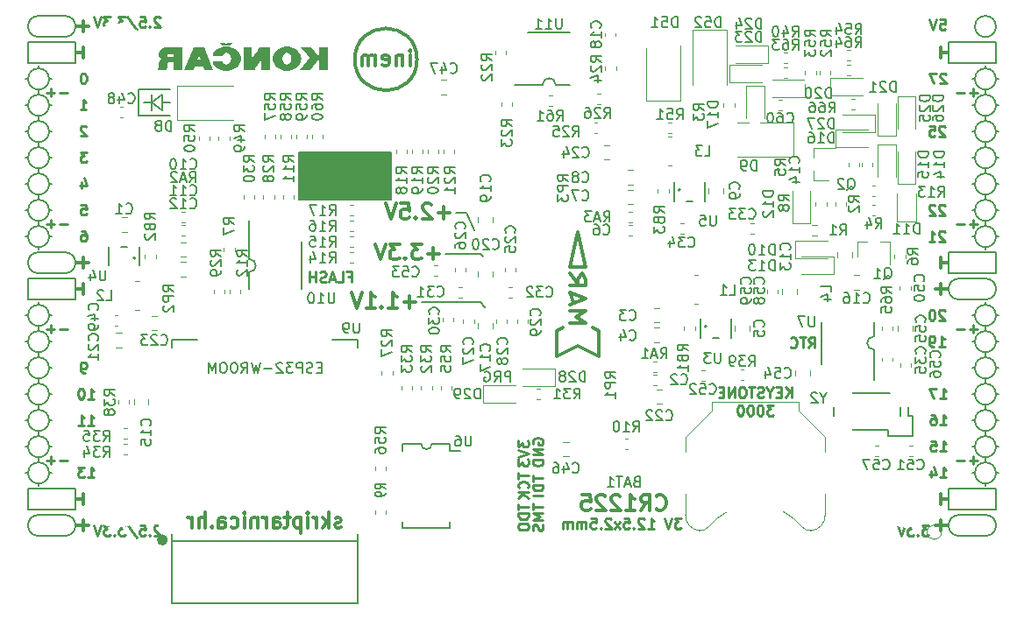
<source format=gbo>
G04 #@! TF.GenerationSoftware,KiCad,Pcbnew,5.0.0+dfsg1-2*
G04 #@! TF.CreationDate,2018-09-18T01:53:43+02:00*
G04 #@! TF.ProjectId,ulx3s,756C7833732E6B696361645F70636200,rev?*
G04 #@! TF.SameCoordinates,Original*
G04 #@! TF.FileFunction,Legend,Bot*
G04 #@! TF.FilePolarity,Positive*
%FSLAX46Y46*%
G04 Gerber Fmt 4.6, Leading zero omitted, Abs format (unit mm)*
G04 Created by KiCad (PCBNEW 5.0.0+dfsg1-2) date Tue Sep 18 01:53:43 2018*
%MOMM*%
%LPD*%
G01*
G04 APERTURE LIST*
%ADD10C,0.300000*%
%ADD11C,0.150000*%
%ADD12C,0.200000*%
%ADD13C,0.250000*%
%ADD14C,0.120000*%
%ADD15C,0.500000*%
%ADD16C,0.100000*%
%ADD17C,1.200000*%
%ADD18C,1.395000*%
%ADD19C,1.900000*%
%ADD20O,1.200000X0.500000*%
%ADD21R,1.200000X0.500000*%
%ADD22C,1.075000*%
%ADD23C,0.975000*%
%ADD24R,1.000000X0.900000*%
%ADD25R,1.100000X1.100000*%
%ADD26R,0.800000X1.300000*%
%ADD27C,1.800000*%
%ADD28C,2.100000*%
%ADD29R,3.800000X3.600000*%
%ADD30C,9.100000*%
%ADD31R,1.900000X1.500000*%
%ADD32R,1.827200X2.132000*%
%ADD33O,1.827200X2.132000*%
%ADD34R,0.700000X1.650000*%
%ADD35O,0.700000X1.650000*%
%ADD36R,1.650000X0.700000*%
%ADD37O,1.650000X0.700000*%
%ADD38R,0.700000X2.200000*%
%ADD39O,0.700000X2.200000*%
%ADD40O,2.600000X1.000000*%
%ADD41O,1.000000X2.600000*%
%ADD42R,6.100000X6.100000*%
%ADD43O,1.827200X1.827200*%
%ADD44R,1.827200X1.827200*%
%ADD45C,5.600000*%
%ADD46C,0.400000*%
%ADD47R,1.800000X1.800000*%
%ADD48O,1.800000X1.800000*%
%ADD49R,1.600000X2.800000*%
%ADD50R,0.770000X1.100000*%
%ADD51R,2.600000X1.900000*%
%ADD52R,0.900000X1.000000*%
%ADD53R,1.500000X1.395000*%
G04 APERTURE END LIST*
D10*
X124563333Y-111107142D02*
X124430000Y-111178571D01*
X124163333Y-111178571D01*
X124030000Y-111107142D01*
X123963333Y-110964285D01*
X123963333Y-110892857D01*
X124030000Y-110750000D01*
X124163333Y-110678571D01*
X124363333Y-110678571D01*
X124496666Y-110607142D01*
X124563333Y-110464285D01*
X124563333Y-110392857D01*
X124496666Y-110250000D01*
X124363333Y-110178571D01*
X124163333Y-110178571D01*
X124030000Y-110250000D01*
X123363333Y-111178571D02*
X123363333Y-109678571D01*
X123230000Y-110607142D02*
X122830000Y-111178571D01*
X122830000Y-110178571D02*
X123363333Y-110750000D01*
X122230000Y-111178571D02*
X122230000Y-110178571D01*
X122230000Y-110464285D02*
X122163333Y-110321428D01*
X122096666Y-110250000D01*
X121963333Y-110178571D01*
X121830000Y-110178571D01*
X121363333Y-111178571D02*
X121363333Y-110178571D01*
X121363333Y-109678571D02*
X121430000Y-109750000D01*
X121363333Y-109821428D01*
X121296666Y-109750000D01*
X121363333Y-109678571D01*
X121363333Y-109821428D01*
X120696666Y-110178571D02*
X120696666Y-111678571D01*
X120696666Y-110250000D02*
X120563333Y-110178571D01*
X120296666Y-110178571D01*
X120163333Y-110250000D01*
X120096666Y-110321428D01*
X120030000Y-110464285D01*
X120030000Y-110892857D01*
X120096666Y-111035714D01*
X120163333Y-111107142D01*
X120296666Y-111178571D01*
X120563333Y-111178571D01*
X120696666Y-111107142D01*
X119630000Y-110178571D02*
X119096666Y-110178571D01*
X119430000Y-109678571D02*
X119430000Y-110964285D01*
X119363333Y-111107142D01*
X119230000Y-111178571D01*
X119096666Y-111178571D01*
X118030000Y-111178571D02*
X118030000Y-110392857D01*
X118096666Y-110250000D01*
X118230000Y-110178571D01*
X118496666Y-110178571D01*
X118630000Y-110250000D01*
X118030000Y-111107142D02*
X118163333Y-111178571D01*
X118496666Y-111178571D01*
X118630000Y-111107142D01*
X118696666Y-110964285D01*
X118696666Y-110821428D01*
X118630000Y-110678571D01*
X118496666Y-110607142D01*
X118163333Y-110607142D01*
X118030000Y-110535714D01*
X117363333Y-111178571D02*
X117363333Y-110178571D01*
X117363333Y-110464285D02*
X117296666Y-110321428D01*
X117230000Y-110250000D01*
X117096666Y-110178571D01*
X116963333Y-110178571D01*
X116496666Y-110178571D02*
X116496666Y-111178571D01*
X116496666Y-110321428D02*
X116430000Y-110250000D01*
X116296666Y-110178571D01*
X116096666Y-110178571D01*
X115963333Y-110250000D01*
X115896666Y-110392857D01*
X115896666Y-111178571D01*
X115230000Y-111178571D02*
X115230000Y-110178571D01*
X115230000Y-109678571D02*
X115296666Y-109750000D01*
X115230000Y-109821428D01*
X115163333Y-109750000D01*
X115230000Y-109678571D01*
X115230000Y-109821428D01*
X113963333Y-111107142D02*
X114096666Y-111178571D01*
X114363333Y-111178571D01*
X114496666Y-111107142D01*
X114563333Y-111035714D01*
X114630000Y-110892857D01*
X114630000Y-110464285D01*
X114563333Y-110321428D01*
X114496666Y-110250000D01*
X114363333Y-110178571D01*
X114096666Y-110178571D01*
X113963333Y-110250000D01*
X112763333Y-111178571D02*
X112763333Y-110392857D01*
X112830000Y-110250000D01*
X112963333Y-110178571D01*
X113230000Y-110178571D01*
X113363333Y-110250000D01*
X112763333Y-111107142D02*
X112896666Y-111178571D01*
X113230000Y-111178571D01*
X113363333Y-111107142D01*
X113430000Y-110964285D01*
X113430000Y-110821428D01*
X113363333Y-110678571D01*
X113230000Y-110607142D01*
X112896666Y-110607142D01*
X112763333Y-110535714D01*
X112096666Y-111035714D02*
X112030000Y-111107142D01*
X112096666Y-111178571D01*
X112163333Y-111107142D01*
X112096666Y-111035714D01*
X112096666Y-111178571D01*
X111430000Y-111178571D02*
X111430000Y-109678571D01*
X110830000Y-111178571D02*
X110830000Y-110392857D01*
X110896666Y-110250000D01*
X111030000Y-110178571D01*
X111230000Y-110178571D01*
X111363333Y-110250000D01*
X111430000Y-110321428D01*
X110163333Y-111178571D02*
X110163333Y-110178571D01*
X110163333Y-110464285D02*
X110096666Y-110321428D01*
X110030000Y-110250000D01*
X109896666Y-110178571D01*
X109763333Y-110178571D01*
D11*
G36*
X129406000Y-74882000D02*
X120516000Y-74882000D01*
X120516000Y-79454000D01*
X129406000Y-79454000D01*
X129406000Y-74882000D01*
G37*
X129406000Y-74882000D02*
X120516000Y-74882000D01*
X120516000Y-79454000D01*
X129406000Y-79454000D01*
X129406000Y-74882000D01*
D12*
X185540000Y-72850000D02*
X185794000Y-72850000D01*
D11*
X140954904Y-97051380D02*
X140954904Y-96051380D01*
X140573952Y-96051380D01*
X140478714Y-96099000D01*
X140431095Y-96146619D01*
X140383476Y-96241857D01*
X140383476Y-96384714D01*
X140431095Y-96479952D01*
X140478714Y-96527571D01*
X140573952Y-96575190D01*
X140954904Y-96575190D01*
X139383476Y-97051380D02*
X139716809Y-96575190D01*
X139954904Y-97051380D02*
X139954904Y-96051380D01*
X139573952Y-96051380D01*
X139478714Y-96099000D01*
X139431095Y-96146619D01*
X139383476Y-96241857D01*
X139383476Y-96384714D01*
X139431095Y-96479952D01*
X139478714Y-96527571D01*
X139573952Y-96575190D01*
X139954904Y-96575190D01*
X138431095Y-96099000D02*
X138526333Y-96051380D01*
X138669190Y-96051380D01*
X138812047Y-96099000D01*
X138907285Y-96194238D01*
X138954904Y-96289476D01*
X139002523Y-96479952D01*
X139002523Y-96622809D01*
X138954904Y-96813285D01*
X138907285Y-96908523D01*
X138812047Y-97003761D01*
X138669190Y-97051380D01*
X138573952Y-97051380D01*
X138431095Y-97003761D01*
X138383476Y-96956142D01*
X138383476Y-96622809D01*
X138573952Y-96622809D01*
D12*
X136660000Y-80742000D02*
X135644000Y-80742000D01*
X137422000Y-82393000D02*
X136660000Y-80742000D01*
X138057000Y-84679000D02*
X134628000Y-84679000D01*
X138311000Y-84933000D02*
X138057000Y-84679000D01*
X138057000Y-89378000D02*
X138438000Y-89886000D01*
X132342000Y-89378000D02*
X138057000Y-89378000D01*
D13*
X99893476Y-96180380D02*
X99703000Y-96180380D01*
X99607761Y-96132761D01*
X99560142Y-96085142D01*
X99464904Y-95942285D01*
X99417285Y-95751809D01*
X99417285Y-95370857D01*
X99464904Y-95275619D01*
X99512523Y-95228000D01*
X99607761Y-95180380D01*
X99798238Y-95180380D01*
X99893476Y-95228000D01*
X99941095Y-95275619D01*
X99988714Y-95370857D01*
X99988714Y-95608952D01*
X99941095Y-95704190D01*
X99893476Y-95751809D01*
X99798238Y-95799428D01*
X99607761Y-95799428D01*
X99512523Y-95751809D01*
X99464904Y-95704190D01*
X99417285Y-95608952D01*
X100147476Y-101260380D02*
X100718904Y-101260380D01*
X100433190Y-101260380D02*
X100433190Y-100260380D01*
X100528428Y-100403238D01*
X100623666Y-100498476D01*
X100718904Y-100546095D01*
X99195095Y-101260380D02*
X99766523Y-101260380D01*
X99480809Y-101260380D02*
X99480809Y-100260380D01*
X99576047Y-100403238D01*
X99671285Y-100498476D01*
X99766523Y-100546095D01*
D12*
X105037000Y-68804000D02*
X108085000Y-68804000D01*
X105037000Y-71344000D02*
X105037000Y-68804000D01*
X108085000Y-71344000D02*
X105037000Y-71344000D01*
X107323000Y-70074000D02*
X108085000Y-70074000D01*
X106307000Y-70074000D02*
X105545000Y-70074000D01*
X106307000Y-70836000D02*
X106307000Y-70074000D01*
X106307000Y-69312000D02*
X106307000Y-70836000D01*
X107323000Y-69312000D02*
X107323000Y-70836000D01*
X106307000Y-70074000D02*
X107323000Y-69312000D01*
X107323000Y-70836000D02*
X106307000Y-70074000D01*
D13*
X182887904Y-72415619D02*
X182840285Y-72368000D01*
X182745047Y-72320380D01*
X182506952Y-72320380D01*
X182411714Y-72368000D01*
X182364095Y-72415619D01*
X182316476Y-72510857D01*
X182316476Y-72606095D01*
X182364095Y-72748952D01*
X182935523Y-73320380D01*
X182316476Y-73320380D01*
X181411714Y-72320380D02*
X181887904Y-72320380D01*
X181935523Y-72796571D01*
X181887904Y-72748952D01*
X181792666Y-72701333D01*
X181554571Y-72701333D01*
X181459333Y-72748952D01*
X181411714Y-72796571D01*
X181364095Y-72891809D01*
X181364095Y-73129904D01*
X181411714Y-73225142D01*
X181459333Y-73272761D01*
X181554571Y-73320380D01*
X181792666Y-73320380D01*
X181887904Y-73272761D01*
X181935523Y-73225142D01*
X182887904Y-80035619D02*
X182840285Y-79988000D01*
X182745047Y-79940380D01*
X182506952Y-79940380D01*
X182411714Y-79988000D01*
X182364095Y-80035619D01*
X182316476Y-80130857D01*
X182316476Y-80226095D01*
X182364095Y-80368952D01*
X182935523Y-80940380D01*
X182316476Y-80940380D01*
X181935523Y-80035619D02*
X181887904Y-79988000D01*
X181792666Y-79940380D01*
X181554571Y-79940380D01*
X181459333Y-79988000D01*
X181411714Y-80035619D01*
X181364095Y-80130857D01*
X181364095Y-80226095D01*
X181411714Y-80368952D01*
X181983142Y-80940380D01*
X181364095Y-80940380D01*
X182887904Y-82575619D02*
X182840285Y-82528000D01*
X182745047Y-82480380D01*
X182506952Y-82480380D01*
X182411714Y-82528000D01*
X182364095Y-82575619D01*
X182316476Y-82670857D01*
X182316476Y-82766095D01*
X182364095Y-82908952D01*
X182935523Y-83480380D01*
X182316476Y-83480380D01*
X181364095Y-83480380D02*
X181935523Y-83480380D01*
X181649809Y-83480380D02*
X181649809Y-82480380D01*
X181745047Y-82623238D01*
X181840285Y-82718476D01*
X181935523Y-82766095D01*
X182887904Y-90195619D02*
X182840285Y-90148000D01*
X182745047Y-90100380D01*
X182506952Y-90100380D01*
X182411714Y-90148000D01*
X182364095Y-90195619D01*
X182316476Y-90290857D01*
X182316476Y-90386095D01*
X182364095Y-90528952D01*
X182935523Y-91100380D01*
X182316476Y-91100380D01*
X181697428Y-90100380D02*
X181602190Y-90100380D01*
X181506952Y-90148000D01*
X181459333Y-90195619D01*
X181411714Y-90290857D01*
X181364095Y-90481333D01*
X181364095Y-90719428D01*
X181411714Y-90909904D01*
X181459333Y-91005142D01*
X181506952Y-91052761D01*
X181602190Y-91100380D01*
X181697428Y-91100380D01*
X181792666Y-91052761D01*
X181840285Y-91005142D01*
X181887904Y-90909904D01*
X181935523Y-90719428D01*
X181935523Y-90481333D01*
X181887904Y-90290857D01*
X181840285Y-90195619D01*
X181792666Y-90148000D01*
X181697428Y-90100380D01*
X182316476Y-93640380D02*
X182887904Y-93640380D01*
X182602190Y-93640380D02*
X182602190Y-92640380D01*
X182697428Y-92783238D01*
X182792666Y-92878476D01*
X182887904Y-92926095D01*
X181840285Y-93640380D02*
X181649809Y-93640380D01*
X181554571Y-93592761D01*
X181506952Y-93545142D01*
X181411714Y-93402285D01*
X181364095Y-93211809D01*
X181364095Y-92830857D01*
X181411714Y-92735619D01*
X181459333Y-92688000D01*
X181554571Y-92640380D01*
X181745047Y-92640380D01*
X181840285Y-92688000D01*
X181887904Y-92735619D01*
X181935523Y-92830857D01*
X181935523Y-93068952D01*
X181887904Y-93164190D01*
X181840285Y-93211809D01*
X181745047Y-93259428D01*
X181554571Y-93259428D01*
X181459333Y-93211809D01*
X181411714Y-93164190D01*
X181364095Y-93068952D01*
X125269476Y-86893571D02*
X125602809Y-86893571D01*
X125602809Y-87417380D02*
X125602809Y-86417380D01*
X125126619Y-86417380D01*
X124269476Y-87417380D02*
X124745666Y-87417380D01*
X124745666Y-86417380D01*
X123983761Y-87131666D02*
X123507571Y-87131666D01*
X124079000Y-87417380D02*
X123745666Y-86417380D01*
X123412333Y-87417380D01*
X123126619Y-87369761D02*
X122983761Y-87417380D01*
X122745666Y-87417380D01*
X122650428Y-87369761D01*
X122602809Y-87322142D01*
X122555190Y-87226904D01*
X122555190Y-87131666D01*
X122602809Y-87036428D01*
X122650428Y-86988809D01*
X122745666Y-86941190D01*
X122936142Y-86893571D01*
X123031380Y-86845952D01*
X123079000Y-86798333D01*
X123126619Y-86703095D01*
X123126619Y-86607857D01*
X123079000Y-86512619D01*
X123031380Y-86465000D01*
X122936142Y-86417380D01*
X122698047Y-86417380D01*
X122555190Y-86465000D01*
X122126619Y-87417380D02*
X122126619Y-86417380D01*
X122126619Y-86893571D02*
X121555190Y-86893571D01*
X121555190Y-87417380D02*
X121555190Y-86417380D01*
X157418095Y-110252380D02*
X156799047Y-110252380D01*
X157132380Y-110633333D01*
X156989523Y-110633333D01*
X156894285Y-110680952D01*
X156846666Y-110728571D01*
X156799047Y-110823809D01*
X156799047Y-111061904D01*
X156846666Y-111157142D01*
X156894285Y-111204761D01*
X156989523Y-111252380D01*
X157275238Y-111252380D01*
X157370476Y-111204761D01*
X157418095Y-111157142D01*
X156513333Y-110252380D02*
X156180000Y-111252380D01*
X155846666Y-110252380D01*
X154227619Y-111252380D02*
X154799047Y-111252380D01*
X154513333Y-111252380D02*
X154513333Y-110252380D01*
X154608571Y-110395238D01*
X154703809Y-110490476D01*
X154799047Y-110538095D01*
X153846666Y-110347619D02*
X153799047Y-110300000D01*
X153703809Y-110252380D01*
X153465714Y-110252380D01*
X153370476Y-110300000D01*
X153322857Y-110347619D01*
X153275238Y-110442857D01*
X153275238Y-110538095D01*
X153322857Y-110680952D01*
X153894285Y-111252380D01*
X153275238Y-111252380D01*
X152846666Y-111157142D02*
X152799047Y-111204761D01*
X152846666Y-111252380D01*
X152894285Y-111204761D01*
X152846666Y-111157142D01*
X152846666Y-111252380D01*
X151894285Y-110252380D02*
X152370476Y-110252380D01*
X152418095Y-110728571D01*
X152370476Y-110680952D01*
X152275238Y-110633333D01*
X152037142Y-110633333D01*
X151941904Y-110680952D01*
X151894285Y-110728571D01*
X151846666Y-110823809D01*
X151846666Y-111061904D01*
X151894285Y-111157142D01*
X151941904Y-111204761D01*
X152037142Y-111252380D01*
X152275238Y-111252380D01*
X152370476Y-111204761D01*
X152418095Y-111157142D01*
X151513333Y-111252380D02*
X150989523Y-110585714D01*
X151513333Y-110585714D02*
X150989523Y-111252380D01*
X150656190Y-110347619D02*
X150608571Y-110300000D01*
X150513333Y-110252380D01*
X150275238Y-110252380D01*
X150180000Y-110300000D01*
X150132380Y-110347619D01*
X150084761Y-110442857D01*
X150084761Y-110538095D01*
X150132380Y-110680952D01*
X150703809Y-111252380D01*
X150084761Y-111252380D01*
X149656190Y-111157142D02*
X149608571Y-111204761D01*
X149656190Y-111252380D01*
X149703809Y-111204761D01*
X149656190Y-111157142D01*
X149656190Y-111252380D01*
X148703809Y-110252380D02*
X149180000Y-110252380D01*
X149227619Y-110728571D01*
X149180000Y-110680952D01*
X149084761Y-110633333D01*
X148846666Y-110633333D01*
X148751428Y-110680952D01*
X148703809Y-110728571D01*
X148656190Y-110823809D01*
X148656190Y-111061904D01*
X148703809Y-111157142D01*
X148751428Y-111204761D01*
X148846666Y-111252380D01*
X149084761Y-111252380D01*
X149180000Y-111204761D01*
X149227619Y-111157142D01*
X148227619Y-111252380D02*
X148227619Y-110585714D01*
X148227619Y-110680952D02*
X148180000Y-110633333D01*
X148084761Y-110585714D01*
X147941904Y-110585714D01*
X147846666Y-110633333D01*
X147799047Y-110728571D01*
X147799047Y-111252380D01*
X147799047Y-110728571D02*
X147751428Y-110633333D01*
X147656190Y-110585714D01*
X147513333Y-110585714D01*
X147418095Y-110633333D01*
X147370476Y-110728571D01*
X147370476Y-111252380D01*
X146894285Y-111252380D02*
X146894285Y-110585714D01*
X146894285Y-110680952D02*
X146846666Y-110633333D01*
X146751428Y-110585714D01*
X146608571Y-110585714D01*
X146513333Y-110633333D01*
X146465714Y-110728571D01*
X146465714Y-111252380D01*
X146465714Y-110728571D02*
X146418095Y-110633333D01*
X146322857Y-110585714D01*
X146180000Y-110585714D01*
X146084761Y-110633333D01*
X146037142Y-110728571D01*
X146037142Y-111252380D01*
X168085000Y-98577380D02*
X168085000Y-97577380D01*
X167513571Y-98577380D02*
X167942142Y-98005952D01*
X167513571Y-97577380D02*
X168085000Y-98148809D01*
X167085000Y-98053571D02*
X166751666Y-98053571D01*
X166608809Y-98577380D02*
X167085000Y-98577380D01*
X167085000Y-97577380D01*
X166608809Y-97577380D01*
X165989761Y-98101190D02*
X165989761Y-98577380D01*
X166323095Y-97577380D02*
X165989761Y-98101190D01*
X165656428Y-97577380D01*
X165370714Y-98529761D02*
X165227857Y-98577380D01*
X164989761Y-98577380D01*
X164894523Y-98529761D01*
X164846904Y-98482142D01*
X164799285Y-98386904D01*
X164799285Y-98291666D01*
X164846904Y-98196428D01*
X164894523Y-98148809D01*
X164989761Y-98101190D01*
X165180238Y-98053571D01*
X165275476Y-98005952D01*
X165323095Y-97958333D01*
X165370714Y-97863095D01*
X165370714Y-97767857D01*
X165323095Y-97672619D01*
X165275476Y-97625000D01*
X165180238Y-97577380D01*
X164942142Y-97577380D01*
X164799285Y-97625000D01*
X164513571Y-97577380D02*
X163942142Y-97577380D01*
X164227857Y-98577380D02*
X164227857Y-97577380D01*
X163418333Y-97577380D02*
X163227857Y-97577380D01*
X163132619Y-97625000D01*
X163037380Y-97720238D01*
X162989761Y-97910714D01*
X162989761Y-98244047D01*
X163037380Y-98434523D01*
X163132619Y-98529761D01*
X163227857Y-98577380D01*
X163418333Y-98577380D01*
X163513571Y-98529761D01*
X163608809Y-98434523D01*
X163656428Y-98244047D01*
X163656428Y-97910714D01*
X163608809Y-97720238D01*
X163513571Y-97625000D01*
X163418333Y-97577380D01*
X162561190Y-98577380D02*
X162561190Y-97577380D01*
X161989761Y-98577380D01*
X161989761Y-97577380D01*
X161513571Y-98053571D02*
X161180238Y-98053571D01*
X161037380Y-98577380D02*
X161513571Y-98577380D01*
X161513571Y-97577380D01*
X161037380Y-97577380D01*
X166346904Y-99327380D02*
X165727857Y-99327380D01*
X166061190Y-99708333D01*
X165918333Y-99708333D01*
X165823095Y-99755952D01*
X165775476Y-99803571D01*
X165727857Y-99898809D01*
X165727857Y-100136904D01*
X165775476Y-100232142D01*
X165823095Y-100279761D01*
X165918333Y-100327380D01*
X166204047Y-100327380D01*
X166299285Y-100279761D01*
X166346904Y-100232142D01*
X165108809Y-99327380D02*
X165013571Y-99327380D01*
X164918333Y-99375000D01*
X164870714Y-99422619D01*
X164823095Y-99517857D01*
X164775476Y-99708333D01*
X164775476Y-99946428D01*
X164823095Y-100136904D01*
X164870714Y-100232142D01*
X164918333Y-100279761D01*
X165013571Y-100327380D01*
X165108809Y-100327380D01*
X165204047Y-100279761D01*
X165251666Y-100232142D01*
X165299285Y-100136904D01*
X165346904Y-99946428D01*
X165346904Y-99708333D01*
X165299285Y-99517857D01*
X165251666Y-99422619D01*
X165204047Y-99375000D01*
X165108809Y-99327380D01*
X164156428Y-99327380D02*
X164061190Y-99327380D01*
X163965952Y-99375000D01*
X163918333Y-99422619D01*
X163870714Y-99517857D01*
X163823095Y-99708333D01*
X163823095Y-99946428D01*
X163870714Y-100136904D01*
X163918333Y-100232142D01*
X163965952Y-100279761D01*
X164061190Y-100327380D01*
X164156428Y-100327380D01*
X164251666Y-100279761D01*
X164299285Y-100232142D01*
X164346904Y-100136904D01*
X164394523Y-99946428D01*
X164394523Y-99708333D01*
X164346904Y-99517857D01*
X164299285Y-99422619D01*
X164251666Y-99375000D01*
X164156428Y-99327380D01*
X163204047Y-99327380D02*
X163108809Y-99327380D01*
X163013571Y-99375000D01*
X162965952Y-99422619D01*
X162918333Y-99517857D01*
X162870714Y-99708333D01*
X162870714Y-99946428D01*
X162918333Y-100136904D01*
X162965952Y-100232142D01*
X163013571Y-100279761D01*
X163108809Y-100327380D01*
X163204047Y-100327380D01*
X163299285Y-100279761D01*
X163346904Y-100232142D01*
X163394523Y-100136904D01*
X163442142Y-99946428D01*
X163442142Y-99708333D01*
X163394523Y-99517857D01*
X163346904Y-99422619D01*
X163299285Y-99375000D01*
X163204047Y-99327380D01*
D10*
X182492000Y-87582000D02*
X182492000Y-88598000D01*
X183254000Y-88090000D02*
X181984000Y-88090000D01*
X182492000Y-110442000D02*
X182492000Y-111458000D01*
X183254000Y-110950000D02*
X181984000Y-110950000D01*
X99688000Y-62182000D02*
X99688000Y-63198000D01*
X98926000Y-62690000D02*
X100196000Y-62690000D01*
X99688000Y-110442000D02*
X99688000Y-111458000D01*
X98926000Y-110950000D02*
X100196000Y-110950000D01*
X99688000Y-85042000D02*
X99688000Y-86058000D01*
X98926000Y-85550000D02*
X100196000Y-85550000D01*
D12*
X187826000Y-62690000D02*
G75*
G03X187826000Y-62690000I-1016000J0D01*
G01*
X184270000Y-87074000D02*
X186810000Y-87074000D01*
X184270000Y-89106000D02*
X186810000Y-89106000D01*
X184270000Y-87074000D02*
G75*
G03X184270000Y-89106000I0J-1016000D01*
G01*
X186810000Y-89106000D02*
G75*
G03X186810000Y-87074000I0J1016000D01*
G01*
X184270000Y-111966000D02*
X186810000Y-111966000D01*
X184270000Y-109934000D02*
X186810000Y-109934000D01*
X184270000Y-109934000D02*
G75*
G03X184270000Y-111966000I0J-1016000D01*
G01*
X186810000Y-111966000D02*
G75*
G03X186810000Y-109934000I0J1016000D01*
G01*
X97910000Y-63706000D02*
G75*
G03X97910000Y-61674000I0J1016000D01*
G01*
X95370000Y-61674000D02*
X97910000Y-61674000D01*
X95370000Y-63706000D02*
X97910000Y-63706000D01*
X95370000Y-61674000D02*
G75*
G03X95370000Y-63706000I0J-1016000D01*
G01*
X95370000Y-86566000D02*
X97910000Y-86566000D01*
X95370000Y-84534000D02*
X97910000Y-84534000D01*
X95370000Y-84534000D02*
G75*
G03X95370000Y-86566000I0J-1016000D01*
G01*
X97910000Y-86566000D02*
G75*
G03X97910000Y-84534000I0J1016000D01*
G01*
X95370000Y-111966000D02*
X97910000Y-111966000D01*
X95370000Y-109934000D02*
X97910000Y-109934000D01*
X95370000Y-109934000D02*
G75*
G03X95370000Y-111966000I0J-1016000D01*
G01*
X97910000Y-111966000D02*
G75*
G03X97910000Y-109934000I0J1016000D01*
G01*
X98926000Y-107394000D02*
X94354000Y-107394000D01*
X98926000Y-109426000D02*
X98926000Y-107394000D01*
X94354000Y-109426000D02*
X98926000Y-109426000D01*
X94354000Y-107394000D02*
X94354000Y-109426000D01*
X187826000Y-107394000D02*
X183254000Y-107394000D01*
X187826000Y-109426000D02*
X187826000Y-107394000D01*
X183254000Y-109426000D02*
X187826000Y-109426000D01*
X183254000Y-107394000D02*
X183254000Y-109426000D01*
X187826000Y-84534000D02*
X183254000Y-84534000D01*
X187826000Y-86566000D02*
X187826000Y-84534000D01*
X183254000Y-86566000D02*
X187826000Y-86566000D01*
X183254000Y-84534000D02*
X183254000Y-86566000D01*
X187826000Y-64214000D02*
X183254000Y-64214000D01*
X187826000Y-66246000D02*
X187826000Y-64214000D01*
X183254000Y-66246000D02*
X187826000Y-66246000D01*
X183254000Y-64214000D02*
X183254000Y-66246000D01*
X98926000Y-64214000D02*
X94354000Y-64214000D01*
X98926000Y-66246000D02*
X98926000Y-64214000D01*
X94354000Y-66246000D02*
X98926000Y-66246000D01*
X94354000Y-64214000D02*
X94354000Y-66246000D01*
X98926000Y-87074000D02*
X94354000Y-87074000D01*
X98926000Y-89106000D02*
X98926000Y-87074000D01*
X94354000Y-89106000D02*
X98926000Y-89106000D01*
X94354000Y-87074000D02*
X94354000Y-89106000D01*
D13*
X186032000Y-91971428D02*
X185270095Y-91971428D01*
X185651047Y-92352380D02*
X185651047Y-91590476D01*
X184793904Y-91971428D02*
X184032000Y-91971428D01*
X186032000Y-69111428D02*
X185270095Y-69111428D01*
X185651047Y-69492380D02*
X185651047Y-68730476D01*
X184793904Y-69111428D02*
X184032000Y-69111428D01*
X186032000Y-81811428D02*
X185270095Y-81811428D01*
X185651047Y-82192380D02*
X185651047Y-81430476D01*
X184793904Y-81811428D02*
X184032000Y-81811428D01*
X186032000Y-104671428D02*
X185270095Y-104671428D01*
X185651047Y-105052380D02*
X185651047Y-104290476D01*
X184793904Y-104671428D02*
X184032000Y-104671428D01*
X98148000Y-104671428D02*
X97386095Y-104671428D01*
X96909904Y-104671428D02*
X96148000Y-104671428D01*
X96528952Y-105052380D02*
X96528952Y-104290476D01*
X98148000Y-91971428D02*
X97386095Y-91971428D01*
X96909904Y-91971428D02*
X96148000Y-91971428D01*
X96528952Y-92352380D02*
X96528952Y-91590476D01*
X98148000Y-81811428D02*
X97386095Y-81811428D01*
X96909904Y-81811428D02*
X96148000Y-81811428D01*
X96528952Y-82192380D02*
X96528952Y-81430476D01*
X98148000Y-69111428D02*
X97386095Y-69111428D01*
X96909904Y-69111428D02*
X96148000Y-69111428D01*
X96528952Y-69492380D02*
X96528952Y-68730476D01*
D10*
X182492000Y-107902000D02*
X182492000Y-108918000D01*
X183254000Y-108410000D02*
X182492000Y-108410000D01*
D12*
X95370000Y-96726000D02*
X95370000Y-97234000D01*
X96386000Y-95710000D02*
X96640000Y-95710000D01*
X94354000Y-95710000D02*
X94100000Y-95710000D01*
X187826000Y-98250000D02*
X188080000Y-98250000D01*
X187826000Y-83010000D02*
X188080000Y-83010000D01*
X95370000Y-107140000D02*
X95370000Y-106886000D01*
X96386000Y-105870000D02*
X96640000Y-105870000D01*
X94354000Y-105870000D02*
X94100000Y-105870000D01*
X94354000Y-103330000D02*
X94100000Y-103330000D01*
X95370000Y-104346000D02*
X95370000Y-104854000D01*
X96386000Y-103330000D02*
X96640000Y-103330000D01*
X94354000Y-100790000D02*
X94100000Y-100790000D01*
X95370000Y-102314000D02*
X95370000Y-101806000D01*
X96386000Y-100790000D02*
X96640000Y-100790000D01*
X95370000Y-99266000D02*
X95370000Y-99774000D01*
X94354000Y-98250000D02*
X94100000Y-98250000D01*
X96386000Y-98250000D02*
X96640000Y-98250000D01*
X95370000Y-94186000D02*
X95370000Y-94694000D01*
X96386000Y-93170000D02*
X96640000Y-93170000D01*
X94354000Y-93170000D02*
X94100000Y-93170000D01*
X94354000Y-90630000D02*
X94100000Y-90630000D01*
X95370000Y-91646000D02*
X95370000Y-92154000D01*
X96640000Y-90630000D02*
X96386000Y-90630000D01*
X95370000Y-89360000D02*
X95370000Y-89614000D01*
X94354000Y-83010000D02*
X94100000Y-83010000D01*
X95370000Y-84280000D02*
X95370000Y-84026000D01*
X96386000Y-83010000D02*
X96640000Y-83010000D01*
X95370000Y-81486000D02*
X95370000Y-81994000D01*
X94354000Y-80470000D02*
X94100000Y-80470000D01*
X96640000Y-80470000D02*
X96386000Y-80470000D01*
X95370000Y-78946000D02*
X95370000Y-79454000D01*
X96386000Y-77930000D02*
X96640000Y-77930000D01*
X94354000Y-77930000D02*
X94100000Y-77930000D01*
X95370000Y-76406000D02*
X95370000Y-76914000D01*
X94354000Y-75390000D02*
X94100000Y-75390000D01*
X96386000Y-75390000D02*
X96640000Y-75390000D01*
X95370000Y-73866000D02*
X95370000Y-74374000D01*
X96386000Y-72850000D02*
X96640000Y-72850000D01*
X94100000Y-72850000D02*
X94354000Y-72850000D01*
X94354000Y-70310000D02*
X94100000Y-70310000D01*
X96640000Y-70310000D02*
X96386000Y-70310000D01*
X95370000Y-71326000D02*
X95370000Y-71834000D01*
X95370000Y-68786000D02*
X95370000Y-69294000D01*
X96386000Y-67770000D02*
X96640000Y-67770000D01*
X94354000Y-67770000D02*
X94100000Y-67770000D01*
X95370000Y-66500000D02*
X95370000Y-66754000D01*
X187826000Y-105870000D02*
X188080000Y-105870000D01*
X186810000Y-107140000D02*
X186810000Y-106886000D01*
X185540000Y-105870000D02*
X185794000Y-105870000D01*
X186810000Y-104346000D02*
X186810000Y-104854000D01*
X187826000Y-103330000D02*
X188080000Y-103330000D01*
X185540000Y-103330000D02*
X185794000Y-103330000D01*
X186810000Y-101806000D02*
X186810000Y-102314000D01*
X187826000Y-100790000D02*
X188080000Y-100790000D01*
X185540000Y-100790000D02*
X185794000Y-100790000D01*
X186810000Y-99266000D02*
X186810000Y-99774000D01*
X185540000Y-98250000D02*
X185794000Y-98250000D01*
X186810000Y-97234000D02*
X186810000Y-96726000D01*
X187826000Y-95710000D02*
X188080000Y-95710000D01*
X185540000Y-95710000D02*
X185794000Y-95710000D01*
X186810000Y-94694000D02*
X186810000Y-94186000D01*
X187826000Y-93170000D02*
X188080000Y-93170000D01*
X185540000Y-93170000D02*
X185794000Y-93170000D01*
X186810000Y-92154000D02*
X186810000Y-91646000D01*
X187826000Y-90630000D02*
X188080000Y-90630000D01*
X185540000Y-90630000D02*
X185794000Y-90630000D01*
X186810000Y-89360000D02*
X186810000Y-89614000D01*
X186810000Y-84280000D02*
X186810000Y-84026000D01*
X185540000Y-83010000D02*
X185794000Y-83010000D01*
X186810000Y-81994000D02*
X186810000Y-81486000D01*
X185794000Y-80470000D02*
X185540000Y-80470000D01*
X187826000Y-80470000D02*
X188080000Y-80470000D01*
X186810000Y-78946000D02*
X186810000Y-79454000D01*
X185794000Y-77930000D02*
X185540000Y-77930000D01*
X187826000Y-77930000D02*
X188080000Y-77930000D01*
X186810000Y-76406000D02*
X186810000Y-76914000D01*
X186810000Y-73866000D02*
X186810000Y-74374000D01*
X185794000Y-75390000D02*
X185540000Y-75390000D01*
X187826000Y-75390000D02*
X188080000Y-75390000D01*
X187826000Y-72850000D02*
X188080000Y-72850000D01*
X186810000Y-71834000D02*
X186810000Y-71326000D01*
X187826000Y-70310000D02*
X188080000Y-70310000D01*
X185540000Y-70310000D02*
X185794000Y-70310000D01*
X187826000Y-67770000D02*
X188080000Y-67770000D01*
X186810000Y-68786000D02*
X186810000Y-69294000D01*
X185540000Y-67770000D02*
X185794000Y-67770000D01*
X186810000Y-66500000D02*
X186810000Y-66754000D01*
X187826000Y-67770000D02*
G75*
G03X187826000Y-67770000I-1016000J0D01*
G01*
X187826000Y-70310000D02*
G75*
G03X187826000Y-70310000I-1016000J0D01*
G01*
X187826000Y-72850000D02*
G75*
G03X187826000Y-72850000I-1016000J0D01*
G01*
X187826000Y-75390000D02*
G75*
G03X187826000Y-75390000I-1016000J0D01*
G01*
X187826000Y-77930000D02*
G75*
G03X187826000Y-77930000I-1016000J0D01*
G01*
X187826000Y-80470000D02*
G75*
G03X187826000Y-80470000I-1016000J0D01*
G01*
X187826000Y-83010000D02*
G75*
G03X187826000Y-83010000I-1016000J0D01*
G01*
X187826000Y-90630000D02*
G75*
G03X187826000Y-90630000I-1016000J0D01*
G01*
X187826000Y-93170000D02*
G75*
G03X187826000Y-93170000I-1016000J0D01*
G01*
X187826000Y-95710000D02*
G75*
G03X187826000Y-95710000I-1016000J0D01*
G01*
X187826000Y-98250000D02*
G75*
G03X187826000Y-98250000I-1016000J0D01*
G01*
X187826000Y-100790000D02*
G75*
G03X187826000Y-100790000I-1016000J0D01*
G01*
X187826000Y-103330000D02*
G75*
G03X187826000Y-103330000I-1016000J0D01*
G01*
X187826000Y-105870000D02*
G75*
G03X187826000Y-105870000I-1016000J0D01*
G01*
X96386000Y-105870000D02*
G75*
G03X96386000Y-105870000I-1016000J0D01*
G01*
X96386000Y-103330000D02*
G75*
G03X96386000Y-103330000I-1016000J0D01*
G01*
X96386000Y-100790000D02*
G75*
G03X96386000Y-100790000I-1016000J0D01*
G01*
X96386000Y-98250000D02*
G75*
G03X96386000Y-98250000I-1016000J0D01*
G01*
X96386000Y-95710000D02*
G75*
G03X96386000Y-95710000I-1016000J0D01*
G01*
X96386000Y-93170000D02*
G75*
G03X96386000Y-93170000I-1016000J0D01*
G01*
X96386000Y-90630000D02*
G75*
G03X96386000Y-90630000I-1016000J0D01*
G01*
X96386000Y-83010000D02*
G75*
G03X96386000Y-83010000I-1016000J0D01*
G01*
X96386000Y-80470000D02*
G75*
G03X96386000Y-80470000I-1016000J0D01*
G01*
X96386000Y-77930000D02*
G75*
G03X96386000Y-77930000I-1016000J0D01*
G01*
X96386000Y-75390000D02*
G75*
G03X96386000Y-75390000I-1016000J0D01*
G01*
X96386000Y-72850000D02*
G75*
G03X96386000Y-72850000I-1016000J0D01*
G01*
X96386000Y-70310000D02*
G75*
G03X96386000Y-70310000I-1016000J0D01*
G01*
X96386000Y-67770000D02*
G75*
G03X96386000Y-67770000I-1016000J0D01*
G01*
D13*
X182428476Y-62015380D02*
X182904666Y-62015380D01*
X182952285Y-62491571D01*
X182904666Y-62443952D01*
X182809428Y-62396333D01*
X182571333Y-62396333D01*
X182476095Y-62443952D01*
X182428476Y-62491571D01*
X182380857Y-62586809D01*
X182380857Y-62824904D01*
X182428476Y-62920142D01*
X182476095Y-62967761D01*
X182571333Y-63015380D01*
X182809428Y-63015380D01*
X182904666Y-62967761D01*
X182952285Y-62920142D01*
X182095142Y-62015380D02*
X181761809Y-63015380D01*
X181428476Y-62015380D01*
D10*
X182492000Y-64722000D02*
X182492000Y-65738000D01*
X183254000Y-65230000D02*
X182492000Y-65230000D01*
D13*
X182999904Y-67317619D02*
X182952285Y-67270000D01*
X182857047Y-67222380D01*
X182618952Y-67222380D01*
X182523714Y-67270000D01*
X182476095Y-67317619D01*
X182428476Y-67412857D01*
X182428476Y-67508095D01*
X182476095Y-67650952D01*
X183047523Y-68222380D01*
X182428476Y-68222380D01*
X182095142Y-67222380D02*
X181428476Y-67222380D01*
X181857047Y-68222380D01*
D10*
X182492000Y-85042000D02*
X182492000Y-86058000D01*
X183254000Y-85550000D02*
X182492000Y-85550000D01*
D13*
X182428476Y-98702380D02*
X182999904Y-98702380D01*
X182714190Y-98702380D02*
X182714190Y-97702380D01*
X182809428Y-97845238D01*
X182904666Y-97940476D01*
X182999904Y-97988095D01*
X182095142Y-97702380D02*
X181428476Y-97702380D01*
X181857047Y-98702380D01*
X182428476Y-101242380D02*
X182999904Y-101242380D01*
X182714190Y-101242380D02*
X182714190Y-100242380D01*
X182809428Y-100385238D01*
X182904666Y-100480476D01*
X182999904Y-100528095D01*
X181571333Y-100242380D02*
X181761809Y-100242380D01*
X181857047Y-100290000D01*
X181904666Y-100337619D01*
X181999904Y-100480476D01*
X182047523Y-100670952D01*
X182047523Y-101051904D01*
X181999904Y-101147142D01*
X181952285Y-101194761D01*
X181857047Y-101242380D01*
X181666571Y-101242380D01*
X181571333Y-101194761D01*
X181523714Y-101147142D01*
X181476095Y-101051904D01*
X181476095Y-100813809D01*
X181523714Y-100718571D01*
X181571333Y-100670952D01*
X181666571Y-100623333D01*
X181857047Y-100623333D01*
X181952285Y-100670952D01*
X181999904Y-100718571D01*
X182047523Y-100813809D01*
X182428476Y-103782380D02*
X182999904Y-103782380D01*
X182714190Y-103782380D02*
X182714190Y-102782380D01*
X182809428Y-102925238D01*
X182904666Y-103020476D01*
X182999904Y-103068095D01*
X181523714Y-102782380D02*
X181999904Y-102782380D01*
X182047523Y-103258571D01*
X181999904Y-103210952D01*
X181904666Y-103163333D01*
X181666571Y-103163333D01*
X181571333Y-103210952D01*
X181523714Y-103258571D01*
X181476095Y-103353809D01*
X181476095Y-103591904D01*
X181523714Y-103687142D01*
X181571333Y-103734761D01*
X181666571Y-103782380D01*
X181904666Y-103782380D01*
X181999904Y-103734761D01*
X182047523Y-103687142D01*
X182428476Y-106322380D02*
X182999904Y-106322380D01*
X182714190Y-106322380D02*
X182714190Y-105322380D01*
X182809428Y-105465238D01*
X182904666Y-105560476D01*
X182999904Y-105608095D01*
X181571333Y-105655714D02*
X181571333Y-106322380D01*
X181809428Y-105274761D02*
X182047523Y-105989047D01*
X181428476Y-105989047D01*
X181312642Y-110928380D02*
X180693595Y-110928380D01*
X181026928Y-111309333D01*
X180884071Y-111309333D01*
X180788833Y-111356952D01*
X180741214Y-111404571D01*
X180693595Y-111499809D01*
X180693595Y-111737904D01*
X180741214Y-111833142D01*
X180788833Y-111880761D01*
X180884071Y-111928380D01*
X181169785Y-111928380D01*
X181265023Y-111880761D01*
X181312642Y-111833142D01*
X180265023Y-111833142D02*
X180217404Y-111880761D01*
X180265023Y-111928380D01*
X180312642Y-111880761D01*
X180265023Y-111833142D01*
X180265023Y-111928380D01*
X179884071Y-110928380D02*
X179265023Y-110928380D01*
X179598357Y-111309333D01*
X179455500Y-111309333D01*
X179360261Y-111356952D01*
X179312642Y-111404571D01*
X179265023Y-111499809D01*
X179265023Y-111737904D01*
X179312642Y-111833142D01*
X179360261Y-111880761D01*
X179455500Y-111928380D01*
X179741214Y-111928380D01*
X179836452Y-111880761D01*
X179884071Y-111833142D01*
X178979309Y-110928380D02*
X178645976Y-111928380D01*
X178312642Y-110928380D01*
D10*
X99688000Y-108918000D02*
X99688000Y-107902000D01*
X98926000Y-108410000D02*
X99688000Y-108410000D01*
X99688000Y-88598000D02*
X99688000Y-87582000D01*
X98926000Y-88090000D02*
X99688000Y-88090000D01*
X99688000Y-64722000D02*
X99688000Y-65738000D01*
X98926000Y-65230000D02*
X99688000Y-65230000D01*
D13*
X107103690Y-111023619D02*
X107056071Y-110976000D01*
X106960833Y-110928380D01*
X106722738Y-110928380D01*
X106627500Y-110976000D01*
X106579880Y-111023619D01*
X106532261Y-111118857D01*
X106532261Y-111214095D01*
X106579880Y-111356952D01*
X107151309Y-111928380D01*
X106532261Y-111928380D01*
X106103690Y-111833142D02*
X106056071Y-111880761D01*
X106103690Y-111928380D01*
X106151309Y-111880761D01*
X106103690Y-111833142D01*
X106103690Y-111928380D01*
X105151309Y-110928380D02*
X105627500Y-110928380D01*
X105675119Y-111404571D01*
X105627500Y-111356952D01*
X105532261Y-111309333D01*
X105294166Y-111309333D01*
X105198928Y-111356952D01*
X105151309Y-111404571D01*
X105103690Y-111499809D01*
X105103690Y-111737904D01*
X105151309Y-111833142D01*
X105198928Y-111880761D01*
X105294166Y-111928380D01*
X105532261Y-111928380D01*
X105627500Y-111880761D01*
X105675119Y-111833142D01*
X103960833Y-110880761D02*
X104817976Y-112166476D01*
X103722738Y-110928380D02*
X103103690Y-110928380D01*
X103437023Y-111309333D01*
X103294166Y-111309333D01*
X103198928Y-111356952D01*
X103151309Y-111404571D01*
X103103690Y-111499809D01*
X103103690Y-111737904D01*
X103151309Y-111833142D01*
X103198928Y-111880761D01*
X103294166Y-111928380D01*
X103579880Y-111928380D01*
X103675119Y-111880761D01*
X103722738Y-111833142D01*
X102675119Y-111833142D02*
X102627500Y-111880761D01*
X102675119Y-111928380D01*
X102722738Y-111880761D01*
X102675119Y-111833142D01*
X102675119Y-111928380D01*
X102294166Y-110928380D02*
X101675119Y-110928380D01*
X102008452Y-111309333D01*
X101865595Y-111309333D01*
X101770357Y-111356952D01*
X101722738Y-111404571D01*
X101675119Y-111499809D01*
X101675119Y-111737904D01*
X101722738Y-111833142D01*
X101770357Y-111880761D01*
X101865595Y-111928380D01*
X102151309Y-111928380D01*
X102246547Y-111880761D01*
X102294166Y-111833142D01*
X101389404Y-110928380D02*
X101056071Y-111928380D01*
X100722738Y-110928380D01*
X100132476Y-106322380D02*
X100703904Y-106322380D01*
X100418190Y-106322380D02*
X100418190Y-105322380D01*
X100513428Y-105465238D01*
X100608666Y-105560476D01*
X100703904Y-105608095D01*
X99799142Y-105322380D02*
X99180095Y-105322380D01*
X99513428Y-105703333D01*
X99370571Y-105703333D01*
X99275333Y-105750952D01*
X99227714Y-105798571D01*
X99180095Y-105893809D01*
X99180095Y-106131904D01*
X99227714Y-106227142D01*
X99275333Y-106274761D01*
X99370571Y-106322380D01*
X99656285Y-106322380D01*
X99751523Y-106274761D01*
X99799142Y-106227142D01*
X100147476Y-98720380D02*
X100718904Y-98720380D01*
X100433190Y-98720380D02*
X100433190Y-97720380D01*
X100528428Y-97863238D01*
X100623666Y-97958476D01*
X100718904Y-98006095D01*
X99528428Y-97720380D02*
X99433190Y-97720380D01*
X99337952Y-97768000D01*
X99290333Y-97815619D01*
X99242714Y-97910857D01*
X99195095Y-98101333D01*
X99195095Y-98339428D01*
X99242714Y-98529904D01*
X99290333Y-98625142D01*
X99337952Y-98672761D01*
X99433190Y-98720380D01*
X99528428Y-98720380D01*
X99623666Y-98672761D01*
X99671285Y-98625142D01*
X99718904Y-98529904D01*
X99766523Y-98339428D01*
X99766523Y-98101333D01*
X99718904Y-97910857D01*
X99671285Y-97815619D01*
X99623666Y-97768000D01*
X99528428Y-97720380D01*
X99512523Y-82462380D02*
X99703000Y-82462380D01*
X99798238Y-82510000D01*
X99845857Y-82557619D01*
X99941095Y-82700476D01*
X99988714Y-82890952D01*
X99988714Y-83271904D01*
X99941095Y-83367142D01*
X99893476Y-83414761D01*
X99798238Y-83462380D01*
X99607761Y-83462380D01*
X99512523Y-83414761D01*
X99464904Y-83367142D01*
X99417285Y-83271904D01*
X99417285Y-83033809D01*
X99464904Y-82938571D01*
X99512523Y-82890952D01*
X99607761Y-82843333D01*
X99798238Y-82843333D01*
X99893476Y-82890952D01*
X99941095Y-82938571D01*
X99988714Y-83033809D01*
X99464904Y-79922380D02*
X99941095Y-79922380D01*
X99988714Y-80398571D01*
X99941095Y-80350952D01*
X99845857Y-80303333D01*
X99607761Y-80303333D01*
X99512523Y-80350952D01*
X99464904Y-80398571D01*
X99417285Y-80493809D01*
X99417285Y-80731904D01*
X99464904Y-80827142D01*
X99512523Y-80874761D01*
X99607761Y-80922380D01*
X99845857Y-80922380D01*
X99941095Y-80874761D01*
X99988714Y-80827142D01*
X99512523Y-77715714D02*
X99512523Y-78382380D01*
X99750619Y-77334761D02*
X99988714Y-78049047D01*
X99369666Y-78049047D01*
X100021333Y-74842380D02*
X99402285Y-74842380D01*
X99735619Y-75223333D01*
X99592761Y-75223333D01*
X99497523Y-75270952D01*
X99449904Y-75318571D01*
X99402285Y-75413809D01*
X99402285Y-75651904D01*
X99449904Y-75747142D01*
X99497523Y-75794761D01*
X99592761Y-75842380D01*
X99878476Y-75842380D01*
X99973714Y-75794761D01*
X100021333Y-75747142D01*
X99973714Y-72397619D02*
X99926095Y-72350000D01*
X99830857Y-72302380D01*
X99592761Y-72302380D01*
X99497523Y-72350000D01*
X99449904Y-72397619D01*
X99402285Y-72492857D01*
X99402285Y-72588095D01*
X99449904Y-72730952D01*
X100021333Y-73302380D01*
X99402285Y-73302380D01*
X99402285Y-70762380D02*
X99973714Y-70762380D01*
X99688000Y-70762380D02*
X99688000Y-69762380D01*
X99783238Y-69905238D01*
X99878476Y-70000476D01*
X99973714Y-70048095D01*
X99750619Y-67222380D02*
X99655380Y-67222380D01*
X99560142Y-67270000D01*
X99512523Y-67317619D01*
X99464904Y-67412857D01*
X99417285Y-67603333D01*
X99417285Y-67841428D01*
X99464904Y-68031904D01*
X99512523Y-68127142D01*
X99560142Y-68174761D01*
X99655380Y-68222380D01*
X99750619Y-68222380D01*
X99845857Y-68174761D01*
X99893476Y-68127142D01*
X99941095Y-68031904D01*
X99988714Y-67841428D01*
X99988714Y-67603333D01*
X99941095Y-67412857D01*
X99893476Y-67317619D01*
X99845857Y-67270000D01*
X99750619Y-67222380D01*
X107103690Y-61874619D02*
X107056071Y-61827000D01*
X106960833Y-61779380D01*
X106722738Y-61779380D01*
X106627500Y-61827000D01*
X106579880Y-61874619D01*
X106532261Y-61969857D01*
X106532261Y-62065095D01*
X106579880Y-62207952D01*
X107151309Y-62779380D01*
X106532261Y-62779380D01*
X106103690Y-62684142D02*
X106056071Y-62731761D01*
X106103690Y-62779380D01*
X106151309Y-62731761D01*
X106103690Y-62684142D01*
X106103690Y-62779380D01*
X105151309Y-61779380D02*
X105627500Y-61779380D01*
X105675119Y-62255571D01*
X105627500Y-62207952D01*
X105532261Y-62160333D01*
X105294166Y-62160333D01*
X105198928Y-62207952D01*
X105151309Y-62255571D01*
X105103690Y-62350809D01*
X105103690Y-62588904D01*
X105151309Y-62684142D01*
X105198928Y-62731761D01*
X105294166Y-62779380D01*
X105532261Y-62779380D01*
X105627500Y-62731761D01*
X105675119Y-62684142D01*
X103960833Y-61731761D02*
X104817976Y-63017476D01*
X103722738Y-61779380D02*
X103103690Y-61779380D01*
X103437023Y-62160333D01*
X103294166Y-62160333D01*
X103198928Y-62207952D01*
X103151309Y-62255571D01*
X103103690Y-62350809D01*
X103103690Y-62588904D01*
X103151309Y-62684142D01*
X103198928Y-62731761D01*
X103294166Y-62779380D01*
X103579880Y-62779380D01*
X103675119Y-62731761D01*
X103722738Y-62684142D01*
X102675119Y-62684142D02*
X102627500Y-62731761D01*
X102675119Y-62779380D01*
X102722738Y-62731761D01*
X102675119Y-62684142D01*
X102675119Y-62779380D01*
X102294166Y-61779380D02*
X101675119Y-61779380D01*
X102008452Y-62160333D01*
X101865595Y-62160333D01*
X101770357Y-62207952D01*
X101722738Y-62255571D01*
X101675119Y-62350809D01*
X101675119Y-62588904D01*
X101722738Y-62684142D01*
X101770357Y-62731761D01*
X101865595Y-62779380D01*
X102151309Y-62779380D01*
X102246547Y-62731761D01*
X102294166Y-62684142D01*
X101389404Y-61779380D02*
X101056071Y-62779380D01*
X100722738Y-61779380D01*
D10*
X155027857Y-109335714D02*
X155099285Y-109407142D01*
X155313571Y-109478571D01*
X155456428Y-109478571D01*
X155670714Y-109407142D01*
X155813571Y-109264285D01*
X155885000Y-109121428D01*
X155956428Y-108835714D01*
X155956428Y-108621428D01*
X155885000Y-108335714D01*
X155813571Y-108192857D01*
X155670714Y-108050000D01*
X155456428Y-107978571D01*
X155313571Y-107978571D01*
X155099285Y-108050000D01*
X155027857Y-108121428D01*
X153527857Y-109478571D02*
X154027857Y-108764285D01*
X154385000Y-109478571D02*
X154385000Y-107978571D01*
X153813571Y-107978571D01*
X153670714Y-108050000D01*
X153599285Y-108121428D01*
X153527857Y-108264285D01*
X153527857Y-108478571D01*
X153599285Y-108621428D01*
X153670714Y-108692857D01*
X153813571Y-108764285D01*
X154385000Y-108764285D01*
X152099285Y-109478571D02*
X152956428Y-109478571D01*
X152527857Y-109478571D02*
X152527857Y-107978571D01*
X152670714Y-108192857D01*
X152813571Y-108335714D01*
X152956428Y-108407142D01*
X151527857Y-108121428D02*
X151456428Y-108050000D01*
X151313571Y-107978571D01*
X150956428Y-107978571D01*
X150813571Y-108050000D01*
X150742142Y-108121428D01*
X150670714Y-108264285D01*
X150670714Y-108407142D01*
X150742142Y-108621428D01*
X151599285Y-109478571D01*
X150670714Y-109478571D01*
X150099285Y-108121428D02*
X150027857Y-108050000D01*
X149885000Y-107978571D01*
X149527857Y-107978571D01*
X149385000Y-108050000D01*
X149313571Y-108121428D01*
X149242142Y-108264285D01*
X149242142Y-108407142D01*
X149313571Y-108621428D01*
X150170714Y-109478571D01*
X149242142Y-109478571D01*
X147885000Y-107978571D02*
X148599285Y-107978571D01*
X148670714Y-108692857D01*
X148599285Y-108621428D01*
X148456428Y-108550000D01*
X148099285Y-108550000D01*
X147956428Y-108621428D01*
X147885000Y-108692857D01*
X147813571Y-108835714D01*
X147813571Y-109192857D01*
X147885000Y-109335714D01*
X147956428Y-109407142D01*
X148099285Y-109478571D01*
X148456428Y-109478571D01*
X148599285Y-109407142D01*
X148670714Y-109335714D01*
X135088000Y-80722142D02*
X133945142Y-80722142D01*
X134516571Y-81293571D02*
X134516571Y-80150714D01*
X133302285Y-79936428D02*
X133230857Y-79865000D01*
X133088000Y-79793571D01*
X132730857Y-79793571D01*
X132588000Y-79865000D01*
X132516571Y-79936428D01*
X132445142Y-80079285D01*
X132445142Y-80222142D01*
X132516571Y-80436428D01*
X133373714Y-81293571D01*
X132445142Y-81293571D01*
X131802285Y-81150714D02*
X131730857Y-81222142D01*
X131802285Y-81293571D01*
X131873714Y-81222142D01*
X131802285Y-81150714D01*
X131802285Y-81293571D01*
X130373714Y-79793571D02*
X131088000Y-79793571D01*
X131159428Y-80507857D01*
X131088000Y-80436428D01*
X130945142Y-80365000D01*
X130588000Y-80365000D01*
X130445142Y-80436428D01*
X130373714Y-80507857D01*
X130302285Y-80650714D01*
X130302285Y-81007857D01*
X130373714Y-81150714D01*
X130445142Y-81222142D01*
X130588000Y-81293571D01*
X130945142Y-81293571D01*
X131088000Y-81222142D01*
X131159428Y-81150714D01*
X129873714Y-79793571D02*
X129373714Y-81293571D01*
X128873714Y-79793571D01*
X134072000Y-84659142D02*
X132929142Y-84659142D01*
X133500571Y-85230571D02*
X133500571Y-84087714D01*
X132357714Y-83730571D02*
X131429142Y-83730571D01*
X131929142Y-84302000D01*
X131714857Y-84302000D01*
X131572000Y-84373428D01*
X131500571Y-84444857D01*
X131429142Y-84587714D01*
X131429142Y-84944857D01*
X131500571Y-85087714D01*
X131572000Y-85159142D01*
X131714857Y-85230571D01*
X132143428Y-85230571D01*
X132286285Y-85159142D01*
X132357714Y-85087714D01*
X130786285Y-85087714D02*
X130714857Y-85159142D01*
X130786285Y-85230571D01*
X130857714Y-85159142D01*
X130786285Y-85087714D01*
X130786285Y-85230571D01*
X130214857Y-83730571D02*
X129286285Y-83730571D01*
X129786285Y-84302000D01*
X129572000Y-84302000D01*
X129429142Y-84373428D01*
X129357714Y-84444857D01*
X129286285Y-84587714D01*
X129286285Y-84944857D01*
X129357714Y-85087714D01*
X129429142Y-85159142D01*
X129572000Y-85230571D01*
X130000571Y-85230571D01*
X130143428Y-85159142D01*
X130214857Y-85087714D01*
X128857714Y-83730571D02*
X128357714Y-85230571D01*
X127857714Y-83730571D01*
X131786000Y-89358142D02*
X130643142Y-89358142D01*
X131214571Y-89929571D02*
X131214571Y-88786714D01*
X129143142Y-89929571D02*
X130000285Y-89929571D01*
X129571714Y-89929571D02*
X129571714Y-88429571D01*
X129714571Y-88643857D01*
X129857428Y-88786714D01*
X130000285Y-88858142D01*
X128500285Y-89786714D02*
X128428857Y-89858142D01*
X128500285Y-89929571D01*
X128571714Y-89858142D01*
X128500285Y-89786714D01*
X128500285Y-89929571D01*
X127000285Y-89929571D02*
X127857428Y-89929571D01*
X127428857Y-89929571D02*
X127428857Y-88429571D01*
X127571714Y-88643857D01*
X127714571Y-88786714D01*
X127857428Y-88858142D01*
X126571714Y-88429571D02*
X126071714Y-89929571D01*
X125571714Y-88429571D01*
D13*
X141685380Y-105854285D02*
X141685380Y-106425714D01*
X142685380Y-106140000D02*
X141685380Y-106140000D01*
X142590142Y-107330476D02*
X142637761Y-107282857D01*
X142685380Y-107140000D01*
X142685380Y-107044761D01*
X142637761Y-106901904D01*
X142542523Y-106806666D01*
X142447285Y-106759047D01*
X142256809Y-106711428D01*
X142113952Y-106711428D01*
X141923476Y-106759047D01*
X141828238Y-106806666D01*
X141733000Y-106901904D01*
X141685380Y-107044761D01*
X141685380Y-107140000D01*
X141733000Y-107282857D01*
X141780619Y-107330476D01*
X142685380Y-107759047D02*
X141685380Y-107759047D01*
X142685380Y-108330476D02*
X142113952Y-107901904D01*
X141685380Y-108330476D02*
X142256809Y-107759047D01*
X141685380Y-102726904D02*
X141685380Y-103345952D01*
X142066333Y-103012619D01*
X142066333Y-103155476D01*
X142113952Y-103250714D01*
X142161571Y-103298333D01*
X142256809Y-103345952D01*
X142494904Y-103345952D01*
X142590142Y-103298333D01*
X142637761Y-103250714D01*
X142685380Y-103155476D01*
X142685380Y-102869761D01*
X142637761Y-102774523D01*
X142590142Y-102726904D01*
X141685380Y-103631666D02*
X142685380Y-103965000D01*
X141685380Y-104298333D01*
X141685380Y-104536428D02*
X141685380Y-105155476D01*
X142066333Y-104822142D01*
X142066333Y-104965000D01*
X142113952Y-105060238D01*
X142161571Y-105107857D01*
X142256809Y-105155476D01*
X142494904Y-105155476D01*
X142590142Y-105107857D01*
X142637761Y-105060238D01*
X142685380Y-104965000D01*
X142685380Y-104679285D01*
X142637761Y-104584047D01*
X142590142Y-104536428D01*
X141685380Y-108878476D02*
X141685380Y-109449904D01*
X142685380Y-109164190D02*
X141685380Y-109164190D01*
X142685380Y-109783238D02*
X141685380Y-109783238D01*
X141685380Y-110021333D01*
X141733000Y-110164190D01*
X141828238Y-110259428D01*
X141923476Y-110307047D01*
X142113952Y-110354666D01*
X142256809Y-110354666D01*
X142447285Y-110307047D01*
X142542523Y-110259428D01*
X142637761Y-110164190D01*
X142685380Y-110021333D01*
X142685380Y-109783238D01*
X141685380Y-110973714D02*
X141685380Y-111164190D01*
X141733000Y-111259428D01*
X141828238Y-111354666D01*
X142018714Y-111402285D01*
X142352047Y-111402285D01*
X142542523Y-111354666D01*
X142637761Y-111259428D01*
X142685380Y-111164190D01*
X142685380Y-110973714D01*
X142637761Y-110878476D01*
X142542523Y-110783238D01*
X142352047Y-110735619D01*
X142018714Y-110735619D01*
X141828238Y-110783238D01*
X141733000Y-110878476D01*
X141685380Y-110973714D01*
X143130000Y-103076095D02*
X143082380Y-102980857D01*
X143082380Y-102838000D01*
X143130000Y-102695142D01*
X143225238Y-102599904D01*
X143320476Y-102552285D01*
X143510952Y-102504666D01*
X143653809Y-102504666D01*
X143844285Y-102552285D01*
X143939523Y-102599904D01*
X144034761Y-102695142D01*
X144082380Y-102838000D01*
X144082380Y-102933238D01*
X144034761Y-103076095D01*
X143987142Y-103123714D01*
X143653809Y-103123714D01*
X143653809Y-102933238D01*
X144082380Y-103552285D02*
X143082380Y-103552285D01*
X144082380Y-104123714D01*
X143082380Y-104123714D01*
X144082380Y-104599904D02*
X143082380Y-104599904D01*
X143082380Y-104838000D01*
X143130000Y-104980857D01*
X143225238Y-105076095D01*
X143320476Y-105123714D01*
X143510952Y-105171333D01*
X143653809Y-105171333D01*
X143844285Y-105123714D01*
X143939523Y-105076095D01*
X144034761Y-104980857D01*
X144082380Y-104838000D01*
X144082380Y-104599904D01*
X143082380Y-106116190D02*
X143082380Y-106687619D01*
X144082380Y-106401904D02*
X143082380Y-106401904D01*
X144082380Y-107020952D02*
X143082380Y-107020952D01*
X143082380Y-107259047D01*
X143130000Y-107401904D01*
X143225238Y-107497142D01*
X143320476Y-107544761D01*
X143510952Y-107592380D01*
X143653809Y-107592380D01*
X143844285Y-107544761D01*
X143939523Y-107497142D01*
X144034761Y-107401904D01*
X144082380Y-107259047D01*
X144082380Y-107020952D01*
X144082380Y-108020952D02*
X143082380Y-108020952D01*
X143082380Y-108854666D02*
X143082380Y-109426095D01*
X144082380Y-109140380D02*
X143082380Y-109140380D01*
X144082380Y-109759428D02*
X143082380Y-109759428D01*
X143796666Y-110092761D01*
X143082380Y-110426095D01*
X144082380Y-110426095D01*
X144034761Y-110854666D02*
X144082380Y-110997523D01*
X144082380Y-111235619D01*
X144034761Y-111330857D01*
X143987142Y-111378476D01*
X143891904Y-111426095D01*
X143796666Y-111426095D01*
X143701428Y-111378476D01*
X143653809Y-111330857D01*
X143606190Y-111235619D01*
X143558571Y-111045142D01*
X143510952Y-110949904D01*
X143463333Y-110902285D01*
X143368095Y-110854666D01*
X143272857Y-110854666D01*
X143177619Y-110902285D01*
X143130000Y-110949904D01*
X143082380Y-111045142D01*
X143082380Y-111283238D01*
X143130000Y-111426095D01*
X169743428Y-93767380D02*
X170076761Y-93291190D01*
X170314857Y-93767380D02*
X170314857Y-92767380D01*
X169933904Y-92767380D01*
X169838666Y-92815000D01*
X169791047Y-92862619D01*
X169743428Y-92957857D01*
X169743428Y-93100714D01*
X169791047Y-93195952D01*
X169838666Y-93243571D01*
X169933904Y-93291190D01*
X170314857Y-93291190D01*
X169457714Y-92767380D02*
X168886285Y-92767380D01*
X169172000Y-93767380D02*
X169172000Y-92767380D01*
X167981523Y-93672142D02*
X168029142Y-93719761D01*
X168172000Y-93767380D01*
X168267238Y-93767380D01*
X168410095Y-93719761D01*
X168505333Y-93624523D01*
X168552952Y-93529285D01*
X168600571Y-93338809D01*
X168600571Y-93195952D01*
X168552952Y-93005476D01*
X168505333Y-92910238D01*
X168410095Y-92815000D01*
X168267238Y-92767380D01*
X168172000Y-92767380D01*
X168029142Y-92815000D01*
X167981523Y-92862619D01*
D14*
G04 #@! TO.C,D52*
X158505000Y-62991000D02*
X158505000Y-68391000D01*
X161805000Y-62991000D02*
X161805000Y-68391000D01*
X158505000Y-62991000D02*
X161805000Y-62991000D01*
G04 #@! TO.C,D51*
X157360000Y-69918000D02*
X157360000Y-64518000D01*
X154060000Y-69918000D02*
X154060000Y-64518000D01*
X157360000Y-69918000D02*
X154060000Y-69918000D01*
G04 #@! TO.C,D9*
X168254000Y-71980000D02*
X162854000Y-71980000D01*
X168254000Y-75280000D02*
X162854000Y-75280000D01*
X168254000Y-71980000D02*
X168254000Y-75280000D01*
D11*
G04 #@! TO.C,U6*
X130549000Y-111204000D02*
X130549000Y-110569000D01*
X135121000Y-111204000D02*
X130549000Y-111204000D01*
X135121000Y-110569000D02*
X135121000Y-111204000D01*
X135121000Y-103711000D02*
X136137000Y-103711000D01*
X135121000Y-103076000D02*
X135121000Y-103711000D01*
X133343000Y-103076000D02*
X135121000Y-103076000D01*
X130549000Y-103076000D02*
X130549000Y-103711000D01*
X132327000Y-103076000D02*
X130549000Y-103076000D01*
X132327000Y-103076000D02*
G75*
G03X133343000Y-103076000I508000J0D01*
G01*
D14*
G04 #@! TO.C,C1*
X103444922Y-81175000D02*
X103962078Y-81175000D01*
X103444922Y-82595000D02*
X103962078Y-82595000D01*
G04 #@! TO.C,R9*
X128900000Y-109517221D02*
X128900000Y-109842779D01*
X127880000Y-109517221D02*
X127880000Y-109842779D01*
G04 #@! TO.C,R56*
X127880000Y-105608779D02*
X127880000Y-105283221D01*
X128900000Y-105608779D02*
X128900000Y-105283221D01*
G04 #@! TO.C,R55*
X135250000Y-97452221D02*
X135250000Y-97777779D01*
X134230000Y-97452221D02*
X134230000Y-97777779D01*
G04 #@! TO.C,R32*
X132325000Y-97777779D02*
X132325000Y-97452221D01*
X133345000Y-97777779D02*
X133345000Y-97452221D01*
G04 #@! TO.C,R33*
X130420000Y-97777779D02*
X130420000Y-97452221D01*
X131440000Y-97777779D02*
X131440000Y-97452221D01*
G04 #@! TO.C,R27*
X128515000Y-96337779D02*
X128515000Y-96012221D01*
X129535000Y-96337779D02*
X129535000Y-96012221D01*
G04 #@! TO.C,R40*
X167343221Y-65228000D02*
X167668779Y-65228000D01*
X167343221Y-66248000D02*
X167668779Y-66248000D01*
G04 #@! TO.C,R34*
X103589221Y-103090000D02*
X103914779Y-103090000D01*
X103589221Y-104110000D02*
X103914779Y-104110000D01*
G04 #@! TO.C,R35*
X103914779Y-102570000D02*
X103589221Y-102570000D01*
X103914779Y-101550000D02*
X103589221Y-101550000D01*
G04 #@! TO.C,C15*
X104566000Y-99270578D02*
X104566000Y-98753422D01*
X105986000Y-99270578D02*
X105986000Y-98753422D01*
G04 #@! TO.C,R38*
X103066500Y-99192779D02*
X103066500Y-98867221D01*
X104086500Y-99192779D02*
X104086500Y-98867221D01*
G04 #@! TO.C,C21*
X102858422Y-92351000D02*
X103375578Y-92351000D01*
X102858422Y-93771000D02*
X103375578Y-93771000D01*
G04 #@! TO.C,C49*
X102700221Y-90646000D02*
X103025779Y-90646000D01*
X102700221Y-91666000D02*
X103025779Y-91666000D01*
G04 #@! TO.C,C23*
X106804578Y-92102000D02*
X106287422Y-92102000D01*
X106804578Y-90682000D02*
X106287422Y-90682000D01*
G04 #@! TO.C,RB2*
X105655000Y-85077779D02*
X105655000Y-84752221D01*
X106675000Y-85077779D02*
X106675000Y-84752221D01*
G04 #@! TO.C,C12*
X109598578Y-86895000D02*
X109081422Y-86895000D01*
X109598578Y-85475000D02*
X109081422Y-85475000D01*
G04 #@! TO.C,C11*
X109598578Y-84990000D02*
X109081422Y-84990000D01*
X109598578Y-83570000D02*
X109081422Y-83570000D01*
G04 #@! TO.C,RA2*
X109502779Y-82885000D02*
X109177221Y-82885000D01*
X109502779Y-81865000D02*
X109177221Y-81865000D01*
G04 #@! TO.C,C10*
X109502779Y-81615000D02*
X109177221Y-81615000D01*
X109502779Y-80595000D02*
X109177221Y-80595000D01*
G04 #@! TO.C,R29*
X112274000Y-88506779D02*
X112274000Y-88181221D01*
X113294000Y-88506779D02*
X113294000Y-88181221D01*
G04 #@! TO.C,R12*
X113798000Y-88506779D02*
X113798000Y-88181221D01*
X114818000Y-88506779D02*
X114818000Y-88181221D01*
G04 #@! TO.C,R7*
X114295000Y-84117221D02*
X114295000Y-84442779D01*
X113275000Y-84117221D02*
X113275000Y-84442779D01*
G04 #@! TO.C,R30*
X116200000Y-79055221D02*
X116200000Y-79380779D01*
X115180000Y-79055221D02*
X115180000Y-79380779D01*
G04 #@! TO.C,R28*
X118105000Y-79055221D02*
X118105000Y-79380779D01*
X117085000Y-79055221D02*
X117085000Y-79380779D01*
G04 #@! TO.C,R11*
X120025000Y-79055221D02*
X120025000Y-79380779D01*
X119005000Y-79055221D02*
X119005000Y-79380779D01*
G04 #@! TO.C,R17*
X125758779Y-80980000D02*
X125433221Y-80980000D01*
X125758779Y-79960000D02*
X125433221Y-79960000D01*
G04 #@! TO.C,R16*
X125758779Y-82522000D02*
X125433221Y-82522000D01*
X125758779Y-81502000D02*
X125433221Y-81502000D01*
G04 #@! TO.C,R15*
X125758779Y-84046000D02*
X125433221Y-84046000D01*
X125758779Y-83026000D02*
X125433221Y-83026000D01*
G04 #@! TO.C,R14*
X125758779Y-85570000D02*
X125433221Y-85570000D01*
X125758779Y-84550000D02*
X125433221Y-84550000D01*
G04 #@! TO.C,C48*
X103208221Y-70453000D02*
X103533779Y-70453000D01*
X103208221Y-71473000D02*
X103533779Y-71473000D01*
G04 #@! TO.C,R50*
X110862000Y-73647779D02*
X110862000Y-73322221D01*
X111882000Y-73647779D02*
X111882000Y-73322221D01*
G04 #@! TO.C,R49*
X112767000Y-73647779D02*
X112767000Y-73322221D01*
X113787000Y-73647779D02*
X113787000Y-73322221D01*
G04 #@! TO.C,R57*
X117212000Y-73520779D02*
X117212000Y-73195221D01*
X118232000Y-73520779D02*
X118232000Y-73195221D01*
G04 #@! TO.C,R58*
X118736000Y-73520779D02*
X118736000Y-73195221D01*
X119756000Y-73520779D02*
X119756000Y-73195221D01*
G04 #@! TO.C,R59*
X120260000Y-73520779D02*
X120260000Y-73195221D01*
X121280000Y-73520779D02*
X121280000Y-73195221D01*
G04 #@! TO.C,R60*
X121784000Y-73520779D02*
X121784000Y-73195221D01*
X122804000Y-73520779D02*
X122804000Y-73195221D01*
G04 #@! TO.C,R18*
X129912000Y-74935779D02*
X129912000Y-74610221D01*
X130932000Y-74935779D02*
X130932000Y-74610221D01*
G04 #@! TO.C,R19*
X131451000Y-74935779D02*
X131451000Y-74610221D01*
X132471000Y-74935779D02*
X132471000Y-74610221D01*
G04 #@! TO.C,R20*
X132975000Y-74935779D02*
X132975000Y-74610221D01*
X133995000Y-74935779D02*
X133995000Y-74610221D01*
G04 #@! TO.C,R21*
X134499000Y-74935779D02*
X134499000Y-74610221D01*
X135519000Y-74935779D02*
X135519000Y-74610221D01*
G04 #@! TO.C,C47*
X134242422Y-67840000D02*
X134759578Y-67840000D01*
X134242422Y-69260000D02*
X134759578Y-69260000D01*
G04 #@! TO.C,C18*
X150079600Y-63646779D02*
X150079600Y-63321221D01*
X151099600Y-63646779D02*
X151099600Y-63321221D01*
G04 #@! TO.C,R24*
X150105000Y-66934779D02*
X150105000Y-66609221D01*
X151125000Y-66934779D02*
X151125000Y-66609221D01*
G04 #@! TO.C,R22*
X139515500Y-65392779D02*
X139515500Y-65067221D01*
X140535500Y-65392779D02*
X140535500Y-65067221D01*
G04 #@! TO.C,R23*
X141107000Y-70038221D02*
X141107000Y-70363779D01*
X140087000Y-70038221D02*
X140087000Y-70363779D01*
G04 #@! TO.C,R61*
X144942779Y-70410000D02*
X144617221Y-70410000D01*
X144942779Y-69390000D02*
X144617221Y-69390000D01*
G04 #@! TO.C,R26*
X149649779Y-70203000D02*
X149324221Y-70203000D01*
X149649779Y-69183000D02*
X149324221Y-69183000D01*
G04 #@! TO.C,R25*
X149337779Y-72997000D02*
X149012221Y-72997000D01*
X149337779Y-71977000D02*
X149012221Y-71977000D01*
G04 #@! TO.C,R51*
X156492779Y-72997000D02*
X156167221Y-72997000D01*
X156492779Y-71977000D02*
X156167221Y-71977000D01*
G04 #@! TO.C,C24*
X150492578Y-75592000D02*
X149975422Y-75592000D01*
X150492578Y-74172000D02*
X149975422Y-74172000D01*
G04 #@! TO.C,C9*
X160065000Y-78823578D02*
X160065000Y-78306422D01*
X161485000Y-78823578D02*
X161485000Y-78306422D01*
G04 #@! TO.C,C34*
X157662779Y-82730000D02*
X157337221Y-82730000D01*
X157662779Y-81710000D02*
X157337221Y-81710000D01*
G04 #@! TO.C,C33*
X164137221Y-81710000D02*
X164462779Y-81710000D01*
X164137221Y-82730000D02*
X164462779Y-82730000D01*
G04 #@! TO.C,R31*
X143792779Y-98760000D02*
X143467221Y-98760000D01*
X143792779Y-97740000D02*
X143467221Y-97740000D01*
G04 #@! TO.C,C46*
X146038422Y-102874000D02*
X146555578Y-102874000D01*
X146038422Y-104294000D02*
X146555578Y-104294000D01*
G04 #@! TO.C,R10*
X152301779Y-103586000D02*
X151976221Y-103586000D01*
X152301779Y-102566000D02*
X151976221Y-102566000D01*
G04 #@! TO.C,C22*
X155055422Y-97794000D02*
X155572578Y-97794000D01*
X155055422Y-99214000D02*
X155572578Y-99214000D01*
G04 #@! TO.C,C2*
X154697221Y-96400000D02*
X155022779Y-96400000D01*
X154697221Y-97420000D02*
X155022779Y-97420000D01*
G04 #@! TO.C,RA1*
X154697221Y-95130000D02*
X155022779Y-95130000D01*
X154697221Y-96150000D02*
X155022779Y-96150000D01*
G04 #@! TO.C,C3*
X154801422Y-89920000D02*
X155318578Y-89920000D01*
X154801422Y-91340000D02*
X155318578Y-91340000D01*
G04 #@! TO.C,C4*
X154801422Y-91825000D02*
X155318578Y-91825000D01*
X154801422Y-93245000D02*
X155318578Y-93245000D01*
G04 #@! TO.C,RB1*
X158745000Y-91737221D02*
X158745000Y-92062779D01*
X157725000Y-91737221D02*
X157725000Y-92062779D01*
G04 #@! TO.C,C52*
X159682779Y-97000000D02*
X159357221Y-97000000D01*
X159682779Y-95980000D02*
X159357221Y-95980000D01*
G04 #@! TO.C,R39*
X163477779Y-96855000D02*
X163152221Y-96855000D01*
X163477779Y-95835000D02*
X163152221Y-95835000D01*
G04 #@! TO.C,C5*
X162605000Y-92158578D02*
X162605000Y-91641422D01*
X164025000Y-92158578D02*
X164025000Y-91641422D01*
G04 #@! TO.C,C59*
X165741000Y-88524779D02*
X165741000Y-88199221D01*
X166761000Y-88524779D02*
X166761000Y-88199221D01*
G04 #@! TO.C,C58*
X167192000Y-88620578D02*
X167192000Y-88103422D01*
X168612000Y-88620578D02*
X168612000Y-88103422D01*
G04 #@! TO.C,C54*
X168462000Y-96494578D02*
X168462000Y-95977422D01*
X169882000Y-96494578D02*
X169882000Y-95977422D01*
G04 #@! TO.C,C57*
X176446779Y-104221000D02*
X176121221Y-104221000D01*
X176446779Y-103201000D02*
X176121221Y-103201000D01*
G04 #@! TO.C,C51*
X179760779Y-104221000D02*
X179435221Y-104221000D01*
X179760779Y-103201000D02*
X179435221Y-103201000D01*
G04 #@! TO.C,C35*
X177810000Y-94737221D02*
X177810000Y-95062779D01*
X176790000Y-94737221D02*
X176790000Y-95062779D01*
G04 #@! TO.C,C56*
X179588000Y-95311221D02*
X179588000Y-95636779D01*
X178568000Y-95311221D02*
X178568000Y-95636779D01*
G04 #@! TO.C,R65*
X176790000Y-92080779D02*
X176790000Y-91755221D01*
X177810000Y-92080779D02*
X177810000Y-91755221D01*
G04 #@! TO.C,C55*
X179788000Y-91659422D02*
X179788000Y-92176578D01*
X178368000Y-91659422D02*
X178368000Y-92176578D01*
G04 #@! TO.C,C50*
X178553000Y-88143779D02*
X178553000Y-87818221D01*
X179573000Y-88143779D02*
X179573000Y-87818221D01*
G04 #@! TO.C,C16*
X174120422Y-86763000D02*
X174637578Y-86763000D01*
X174120422Y-88183000D02*
X174637578Y-88183000D01*
G04 #@! TO.C,C13*
X172511000Y-85046578D02*
X172511000Y-84529422D01*
X173931000Y-85046578D02*
X173931000Y-84529422D01*
G04 #@! TO.C,R6*
X179065000Y-84752221D02*
X179065000Y-85077779D01*
X178045000Y-84752221D02*
X178045000Y-85077779D01*
G04 #@! TO.C,R8*
X170425000Y-79997779D02*
X170425000Y-79672221D01*
X171445000Y-79997779D02*
X171445000Y-79672221D01*
G04 #@! TO.C,R2*
X172330000Y-79997779D02*
X172330000Y-79672221D01*
X173350000Y-79997779D02*
X173350000Y-79672221D01*
G04 #@! TO.C,R4*
X176177779Y-80980000D02*
X175852221Y-80980000D01*
X176177779Y-79960000D02*
X175852221Y-79960000D01*
G04 #@! TO.C,R13*
X176177779Y-79075000D02*
X175852221Y-79075000D01*
X176177779Y-78055000D02*
X175852221Y-78055000D01*
G04 #@! TO.C,D11*
X178230000Y-81520000D02*
X178230000Y-78835000D01*
X180150000Y-81520000D02*
X178230000Y-81520000D01*
X180150000Y-78835000D02*
X180150000Y-81520000D01*
G04 #@! TO.C,Q2*
X170175000Y-77605000D02*
X171635000Y-77605000D01*
X170175000Y-74445000D02*
X172335000Y-74445000D01*
X170175000Y-74445000D02*
X170175000Y-75375000D01*
X170175000Y-77605000D02*
X170175000Y-76675000D01*
G04 #@! TO.C,R5*
X174620000Y-75862221D02*
X174620000Y-76187779D01*
X173600000Y-75862221D02*
X173600000Y-76187779D01*
G04 #@! TO.C,C14*
X175890000Y-75862221D02*
X175890000Y-76187779D01*
X174870000Y-75862221D02*
X174870000Y-76187779D01*
G04 #@! TO.C,R66*
X173835221Y-69691000D02*
X174160779Y-69691000D01*
X173835221Y-70711000D02*
X174160779Y-70711000D01*
G04 #@! TO.C,R64*
X173762779Y-67409000D02*
X173437221Y-67409000D01*
X173762779Y-66389000D02*
X173437221Y-66389000D01*
G04 #@! TO.C,R54*
X173439221Y-64992000D02*
X173764779Y-64992000D01*
X173439221Y-66012000D02*
X173764779Y-66012000D01*
G04 #@! TO.C,R53*
X169409000Y-67315779D02*
X169409000Y-66990221D01*
X170429000Y-67315779D02*
X170429000Y-66990221D01*
G04 #@! TO.C,R52*
X170821000Y-67315779D02*
X170821000Y-66990221D01*
X171841000Y-67315779D02*
X171841000Y-66990221D01*
G04 #@! TO.C,D24*
X165850000Y-64507000D02*
X162700000Y-64507000D01*
X165850000Y-66207000D02*
X162700000Y-66207000D01*
X165850000Y-64507000D02*
X165850000Y-66207000D01*
G04 #@! TO.C,R63*
X167343221Y-66625000D02*
X167668779Y-66625000D01*
X167343221Y-67645000D02*
X167668779Y-67645000D01*
G04 #@! TO.C,D20*
X169406000Y-67809000D02*
X166256000Y-67809000D01*
X169406000Y-69509000D02*
X166256000Y-69509000D01*
X169406000Y-67809000D02*
X169406000Y-69509000D01*
G04 #@! TO.C,R3*
X161535000Y-70472779D02*
X161535000Y-70147221D01*
X162555000Y-70472779D02*
X162555000Y-70147221D01*
G04 #@! TO.C,D17*
X163735000Y-68410000D02*
X163735000Y-71560000D01*
X165435000Y-68410000D02*
X165435000Y-71560000D01*
X163735000Y-68410000D02*
X165435000Y-68410000D01*
D11*
G04 #@! TO.C,U5*
X157346803Y-78492000D02*
G75*
G03X157346803Y-78492000I-111803J0D01*
G01*
X157935000Y-79592000D02*
X158535000Y-79592000D01*
X159735000Y-79592000D02*
X159735000Y-77792000D01*
X156735000Y-77792000D02*
X156735000Y-79592000D01*
D14*
G04 #@! TO.C,RB3*
X156205000Y-78402221D02*
X156205000Y-78727779D01*
X155185000Y-78402221D02*
X155185000Y-78727779D01*
G04 #@! TO.C,C8*
X152261422Y-76585000D02*
X152778578Y-76585000D01*
X152261422Y-78005000D02*
X152778578Y-78005000D01*
G04 #@! TO.C,C7*
X152261422Y-78490000D02*
X152778578Y-78490000D01*
X152261422Y-79910000D02*
X152778578Y-79910000D01*
G04 #@! TO.C,RA3*
X152357221Y-80595000D02*
X152682779Y-80595000D01*
X152357221Y-81615000D02*
X152682779Y-81615000D01*
G04 #@! TO.C,C6*
X152357221Y-81865000D02*
X152682779Y-81865000D01*
X152357221Y-82885000D02*
X152682779Y-82885000D01*
G04 #@! TO.C,C19*
X137790000Y-81678578D02*
X137790000Y-81161422D01*
X139210000Y-81678578D02*
X139210000Y-81161422D01*
G04 #@! TO.C,C53*
X133864979Y-86840000D02*
X133539421Y-86840000D01*
X133864979Y-85820000D02*
X133539421Y-85820000D01*
G04 #@! TO.C,C26*
X136610000Y-86057221D02*
X136610000Y-86382779D01*
X135590000Y-86057221D02*
X135590000Y-86382779D01*
G04 #@! TO.C,C25*
X141410000Y-86057221D02*
X141410000Y-86382779D01*
X140390000Y-86057221D02*
X140390000Y-86382779D01*
G04 #@! TO.C,C20*
X139210000Y-86361422D02*
X139210000Y-86878578D01*
X137790000Y-86361422D02*
X137790000Y-86878578D01*
G04 #@! TO.C,C30*
X135410000Y-90857221D02*
X135410000Y-91182779D01*
X134390000Y-90857221D02*
X134390000Y-91182779D01*
G04 #@! TO.C,C27*
X137410000Y-91057221D02*
X137410000Y-91382779D01*
X136390000Y-91057221D02*
X136390000Y-91382779D01*
G04 #@! TO.C,C17*
X139210000Y-91361422D02*
X139210000Y-91878578D01*
X137790000Y-91361422D02*
X137790000Y-91878578D01*
G04 #@! TO.C,C28*
X140610000Y-91057221D02*
X140610000Y-91382779D01*
X139590000Y-91057221D02*
X139590000Y-91382779D01*
G04 #@! TO.C,C29*
X142610000Y-91057221D02*
X142610000Y-91382779D01*
X141590000Y-91057221D02*
X141590000Y-91382779D01*
G04 #@! TO.C,C32*
X141062779Y-88930000D02*
X140737221Y-88930000D01*
X141062779Y-87910000D02*
X140737221Y-87910000D01*
G04 #@! TO.C,C31*
X135937221Y-87910000D02*
X136262779Y-87910000D01*
X135937221Y-88930000D02*
X136262779Y-88930000D01*
G04 #@! TO.C,BAT1*
X160091264Y-111074552D02*
G75*
G02X161785000Y-109670000I4493736J-3695448D01*
G01*
X167317553Y-109624793D02*
G75*
G02X169085000Y-111070000I-2732553J-5145207D01*
G01*
X159170385Y-111454160D02*
G75*
G03X160085000Y-111070000I124615J984160D01*
G01*
X169999615Y-111454160D02*
G75*
G02X169085000Y-111070000I-124615J984160D01*
G01*
X157835000Y-109920000D02*
G75*
G03X159285000Y-111470000I1500000J-50000D01*
G01*
X171335000Y-109920000D02*
G75*
G02X169885000Y-111470000I-1500000J-50000D01*
G01*
X157835000Y-107870000D02*
X157835000Y-109970000D01*
X171335000Y-107870000D02*
X171335000Y-109970000D01*
X171335000Y-103870000D02*
X171335000Y-102420000D01*
X171335000Y-102420000D02*
X168735000Y-99820000D01*
X168735000Y-99820000D02*
X168735000Y-99020000D01*
X168735000Y-99020000D02*
X160435000Y-99020000D01*
X160435000Y-99020000D02*
X160435000Y-99820000D01*
X160435000Y-99820000D02*
X157835000Y-102420000D01*
X157835000Y-102420000D02*
X157835000Y-103870000D01*
D11*
G04 #@! TO.C,Y2*
X179776000Y-100322000D02*
X179376000Y-100322000D01*
X179776000Y-102322000D02*
X179776000Y-100322000D01*
X177376000Y-102322000D02*
X179776000Y-102322000D01*
X177376000Y-101722000D02*
X177376000Y-102322000D01*
X172176000Y-99522000D02*
X172176000Y-100322000D01*
X177576000Y-98122000D02*
X173976000Y-98122000D01*
X177376000Y-101722000D02*
X173976000Y-101722000D01*
X178576000Y-99522000D02*
X178576000Y-100322000D01*
X179376000Y-99522000D02*
X179376000Y-100322000D01*
G04 #@! TO.C,U3*
X159886803Y-91700000D02*
G75*
G03X159886803Y-91700000I-111803J0D01*
G01*
X160475000Y-92800000D02*
X161075000Y-92800000D01*
X162275000Y-92800000D02*
X162275000Y-91000000D01*
X159275000Y-91000000D02*
X159275000Y-92800000D01*
G04 #@! TO.C,U4*
X104736803Y-85115000D02*
G75*
G03X104736803Y-85115000I-111803J0D01*
G01*
X103925000Y-84015000D02*
X103325000Y-84015000D01*
X102125000Y-84015000D02*
X102125000Y-85815000D01*
X105125000Y-85815000D02*
X105125000Y-84015000D01*
G04 #@! TO.C,U7*
X176030000Y-92680000D02*
X176030000Y-91283000D01*
X170950000Y-95347000D02*
X170950000Y-91283000D01*
X176030000Y-93950000D02*
X176030000Y-96871000D01*
X176030000Y-92680000D02*
G75*
G03X176030000Y-93950000I0J-635000D01*
G01*
G04 #@! TO.C,U11*
X144045000Y-68341500D02*
X141378000Y-68341500D01*
X145315000Y-68341500D02*
X146712000Y-68341500D01*
X146712000Y-63261500D02*
X142648000Y-63261500D01*
X145315000Y-68341500D02*
G75*
G03X144045000Y-68341500I-635000J0D01*
G01*
G04 #@! TO.C,U10*
X115705000Y-86457000D02*
X115705000Y-88108000D01*
X115705000Y-85187000D02*
X115705000Y-81504000D01*
X120785000Y-88108000D02*
X120785000Y-83536000D01*
X115705000Y-86457000D02*
G75*
G03X115705000Y-85187000I0J635000D01*
G01*
D15*
G04 #@! TO.C,U9*
X107607981Y-112354000D02*
G75*
G03X107607981Y-112354000I-283981J0D01*
G01*
D11*
X126230000Y-112500000D02*
X108230000Y-112500000D01*
X108230000Y-118500000D02*
X108230000Y-111750000D01*
X126230000Y-118500000D02*
X126230000Y-111750000D01*
X126230000Y-118500000D02*
X108230000Y-118500000D01*
X126230000Y-93750000D02*
X126230000Y-93000000D01*
X126230000Y-93000000D02*
X123730000Y-93000000D01*
X110730000Y-93000000D02*
X108230000Y-93000000D01*
X108230000Y-93000000D02*
X108230000Y-93750000D01*
D10*
G04 #@! TO.C,REF\002A\002A*
X131913000Y-65883000D02*
G75*
G03X131913000Y-65883000I-3000000J0D01*
G01*
X148240000Y-90179000D02*
X146640000Y-90179000D01*
X147240000Y-90779000D02*
X148240000Y-90179000D01*
X148240000Y-91379000D02*
X147240000Y-90779000D01*
X146640000Y-91379000D02*
X148240000Y-91379000D01*
X145440000Y-92179000D02*
X146040000Y-91779000D01*
X149440000Y-92179000D02*
X148840000Y-91779000D01*
X149440000Y-94579000D02*
X149440000Y-92179000D01*
X147440000Y-82579000D02*
X148240000Y-85979000D01*
X146640000Y-85979000D02*
X147440000Y-82579000D01*
X148240000Y-85979000D02*
X146640000Y-85979000D01*
X147440000Y-87579000D02*
X146640000Y-86579000D01*
X147440000Y-87179000D02*
X147440000Y-87779000D01*
X147840000Y-86579000D02*
X147440000Y-87179000D01*
X148240000Y-87179000D02*
X147840000Y-86579000D01*
X148240000Y-87779000D02*
X148240000Y-87179000D01*
X148240000Y-87779000D02*
X146640000Y-87779000D01*
X146640000Y-88379000D02*
X147040000Y-89379000D01*
X148240000Y-88979000D02*
X146640000Y-88379000D01*
X146640000Y-89579000D02*
X148240000Y-88979000D01*
X145440000Y-94579000D02*
X145440000Y-92179000D01*
X147440000Y-93579000D02*
X145440000Y-94579000D01*
X149440000Y-94579000D02*
X147440000Y-93579000D01*
D14*
G04 #@! TO.C,D10*
X168400000Y-85130000D02*
X168400000Y-83430000D01*
X168400000Y-83430000D02*
X171550000Y-83430000D01*
X168400000Y-85130000D02*
X171550000Y-85130000D01*
G04 #@! TO.C,D12*
X169880000Y-81735000D02*
X169880000Y-78585000D01*
X168180000Y-81735000D02*
X168180000Y-78585000D01*
X169880000Y-81735000D02*
X168180000Y-81735000D01*
G04 #@! TO.C,D13*
X172200000Y-84954000D02*
X172200000Y-86654000D01*
X172200000Y-86654000D02*
X169050000Y-86654000D01*
X172200000Y-84954000D02*
X169050000Y-84954000D01*
G04 #@! TO.C,D14*
X180040000Y-77925000D02*
X180040000Y-74775000D01*
X178340000Y-77925000D02*
X178340000Y-74775000D01*
X180040000Y-77925000D02*
X178340000Y-77925000D01*
G04 #@! TO.C,D15*
X176435000Y-74125000D02*
X176435000Y-77275000D01*
X178135000Y-74125000D02*
X178135000Y-77275000D01*
X176435000Y-74125000D02*
X178135000Y-74125000D01*
G04 #@! TO.C,D16*
X172337000Y-74353000D02*
X172337000Y-72653000D01*
X172337000Y-72653000D02*
X175487000Y-72653000D01*
X172337000Y-74353000D02*
X175487000Y-74353000D01*
G04 #@! TO.C,D21*
X171829000Y-69400000D02*
X174979000Y-69400000D01*
X171829000Y-67700000D02*
X174979000Y-67700000D01*
X171829000Y-69400000D02*
X171829000Y-67700000D01*
G04 #@! TO.C,D23*
X162050000Y-68112000D02*
X165200000Y-68112000D01*
X162050000Y-66412000D02*
X165200000Y-66412000D01*
X162050000Y-68112000D02*
X162050000Y-66412000D01*
G04 #@! TO.C,D25*
X178135000Y-73244000D02*
X176435000Y-73244000D01*
X176435000Y-73244000D02*
X176435000Y-70094000D01*
X178135000Y-73244000D02*
X178135000Y-70094000D01*
G04 #@! TO.C,D26*
X178340000Y-69444000D02*
X180040000Y-69444000D01*
X180040000Y-69444000D02*
X180040000Y-72594000D01*
X178340000Y-69444000D02*
X178340000Y-72594000D01*
G04 #@! TO.C,AE1*
X182572000Y-111603000D02*
G75*
G03X182572000Y-111603000I-700000J0D01*
G01*
G04 #@! TO.C,L1*
X159070000Y-86690000D02*
X158670000Y-86690000D01*
X159070000Y-89490000D02*
X158670000Y-89490000D01*
G04 #@! TO.C,L2*
X104695000Y-90125000D02*
X105095000Y-90125000D01*
X104695000Y-87325000D02*
X105095000Y-87325000D01*
G04 #@! TO.C,L3*
X156530000Y-76155000D02*
X156130000Y-76155000D01*
X156530000Y-73355000D02*
X156130000Y-73355000D01*
G04 #@! TO.C,R1*
X170080000Y-81865000D02*
X170520000Y-81865000D01*
X170080000Y-82885000D02*
X170520000Y-82885000D01*
G04 #@! TO.C,D8*
X108749000Y-71724000D02*
X108749000Y-68424000D01*
X108749000Y-68424000D02*
X114149000Y-68424000D01*
X108749000Y-71724000D02*
X114149000Y-71724000D01*
G04 #@! TO.C,Q1*
X174435000Y-83520000D02*
X174435000Y-84980000D01*
X177595000Y-83520000D02*
X177595000Y-85680000D01*
X177595000Y-83520000D02*
X176665000Y-83520000D01*
X174435000Y-83520000D02*
X175365000Y-83520000D01*
D16*
G04 #@! TO.C,svg2mod*
G36*
X113355225Y-64269303D02*
X112917348Y-64269303D01*
X113131250Y-64544530D01*
X113861438Y-64544530D01*
X114155782Y-64269303D01*
X113671925Y-64269303D01*
X113510924Y-64342793D01*
X113355225Y-64269303D01*
X113355225Y-64269303D01*
G37*
G36*
X113988996Y-65822663D02*
X113950212Y-66045256D01*
X113845602Y-66223766D01*
X113692777Y-66342431D01*
X113509351Y-66385489D01*
X113347398Y-66356788D01*
X113221812Y-66270204D01*
X113145553Y-66125019D01*
X113134184Y-66082751D01*
X112206588Y-66084695D01*
X112211802Y-66146344D01*
X112255953Y-66340579D01*
X112348470Y-66510184D01*
X112482035Y-66654768D01*
X112649329Y-66773941D01*
X112843035Y-66867310D01*
X113055834Y-66934487D01*
X113280408Y-66975079D01*
X113509440Y-66988697D01*
X113733801Y-66973587D01*
X113947537Y-66929758D01*
X114147589Y-66859461D01*
X114330896Y-66764946D01*
X114494399Y-66648466D01*
X114635036Y-66512271D01*
X114749747Y-66358611D01*
X114835473Y-66189739D01*
X114889152Y-66007904D01*
X114907725Y-65815359D01*
X114889152Y-65622784D01*
X114835473Y-65440933D01*
X114749747Y-65272054D01*
X114635036Y-65118395D01*
X114494399Y-64982207D01*
X114330896Y-64865737D01*
X114147589Y-64771234D01*
X113947537Y-64700948D01*
X113733801Y-64657127D01*
X113509440Y-64642020D01*
X113273520Y-64656603D01*
X113045592Y-64699928D01*
X112831932Y-64771364D01*
X112638817Y-64870278D01*
X112472524Y-64996036D01*
X112339329Y-65148007D01*
X112245508Y-65325558D01*
X112197339Y-65528055D01*
X112190535Y-65591295D01*
X113122078Y-65589881D01*
X113133094Y-65547112D01*
X113210573Y-65393715D01*
X113341366Y-65294875D01*
X113509351Y-65259868D01*
X113692777Y-65302925D01*
X113845602Y-65421586D01*
X113950212Y-65600087D01*
X113988996Y-65822663D01*
X113988996Y-65822663D01*
G37*
G36*
X111011886Y-65925267D02*
X109435840Y-66911271D01*
X110335276Y-66911271D01*
X110468059Y-66558931D01*
X111255214Y-66558931D01*
X111393976Y-66911271D01*
X112259274Y-66911271D01*
X111368910Y-64722739D01*
X110356543Y-64722739D01*
X109435840Y-66911271D01*
X111011886Y-65925267D01*
X110720606Y-65925267D01*
X110863875Y-65543737D01*
X111011886Y-65925267D01*
X111011886Y-65925267D01*
G37*
G36*
X107946789Y-65649071D02*
X109215149Y-66911274D01*
X109215149Y-64722742D01*
X107749205Y-64722742D01*
X107530090Y-64743566D01*
X107333084Y-64812465D01*
X107144760Y-64961887D01*
X107019139Y-65169631D01*
X106985777Y-65358931D01*
X107009945Y-65546037D01*
X107097102Y-65734313D01*
X107149767Y-65785830D01*
X107197573Y-65827008D01*
X107161785Y-65857612D01*
X107100990Y-65924327D01*
X107035511Y-66031573D01*
X106992448Y-66203221D01*
X106980490Y-66443795D01*
X106967478Y-66572303D01*
X106935954Y-66696371D01*
X106888031Y-66832129D01*
X106854688Y-66911274D01*
X107566584Y-66911274D01*
X107667144Y-66896606D01*
X107754831Y-66788005D01*
X107783432Y-66681879D01*
X107806701Y-66539582D01*
X107826532Y-66395032D01*
X107843137Y-66283619D01*
X107910618Y-66184444D01*
X107982871Y-66169275D01*
X108086170Y-66166211D01*
X108314298Y-66165652D01*
X108367936Y-66165475D01*
X108367936Y-66911274D01*
X109215149Y-66911274D01*
X107946789Y-65649071D01*
X107844779Y-65611059D01*
X107811119Y-65510308D01*
X107852154Y-65405265D01*
X107964874Y-65359823D01*
X108367936Y-65359823D01*
X108367936Y-65648982D01*
X107946789Y-65649071D01*
X107946789Y-65649071D01*
G37*
G36*
X118920182Y-65822663D02*
X117957948Y-65815359D01*
X117976395Y-66007847D01*
X118029714Y-66189648D01*
X118114867Y-66358507D01*
X118228819Y-66512169D01*
X118368535Y-66648378D01*
X118530979Y-66764879D01*
X118713113Y-66859416D01*
X118911904Y-66929735D01*
X119124314Y-66973580D01*
X119347309Y-66988697D01*
X119570333Y-66973580D01*
X119782762Y-66929735D01*
X119981562Y-66859416D01*
X120163700Y-66764879D01*
X120326141Y-66648378D01*
X120465851Y-66512169D01*
X120579796Y-66358507D01*
X120664941Y-66189648D01*
X120718254Y-66007847D01*
X120736699Y-65815359D01*
X120718254Y-65622870D01*
X120664941Y-65441069D01*
X120579796Y-65272210D01*
X120465851Y-65118548D01*
X120326141Y-64982339D01*
X120163700Y-64865838D01*
X119981562Y-64771301D01*
X119782762Y-64700982D01*
X119570333Y-64657137D01*
X119347309Y-64642020D01*
X119124314Y-64657137D01*
X118911904Y-64700982D01*
X118713113Y-64771301D01*
X118530979Y-64865838D01*
X118368535Y-64982339D01*
X118228819Y-65118548D01*
X118114867Y-65272210D01*
X118029714Y-65441069D01*
X117976395Y-65622870D01*
X117957948Y-65815359D01*
X118920182Y-65822663D01*
X118955187Y-65597192D01*
X119048654Y-65419013D01*
X119183260Y-65301960D01*
X119341683Y-65259868D01*
X119500075Y-65301960D01*
X119634642Y-65419013D01*
X119728075Y-65597192D01*
X119763065Y-65822663D01*
X119728075Y-66048152D01*
X119634642Y-66226340D01*
X119500075Y-66343396D01*
X119341683Y-66385489D01*
X119183260Y-66343396D01*
X119048654Y-66226340D01*
X118955187Y-66048152D01*
X118920182Y-65822663D01*
X118920182Y-65822663D01*
G37*
G36*
X115973538Y-64722736D02*
X115144234Y-64722736D01*
X115144234Y-66911268D01*
X116169561Y-66911268D01*
X116245659Y-66798414D01*
X116372965Y-66610468D01*
X116529415Y-66381056D01*
X116692944Y-66143802D01*
X116841487Y-65932333D01*
X116914801Y-65829653D01*
X116914801Y-66911268D01*
X117744105Y-66911268D01*
X117744105Y-64722736D01*
X116705288Y-64722736D01*
X116628900Y-64837901D01*
X116501795Y-65029516D01*
X116347164Y-65262509D01*
X116188198Y-65501806D01*
X116048089Y-65712334D01*
X115973892Y-65823468D01*
X115974068Y-65689830D01*
X115974132Y-65492212D01*
X115974047Y-65267123D01*
X115973877Y-65044134D01*
X115973687Y-64852815D01*
X115973538Y-64722736D01*
X115973538Y-64722736D01*
G37*
G36*
X123285312Y-64722736D02*
X122439779Y-64722736D01*
X122439779Y-65637430D01*
X121663405Y-64722736D01*
X120655810Y-64722736D01*
X120766190Y-64840789D01*
X120911311Y-64996570D01*
X121074015Y-65172097D01*
X121237144Y-65349389D01*
X121383539Y-65510464D01*
X121496042Y-65637342D01*
X121533803Y-65699020D01*
X121540872Y-65717783D01*
X121544937Y-65733424D01*
X121537161Y-65747444D01*
X121500372Y-65797812D01*
X121395488Y-65924764D01*
X121258146Y-66087555D01*
X121101635Y-66271104D01*
X120939244Y-66460331D01*
X120784262Y-66640154D01*
X120649979Y-66795494D01*
X120549684Y-66911268D01*
X121579075Y-66911268D01*
X122439779Y-65800286D01*
X122439779Y-66911268D01*
X123285312Y-66911268D01*
X123285312Y-64722736D01*
X123285312Y-64722736D01*
G37*
D14*
G04 #@! TO.C,D27*
X176152000Y-71256000D02*
X176152000Y-72956000D01*
X176152000Y-72956000D02*
X173002000Y-72956000D01*
X176152000Y-71256000D02*
X173002000Y-71256000D01*
G04 #@! TO.C,D28*
X145276000Y-95749000D02*
X145276000Y-97449000D01*
X145276000Y-97449000D02*
X142126000Y-97449000D01*
X145276000Y-95749000D02*
X142126000Y-95749000D01*
G04 #@! TO.C,D29*
X138301000Y-99100000D02*
X138301000Y-97400000D01*
X138301000Y-97400000D02*
X141451000Y-97400000D01*
X138301000Y-99100000D02*
X141451000Y-99100000D01*
G04 #@! TO.C,C60*
X166835221Y-70820000D02*
X167160779Y-70820000D01*
X166835221Y-69800000D02*
X167160779Y-69800000D01*
G04 #@! TO.C,RP2*
D11*
X108410380Y-88330333D02*
X107934190Y-87997000D01*
X108410380Y-87758904D02*
X107410380Y-87758904D01*
X107410380Y-88139857D01*
X107458000Y-88235095D01*
X107505619Y-88282714D01*
X107600857Y-88330333D01*
X107743714Y-88330333D01*
X107838952Y-88282714D01*
X107886571Y-88235095D01*
X107934190Y-88139857D01*
X107934190Y-87758904D01*
X108410380Y-88758904D02*
X107410380Y-88758904D01*
X107410380Y-89139857D01*
X107458000Y-89235095D01*
X107505619Y-89282714D01*
X107600857Y-89330333D01*
X107743714Y-89330333D01*
X107838952Y-89282714D01*
X107886571Y-89235095D01*
X107934190Y-89139857D01*
X107934190Y-88758904D01*
X107505619Y-89711285D02*
X107458000Y-89758904D01*
X107410380Y-89854142D01*
X107410380Y-90092238D01*
X107458000Y-90187476D01*
X107505619Y-90235095D01*
X107600857Y-90282714D01*
X107696095Y-90282714D01*
X107838952Y-90235095D01*
X108410380Y-89663666D01*
X108410380Y-90282714D01*
G04 #@! TO.C,RP3*
X146510380Y-77644333D02*
X146034190Y-77311000D01*
X146510380Y-77072904D02*
X145510380Y-77072904D01*
X145510380Y-77453857D01*
X145558000Y-77549095D01*
X145605619Y-77596714D01*
X145700857Y-77644333D01*
X145843714Y-77644333D01*
X145938952Y-77596714D01*
X145986571Y-77549095D01*
X146034190Y-77453857D01*
X146034190Y-77072904D01*
X146510380Y-78072904D02*
X145510380Y-78072904D01*
X145510380Y-78453857D01*
X145558000Y-78549095D01*
X145605619Y-78596714D01*
X145700857Y-78644333D01*
X145843714Y-78644333D01*
X145938952Y-78596714D01*
X145986571Y-78549095D01*
X146034190Y-78453857D01*
X146034190Y-78072904D01*
X145510380Y-78977666D02*
X145510380Y-79596714D01*
X145891333Y-79263380D01*
X145891333Y-79406238D01*
X145938952Y-79501476D01*
X145986571Y-79549095D01*
X146081809Y-79596714D01*
X146319904Y-79596714D01*
X146415142Y-79549095D01*
X146462761Y-79501476D01*
X146510380Y-79406238D01*
X146510380Y-79120523D01*
X146462761Y-79025285D01*
X146415142Y-78977666D01*
G04 #@! TO.C,RP1*
X151083380Y-96694333D02*
X150607190Y-96361000D01*
X151083380Y-96122904D02*
X150083380Y-96122904D01*
X150083380Y-96503857D01*
X150131000Y-96599095D01*
X150178619Y-96646714D01*
X150273857Y-96694333D01*
X150416714Y-96694333D01*
X150511952Y-96646714D01*
X150559571Y-96599095D01*
X150607190Y-96503857D01*
X150607190Y-96122904D01*
X151083380Y-97122904D02*
X150083380Y-97122904D01*
X150083380Y-97503857D01*
X150131000Y-97599095D01*
X150178619Y-97646714D01*
X150273857Y-97694333D01*
X150416714Y-97694333D01*
X150511952Y-97646714D01*
X150559571Y-97599095D01*
X150607190Y-97503857D01*
X150607190Y-97122904D01*
X151083380Y-98646714D02*
X151083380Y-98075285D01*
X151083380Y-98361000D02*
X150083380Y-98361000D01*
X150226238Y-98265761D01*
X150321476Y-98170523D01*
X150369095Y-98075285D01*
G04 #@! TO.C,D52*
X161242285Y-62779380D02*
X161242285Y-61779380D01*
X161004190Y-61779380D01*
X160861333Y-61827000D01*
X160766095Y-61922238D01*
X160718476Y-62017476D01*
X160670857Y-62207952D01*
X160670857Y-62350809D01*
X160718476Y-62541285D01*
X160766095Y-62636523D01*
X160861333Y-62731761D01*
X161004190Y-62779380D01*
X161242285Y-62779380D01*
X159766095Y-61779380D02*
X160242285Y-61779380D01*
X160289904Y-62255571D01*
X160242285Y-62207952D01*
X160147047Y-62160333D01*
X159908952Y-62160333D01*
X159813714Y-62207952D01*
X159766095Y-62255571D01*
X159718476Y-62350809D01*
X159718476Y-62588904D01*
X159766095Y-62684142D01*
X159813714Y-62731761D01*
X159908952Y-62779380D01*
X160147047Y-62779380D01*
X160242285Y-62731761D01*
X160289904Y-62684142D01*
X159337523Y-61874619D02*
X159289904Y-61827000D01*
X159194666Y-61779380D01*
X158956571Y-61779380D01*
X158861333Y-61827000D01*
X158813714Y-61874619D01*
X158766095Y-61969857D01*
X158766095Y-62065095D01*
X158813714Y-62207952D01*
X159385142Y-62779380D01*
X158766095Y-62779380D01*
G04 #@! TO.C,D51*
X157051285Y-62779380D02*
X157051285Y-61779380D01*
X156813190Y-61779380D01*
X156670333Y-61827000D01*
X156575095Y-61922238D01*
X156527476Y-62017476D01*
X156479857Y-62207952D01*
X156479857Y-62350809D01*
X156527476Y-62541285D01*
X156575095Y-62636523D01*
X156670333Y-62731761D01*
X156813190Y-62779380D01*
X157051285Y-62779380D01*
X155575095Y-61779380D02*
X156051285Y-61779380D01*
X156098904Y-62255571D01*
X156051285Y-62207952D01*
X155956047Y-62160333D01*
X155717952Y-62160333D01*
X155622714Y-62207952D01*
X155575095Y-62255571D01*
X155527476Y-62350809D01*
X155527476Y-62588904D01*
X155575095Y-62684142D01*
X155622714Y-62731761D01*
X155717952Y-62779380D01*
X155956047Y-62779380D01*
X156051285Y-62731761D01*
X156098904Y-62684142D01*
X154575095Y-62779380D02*
X155146523Y-62779380D01*
X154860809Y-62779380D02*
X154860809Y-61779380D01*
X154956047Y-61922238D01*
X155051285Y-62017476D01*
X155146523Y-62065095D01*
G04 #@! TO.C,D9*
X164703095Y-76622380D02*
X164703095Y-75622380D01*
X164465000Y-75622380D01*
X164322142Y-75670000D01*
X164226904Y-75765238D01*
X164179285Y-75860476D01*
X164131666Y-76050952D01*
X164131666Y-76193809D01*
X164179285Y-76384285D01*
X164226904Y-76479523D01*
X164322142Y-76574761D01*
X164465000Y-76622380D01*
X164703095Y-76622380D01*
X163655476Y-76622380D02*
X163465000Y-76622380D01*
X163369761Y-76574761D01*
X163322142Y-76527142D01*
X163226904Y-76384285D01*
X163179285Y-76193809D01*
X163179285Y-75812857D01*
X163226904Y-75717619D01*
X163274523Y-75670000D01*
X163369761Y-75622380D01*
X163560238Y-75622380D01*
X163655476Y-75670000D01*
X163703095Y-75717619D01*
X163750714Y-75812857D01*
X163750714Y-76050952D01*
X163703095Y-76146190D01*
X163655476Y-76193809D01*
X163560238Y-76241428D01*
X163369761Y-76241428D01*
X163274523Y-76193809D01*
X163226904Y-76146190D01*
X163179285Y-76050952D01*
G04 #@! TO.C,U6*
X137152904Y-102274380D02*
X137152904Y-103083904D01*
X137105285Y-103179142D01*
X137057666Y-103226761D01*
X136962428Y-103274380D01*
X136771952Y-103274380D01*
X136676714Y-103226761D01*
X136629095Y-103179142D01*
X136581476Y-103083904D01*
X136581476Y-102274380D01*
X135676714Y-102274380D02*
X135867190Y-102274380D01*
X135962428Y-102322000D01*
X136010047Y-102369619D01*
X136105285Y-102512476D01*
X136152904Y-102702952D01*
X136152904Y-103083904D01*
X136105285Y-103179142D01*
X136057666Y-103226761D01*
X135962428Y-103274380D01*
X135771952Y-103274380D01*
X135676714Y-103226761D01*
X135629095Y-103179142D01*
X135581476Y-103083904D01*
X135581476Y-102845809D01*
X135629095Y-102750571D01*
X135676714Y-102702952D01*
X135771952Y-102655333D01*
X135962428Y-102655333D01*
X136057666Y-102702952D01*
X136105285Y-102750571D01*
X136152904Y-102845809D01*
G04 #@! TO.C,C1*
X103806666Y-80718142D02*
X103854285Y-80765761D01*
X103997142Y-80813380D01*
X104092380Y-80813380D01*
X104235238Y-80765761D01*
X104330476Y-80670523D01*
X104378095Y-80575285D01*
X104425714Y-80384809D01*
X104425714Y-80241952D01*
X104378095Y-80051476D01*
X104330476Y-79956238D01*
X104235238Y-79861000D01*
X104092380Y-79813380D01*
X103997142Y-79813380D01*
X103854285Y-79861000D01*
X103806666Y-79908619D01*
X102854285Y-80813380D02*
X103425714Y-80813380D01*
X103140000Y-80813380D02*
X103140000Y-79813380D01*
X103235238Y-79956238D01*
X103330476Y-80051476D01*
X103425714Y-80099095D01*
G04 #@! TO.C,R9*
X128857380Y-107414000D02*
X128381190Y-107164000D01*
X128857380Y-106985428D02*
X127857380Y-106985428D01*
X127857380Y-107271142D01*
X127905000Y-107342571D01*
X127952619Y-107378285D01*
X128047857Y-107414000D01*
X128190714Y-107414000D01*
X128285952Y-107378285D01*
X128333571Y-107342571D01*
X128381190Y-107271142D01*
X128381190Y-106985428D01*
X128857380Y-107771142D02*
X128857380Y-107914000D01*
X128809761Y-107985428D01*
X128762142Y-108021142D01*
X128619285Y-108092571D01*
X128428809Y-108128285D01*
X128047857Y-108128285D01*
X127952619Y-108092571D01*
X127905000Y-108056857D01*
X127857380Y-107985428D01*
X127857380Y-107842571D01*
X127905000Y-107771142D01*
X127952619Y-107735428D01*
X128047857Y-107699714D01*
X128285952Y-107699714D01*
X128381190Y-107735428D01*
X128428809Y-107771142D01*
X128476428Y-107842571D01*
X128476428Y-107985428D01*
X128428809Y-108056857D01*
X128381190Y-108092571D01*
X128285952Y-108128285D01*
G04 #@! TO.C,R56*
X128857380Y-102070142D02*
X128381190Y-101736809D01*
X128857380Y-101498714D02*
X127857380Y-101498714D01*
X127857380Y-101879666D01*
X127905000Y-101974904D01*
X127952619Y-102022523D01*
X128047857Y-102070142D01*
X128190714Y-102070142D01*
X128285952Y-102022523D01*
X128333571Y-101974904D01*
X128381190Y-101879666D01*
X128381190Y-101498714D01*
X127857380Y-102974904D02*
X127857380Y-102498714D01*
X128333571Y-102451095D01*
X128285952Y-102498714D01*
X128238333Y-102593952D01*
X128238333Y-102832047D01*
X128285952Y-102927285D01*
X128333571Y-102974904D01*
X128428809Y-103022523D01*
X128666904Y-103022523D01*
X128762142Y-102974904D01*
X128809761Y-102927285D01*
X128857380Y-102832047D01*
X128857380Y-102593952D01*
X128809761Y-102498714D01*
X128762142Y-102451095D01*
X127857380Y-103879666D02*
X127857380Y-103689190D01*
X127905000Y-103593952D01*
X127952619Y-103546333D01*
X128095476Y-103451095D01*
X128285952Y-103403476D01*
X128666904Y-103403476D01*
X128762142Y-103451095D01*
X128809761Y-103498714D01*
X128857380Y-103593952D01*
X128857380Y-103784428D01*
X128809761Y-103879666D01*
X128762142Y-103927285D01*
X128666904Y-103974904D01*
X128428809Y-103974904D01*
X128333571Y-103927285D01*
X128285952Y-103879666D01*
X128238333Y-103784428D01*
X128238333Y-103593952D01*
X128285952Y-103498714D01*
X128333571Y-103451095D01*
X128428809Y-103403476D01*
G04 #@! TO.C,R55*
X135192380Y-94178142D02*
X134716190Y-93844809D01*
X135192380Y-93606714D02*
X134192380Y-93606714D01*
X134192380Y-93987666D01*
X134240000Y-94082904D01*
X134287619Y-94130523D01*
X134382857Y-94178142D01*
X134525714Y-94178142D01*
X134620952Y-94130523D01*
X134668571Y-94082904D01*
X134716190Y-93987666D01*
X134716190Y-93606714D01*
X134192380Y-95082904D02*
X134192380Y-94606714D01*
X134668571Y-94559095D01*
X134620952Y-94606714D01*
X134573333Y-94701952D01*
X134573333Y-94940047D01*
X134620952Y-95035285D01*
X134668571Y-95082904D01*
X134763809Y-95130523D01*
X135001904Y-95130523D01*
X135097142Y-95082904D01*
X135144761Y-95035285D01*
X135192380Y-94940047D01*
X135192380Y-94701952D01*
X135144761Y-94606714D01*
X135097142Y-94559095D01*
X134192380Y-96035285D02*
X134192380Y-95559095D01*
X134668571Y-95511476D01*
X134620952Y-95559095D01*
X134573333Y-95654333D01*
X134573333Y-95892428D01*
X134620952Y-95987666D01*
X134668571Y-96035285D01*
X134763809Y-96082904D01*
X135001904Y-96082904D01*
X135097142Y-96035285D01*
X135144761Y-95987666D01*
X135192380Y-95892428D01*
X135192380Y-95654333D01*
X135144761Y-95559095D01*
X135097142Y-95511476D01*
G04 #@! TO.C,R32*
X133302380Y-94196142D02*
X132826190Y-93862809D01*
X133302380Y-93624714D02*
X132302380Y-93624714D01*
X132302380Y-94005666D01*
X132350000Y-94100904D01*
X132397619Y-94148523D01*
X132492857Y-94196142D01*
X132635714Y-94196142D01*
X132730952Y-94148523D01*
X132778571Y-94100904D01*
X132826190Y-94005666D01*
X132826190Y-93624714D01*
X132302380Y-94529476D02*
X132302380Y-95148523D01*
X132683333Y-94815190D01*
X132683333Y-94958047D01*
X132730952Y-95053285D01*
X132778571Y-95100904D01*
X132873809Y-95148523D01*
X133111904Y-95148523D01*
X133207142Y-95100904D01*
X133254761Y-95053285D01*
X133302380Y-94958047D01*
X133302380Y-94672333D01*
X133254761Y-94577095D01*
X133207142Y-94529476D01*
X132397619Y-95529476D02*
X132350000Y-95577095D01*
X132302380Y-95672333D01*
X132302380Y-95910428D01*
X132350000Y-96005666D01*
X132397619Y-96053285D01*
X132492857Y-96100904D01*
X132588095Y-96100904D01*
X132730952Y-96053285D01*
X133302380Y-95481857D01*
X133302380Y-96100904D01*
G04 #@! TO.C,R33*
X131397380Y-94196142D02*
X130921190Y-93862809D01*
X131397380Y-93624714D02*
X130397380Y-93624714D01*
X130397380Y-94005666D01*
X130445000Y-94100904D01*
X130492619Y-94148523D01*
X130587857Y-94196142D01*
X130730714Y-94196142D01*
X130825952Y-94148523D01*
X130873571Y-94100904D01*
X130921190Y-94005666D01*
X130921190Y-93624714D01*
X130397380Y-94529476D02*
X130397380Y-95148523D01*
X130778333Y-94815190D01*
X130778333Y-94958047D01*
X130825952Y-95053285D01*
X130873571Y-95100904D01*
X130968809Y-95148523D01*
X131206904Y-95148523D01*
X131302142Y-95100904D01*
X131349761Y-95053285D01*
X131397380Y-94958047D01*
X131397380Y-94672333D01*
X131349761Y-94577095D01*
X131302142Y-94529476D01*
X130397380Y-95481857D02*
X130397380Y-96100904D01*
X130778333Y-95767571D01*
X130778333Y-95910428D01*
X130825952Y-96005666D01*
X130873571Y-96053285D01*
X130968809Y-96100904D01*
X131206904Y-96100904D01*
X131302142Y-96053285D01*
X131349761Y-96005666D01*
X131397380Y-95910428D01*
X131397380Y-95624714D01*
X131349761Y-95529476D01*
X131302142Y-95481857D01*
G04 #@! TO.C,R27*
X129492380Y-92672142D02*
X129016190Y-92338809D01*
X129492380Y-92100714D02*
X128492380Y-92100714D01*
X128492380Y-92481666D01*
X128540000Y-92576904D01*
X128587619Y-92624523D01*
X128682857Y-92672142D01*
X128825714Y-92672142D01*
X128920952Y-92624523D01*
X128968571Y-92576904D01*
X129016190Y-92481666D01*
X129016190Y-92100714D01*
X128587619Y-93053095D02*
X128540000Y-93100714D01*
X128492380Y-93195952D01*
X128492380Y-93434047D01*
X128540000Y-93529285D01*
X128587619Y-93576904D01*
X128682857Y-93624523D01*
X128778095Y-93624523D01*
X128920952Y-93576904D01*
X129492380Y-93005476D01*
X129492380Y-93624523D01*
X128492380Y-93957857D02*
X128492380Y-94624523D01*
X129492380Y-94195952D01*
G04 #@! TO.C,R40*
X168163857Y-63668380D02*
X168497190Y-63192190D01*
X168735285Y-63668380D02*
X168735285Y-62668380D01*
X168354333Y-62668380D01*
X168259095Y-62716000D01*
X168211476Y-62763619D01*
X168163857Y-62858857D01*
X168163857Y-63001714D01*
X168211476Y-63096952D01*
X168259095Y-63144571D01*
X168354333Y-63192190D01*
X168735285Y-63192190D01*
X167306714Y-63001714D02*
X167306714Y-63668380D01*
X167544809Y-62620761D02*
X167782904Y-63335047D01*
X167163857Y-63335047D01*
X166592428Y-62668380D02*
X166497190Y-62668380D01*
X166401952Y-62716000D01*
X166354333Y-62763619D01*
X166306714Y-62858857D01*
X166259095Y-63049333D01*
X166259095Y-63287428D01*
X166306714Y-63477904D01*
X166354333Y-63573142D01*
X166401952Y-63620761D01*
X166497190Y-63668380D01*
X166592428Y-63668380D01*
X166687666Y-63620761D01*
X166735285Y-63573142D01*
X166782904Y-63477904D01*
X166830523Y-63287428D01*
X166830523Y-63049333D01*
X166782904Y-62858857D01*
X166735285Y-62763619D01*
X166687666Y-62716000D01*
X166592428Y-62668380D01*
G04 #@! TO.C,R34*
X101615857Y-104308380D02*
X101949190Y-103832190D01*
X102187285Y-104308380D02*
X102187285Y-103308380D01*
X101806333Y-103308380D01*
X101711095Y-103356000D01*
X101663476Y-103403619D01*
X101615857Y-103498857D01*
X101615857Y-103641714D01*
X101663476Y-103736952D01*
X101711095Y-103784571D01*
X101806333Y-103832190D01*
X102187285Y-103832190D01*
X101282523Y-103308380D02*
X100663476Y-103308380D01*
X100996809Y-103689333D01*
X100853952Y-103689333D01*
X100758714Y-103736952D01*
X100711095Y-103784571D01*
X100663476Y-103879809D01*
X100663476Y-104117904D01*
X100711095Y-104213142D01*
X100758714Y-104260761D01*
X100853952Y-104308380D01*
X101139666Y-104308380D01*
X101234904Y-104260761D01*
X101282523Y-104213142D01*
X99806333Y-103641714D02*
X99806333Y-104308380D01*
X100044428Y-103260761D02*
X100282523Y-103975047D01*
X99663476Y-103975047D01*
G04 #@! TO.C,R35*
X101615857Y-102784380D02*
X101949190Y-102308190D01*
X102187285Y-102784380D02*
X102187285Y-101784380D01*
X101806333Y-101784380D01*
X101711095Y-101832000D01*
X101663476Y-101879619D01*
X101615857Y-101974857D01*
X101615857Y-102117714D01*
X101663476Y-102212952D01*
X101711095Y-102260571D01*
X101806333Y-102308190D01*
X102187285Y-102308190D01*
X101282523Y-101784380D02*
X100663476Y-101784380D01*
X100996809Y-102165333D01*
X100853952Y-102165333D01*
X100758714Y-102212952D01*
X100711095Y-102260571D01*
X100663476Y-102355809D01*
X100663476Y-102593904D01*
X100711095Y-102689142D01*
X100758714Y-102736761D01*
X100853952Y-102784380D01*
X101139666Y-102784380D01*
X101234904Y-102736761D01*
X101282523Y-102689142D01*
X99758714Y-101784380D02*
X100234904Y-101784380D01*
X100282523Y-102260571D01*
X100234904Y-102212952D01*
X100139666Y-102165333D01*
X99901571Y-102165333D01*
X99806333Y-102212952D01*
X99758714Y-102260571D01*
X99711095Y-102355809D01*
X99711095Y-102593904D01*
X99758714Y-102689142D01*
X99806333Y-102736761D01*
X99901571Y-102784380D01*
X100139666Y-102784380D01*
X100234904Y-102736761D01*
X100282523Y-102689142D01*
G04 #@! TO.C,C15*
X106141142Y-101290142D02*
X106188761Y-101242523D01*
X106236380Y-101099666D01*
X106236380Y-101004428D01*
X106188761Y-100861571D01*
X106093523Y-100766333D01*
X105998285Y-100718714D01*
X105807809Y-100671095D01*
X105664952Y-100671095D01*
X105474476Y-100718714D01*
X105379238Y-100766333D01*
X105284000Y-100861571D01*
X105236380Y-101004428D01*
X105236380Y-101099666D01*
X105284000Y-101242523D01*
X105331619Y-101290142D01*
X106236380Y-102242523D02*
X106236380Y-101671095D01*
X106236380Y-101956809D02*
X105236380Y-101956809D01*
X105379238Y-101861571D01*
X105474476Y-101766333D01*
X105522095Y-101671095D01*
X105236380Y-103147285D02*
X105236380Y-102671095D01*
X105712571Y-102623476D01*
X105664952Y-102671095D01*
X105617333Y-102766333D01*
X105617333Y-103004428D01*
X105664952Y-103099666D01*
X105712571Y-103147285D01*
X105807809Y-103194904D01*
X106045904Y-103194904D01*
X106141142Y-103147285D01*
X106188761Y-103099666D01*
X106236380Y-103004428D01*
X106236380Y-102766333D01*
X106188761Y-102671095D01*
X106141142Y-102623476D01*
G04 #@! TO.C,R38*
X102695380Y-98387142D02*
X102219190Y-98053809D01*
X102695380Y-97815714D02*
X101695380Y-97815714D01*
X101695380Y-98196666D01*
X101743000Y-98291904D01*
X101790619Y-98339523D01*
X101885857Y-98387142D01*
X102028714Y-98387142D01*
X102123952Y-98339523D01*
X102171571Y-98291904D01*
X102219190Y-98196666D01*
X102219190Y-97815714D01*
X101695380Y-98720476D02*
X101695380Y-99339523D01*
X102076333Y-99006190D01*
X102076333Y-99149047D01*
X102123952Y-99244285D01*
X102171571Y-99291904D01*
X102266809Y-99339523D01*
X102504904Y-99339523D01*
X102600142Y-99291904D01*
X102647761Y-99244285D01*
X102695380Y-99149047D01*
X102695380Y-98863333D01*
X102647761Y-98768095D01*
X102600142Y-98720476D01*
X102123952Y-99910952D02*
X102076333Y-99815714D01*
X102028714Y-99768095D01*
X101933476Y-99720476D01*
X101885857Y-99720476D01*
X101790619Y-99768095D01*
X101743000Y-99815714D01*
X101695380Y-99910952D01*
X101695380Y-100101428D01*
X101743000Y-100196666D01*
X101790619Y-100244285D01*
X101885857Y-100291904D01*
X101933476Y-100291904D01*
X102028714Y-100244285D01*
X102076333Y-100196666D01*
X102123952Y-100101428D01*
X102123952Y-99910952D01*
X102171571Y-99815714D01*
X102219190Y-99768095D01*
X102314428Y-99720476D01*
X102504904Y-99720476D01*
X102600142Y-99768095D01*
X102647761Y-99815714D01*
X102695380Y-99910952D01*
X102695380Y-100101428D01*
X102647761Y-100196666D01*
X102600142Y-100244285D01*
X102504904Y-100291904D01*
X102314428Y-100291904D01*
X102219190Y-100244285D01*
X102171571Y-100196666D01*
X102123952Y-100101428D01*
G04 #@! TO.C,C21*
X101061142Y-93053142D02*
X101108761Y-93005523D01*
X101156380Y-92862666D01*
X101156380Y-92767428D01*
X101108761Y-92624571D01*
X101013523Y-92529333D01*
X100918285Y-92481714D01*
X100727809Y-92434095D01*
X100584952Y-92434095D01*
X100394476Y-92481714D01*
X100299238Y-92529333D01*
X100204000Y-92624571D01*
X100156380Y-92767428D01*
X100156380Y-92862666D01*
X100204000Y-93005523D01*
X100251619Y-93053142D01*
X100251619Y-93434095D02*
X100204000Y-93481714D01*
X100156380Y-93576952D01*
X100156380Y-93815047D01*
X100204000Y-93910285D01*
X100251619Y-93957904D01*
X100346857Y-94005523D01*
X100442095Y-94005523D01*
X100584952Y-93957904D01*
X101156380Y-93386476D01*
X101156380Y-94005523D01*
X101156380Y-94957904D02*
X101156380Y-94386476D01*
X101156380Y-94672190D02*
X100156380Y-94672190D01*
X100299238Y-94576952D01*
X100394476Y-94481714D01*
X100442095Y-94386476D01*
G04 #@! TO.C,C49*
X101061142Y-90114142D02*
X101108761Y-90066523D01*
X101156380Y-89923666D01*
X101156380Y-89828428D01*
X101108761Y-89685571D01*
X101013523Y-89590333D01*
X100918285Y-89542714D01*
X100727809Y-89495095D01*
X100584952Y-89495095D01*
X100394476Y-89542714D01*
X100299238Y-89590333D01*
X100204000Y-89685571D01*
X100156380Y-89828428D01*
X100156380Y-89923666D01*
X100204000Y-90066523D01*
X100251619Y-90114142D01*
X100489714Y-90971285D02*
X101156380Y-90971285D01*
X100108761Y-90733190D02*
X100823047Y-90495095D01*
X100823047Y-91114142D01*
X101156380Y-91542714D02*
X101156380Y-91733190D01*
X101108761Y-91828428D01*
X101061142Y-91876047D01*
X100918285Y-91971285D01*
X100727809Y-92018904D01*
X100346857Y-92018904D01*
X100251619Y-91971285D01*
X100204000Y-91923666D01*
X100156380Y-91828428D01*
X100156380Y-91637952D01*
X100204000Y-91542714D01*
X100251619Y-91495095D01*
X100346857Y-91447476D01*
X100584952Y-91447476D01*
X100680190Y-91495095D01*
X100727809Y-91542714D01*
X100775428Y-91637952D01*
X100775428Y-91828428D01*
X100727809Y-91923666D01*
X100680190Y-91971285D01*
X100584952Y-92018904D01*
G04 #@! TO.C,C23*
X107188857Y-93418142D02*
X107236476Y-93465761D01*
X107379333Y-93513380D01*
X107474571Y-93513380D01*
X107617428Y-93465761D01*
X107712666Y-93370523D01*
X107760285Y-93275285D01*
X107807904Y-93084809D01*
X107807904Y-92941952D01*
X107760285Y-92751476D01*
X107712666Y-92656238D01*
X107617428Y-92561000D01*
X107474571Y-92513380D01*
X107379333Y-92513380D01*
X107236476Y-92561000D01*
X107188857Y-92608619D01*
X106807904Y-92608619D02*
X106760285Y-92561000D01*
X106665047Y-92513380D01*
X106426952Y-92513380D01*
X106331714Y-92561000D01*
X106284095Y-92608619D01*
X106236476Y-92703857D01*
X106236476Y-92799095D01*
X106284095Y-92941952D01*
X106855523Y-93513380D01*
X106236476Y-93513380D01*
X105903142Y-92513380D02*
X105284095Y-92513380D01*
X105617428Y-92894333D01*
X105474571Y-92894333D01*
X105379333Y-92941952D01*
X105331714Y-92989571D01*
X105284095Y-93084809D01*
X105284095Y-93322904D01*
X105331714Y-93418142D01*
X105379333Y-93465761D01*
X105474571Y-93513380D01*
X105760285Y-93513380D01*
X105855523Y-93465761D01*
X105903142Y-93418142D01*
G04 #@! TO.C,RB2*
X106632380Y-81345333D02*
X106156190Y-81012000D01*
X106632380Y-80773904D02*
X105632380Y-80773904D01*
X105632380Y-81154857D01*
X105680000Y-81250095D01*
X105727619Y-81297714D01*
X105822857Y-81345333D01*
X105965714Y-81345333D01*
X106060952Y-81297714D01*
X106108571Y-81250095D01*
X106156190Y-81154857D01*
X106156190Y-80773904D01*
X106108571Y-82107238D02*
X106156190Y-82250095D01*
X106203809Y-82297714D01*
X106299047Y-82345333D01*
X106441904Y-82345333D01*
X106537142Y-82297714D01*
X106584761Y-82250095D01*
X106632380Y-82154857D01*
X106632380Y-81773904D01*
X105632380Y-81773904D01*
X105632380Y-82107238D01*
X105680000Y-82202476D01*
X105727619Y-82250095D01*
X105822857Y-82297714D01*
X105918095Y-82297714D01*
X106013333Y-82250095D01*
X106060952Y-82202476D01*
X106108571Y-82107238D01*
X106108571Y-81773904D01*
X105727619Y-82726285D02*
X105680000Y-82773904D01*
X105632380Y-82869142D01*
X105632380Y-83107238D01*
X105680000Y-83202476D01*
X105727619Y-83250095D01*
X105822857Y-83297714D01*
X105918095Y-83297714D01*
X106060952Y-83250095D01*
X106632380Y-82678666D01*
X106632380Y-83297714D01*
G04 #@! TO.C,C12*
X109997857Y-80210142D02*
X110045476Y-80257761D01*
X110188333Y-80305380D01*
X110283571Y-80305380D01*
X110426428Y-80257761D01*
X110521666Y-80162523D01*
X110569285Y-80067285D01*
X110616904Y-79876809D01*
X110616904Y-79733952D01*
X110569285Y-79543476D01*
X110521666Y-79448238D01*
X110426428Y-79353000D01*
X110283571Y-79305380D01*
X110188333Y-79305380D01*
X110045476Y-79353000D01*
X109997857Y-79400619D01*
X109045476Y-80305380D02*
X109616904Y-80305380D01*
X109331190Y-80305380D02*
X109331190Y-79305380D01*
X109426428Y-79448238D01*
X109521666Y-79543476D01*
X109616904Y-79591095D01*
X108664523Y-79400619D02*
X108616904Y-79353000D01*
X108521666Y-79305380D01*
X108283571Y-79305380D01*
X108188333Y-79353000D01*
X108140714Y-79400619D01*
X108093095Y-79495857D01*
X108093095Y-79591095D01*
X108140714Y-79733952D01*
X108712142Y-80305380D01*
X108093095Y-80305380D01*
G04 #@! TO.C,C11*
X109997857Y-78940142D02*
X110045476Y-78987761D01*
X110188333Y-79035380D01*
X110283571Y-79035380D01*
X110426428Y-78987761D01*
X110521666Y-78892523D01*
X110569285Y-78797285D01*
X110616904Y-78606809D01*
X110616904Y-78463952D01*
X110569285Y-78273476D01*
X110521666Y-78178238D01*
X110426428Y-78083000D01*
X110283571Y-78035380D01*
X110188333Y-78035380D01*
X110045476Y-78083000D01*
X109997857Y-78130619D01*
X109045476Y-79035380D02*
X109616904Y-79035380D01*
X109331190Y-79035380D02*
X109331190Y-78035380D01*
X109426428Y-78178238D01*
X109521666Y-78273476D01*
X109616904Y-78321095D01*
X108093095Y-79035380D02*
X108664523Y-79035380D01*
X108378809Y-79035380D02*
X108378809Y-78035380D01*
X108474047Y-78178238D01*
X108569285Y-78273476D01*
X108664523Y-78321095D01*
G04 #@! TO.C,RA2*
X109950238Y-77765380D02*
X110283571Y-77289190D01*
X110521666Y-77765380D02*
X110521666Y-76765380D01*
X110140714Y-76765380D01*
X110045476Y-76813000D01*
X109997857Y-76860619D01*
X109950238Y-76955857D01*
X109950238Y-77098714D01*
X109997857Y-77193952D01*
X110045476Y-77241571D01*
X110140714Y-77289190D01*
X110521666Y-77289190D01*
X109569285Y-77479666D02*
X109093095Y-77479666D01*
X109664523Y-77765380D02*
X109331190Y-76765380D01*
X108997857Y-77765380D01*
X108712142Y-76860619D02*
X108664523Y-76813000D01*
X108569285Y-76765380D01*
X108331190Y-76765380D01*
X108235952Y-76813000D01*
X108188333Y-76860619D01*
X108140714Y-76955857D01*
X108140714Y-77051095D01*
X108188333Y-77193952D01*
X108759761Y-77765380D01*
X108140714Y-77765380D01*
G04 #@! TO.C,C10*
X109997857Y-76400142D02*
X110045476Y-76447761D01*
X110188333Y-76495380D01*
X110283571Y-76495380D01*
X110426428Y-76447761D01*
X110521666Y-76352523D01*
X110569285Y-76257285D01*
X110616904Y-76066809D01*
X110616904Y-75923952D01*
X110569285Y-75733476D01*
X110521666Y-75638238D01*
X110426428Y-75543000D01*
X110283571Y-75495380D01*
X110188333Y-75495380D01*
X110045476Y-75543000D01*
X109997857Y-75590619D01*
X109045476Y-76495380D02*
X109616904Y-76495380D01*
X109331190Y-76495380D02*
X109331190Y-75495380D01*
X109426428Y-75638238D01*
X109521666Y-75733476D01*
X109616904Y-75781095D01*
X108426428Y-75495380D02*
X108331190Y-75495380D01*
X108235952Y-75543000D01*
X108188333Y-75590619D01*
X108140714Y-75685857D01*
X108093095Y-75876333D01*
X108093095Y-76114428D01*
X108140714Y-76304904D01*
X108188333Y-76400142D01*
X108235952Y-76447761D01*
X108331190Y-76495380D01*
X108426428Y-76495380D01*
X108521666Y-76447761D01*
X108569285Y-76400142D01*
X108616904Y-76304904D01*
X108664523Y-76114428D01*
X108664523Y-75876333D01*
X108616904Y-75685857D01*
X108569285Y-75590619D01*
X108521666Y-75543000D01*
X108426428Y-75495380D01*
G04 #@! TO.C,R29*
X112967380Y-84907142D02*
X112491190Y-84573809D01*
X112967380Y-84335714D02*
X111967380Y-84335714D01*
X111967380Y-84716666D01*
X112015000Y-84811904D01*
X112062619Y-84859523D01*
X112157857Y-84907142D01*
X112300714Y-84907142D01*
X112395952Y-84859523D01*
X112443571Y-84811904D01*
X112491190Y-84716666D01*
X112491190Y-84335714D01*
X112062619Y-85288095D02*
X112015000Y-85335714D01*
X111967380Y-85430952D01*
X111967380Y-85669047D01*
X112015000Y-85764285D01*
X112062619Y-85811904D01*
X112157857Y-85859523D01*
X112253095Y-85859523D01*
X112395952Y-85811904D01*
X112967380Y-85240476D01*
X112967380Y-85859523D01*
X112967380Y-86335714D02*
X112967380Y-86526190D01*
X112919761Y-86621428D01*
X112872142Y-86669047D01*
X112729285Y-86764285D01*
X112538809Y-86811904D01*
X112157857Y-86811904D01*
X112062619Y-86764285D01*
X112015000Y-86716666D01*
X111967380Y-86621428D01*
X111967380Y-86430952D01*
X112015000Y-86335714D01*
X112062619Y-86288095D01*
X112157857Y-86240476D01*
X112395952Y-86240476D01*
X112491190Y-86288095D01*
X112538809Y-86335714D01*
X112586428Y-86430952D01*
X112586428Y-86621428D01*
X112538809Y-86716666D01*
X112491190Y-86764285D01*
X112395952Y-86811904D01*
G04 #@! TO.C,R12*
X115507380Y-84907142D02*
X115031190Y-84573809D01*
X115507380Y-84335714D02*
X114507380Y-84335714D01*
X114507380Y-84716666D01*
X114555000Y-84811904D01*
X114602619Y-84859523D01*
X114697857Y-84907142D01*
X114840714Y-84907142D01*
X114935952Y-84859523D01*
X114983571Y-84811904D01*
X115031190Y-84716666D01*
X115031190Y-84335714D01*
X115507380Y-85859523D02*
X115507380Y-85288095D01*
X115507380Y-85573809D02*
X114507380Y-85573809D01*
X114650238Y-85478571D01*
X114745476Y-85383333D01*
X114793095Y-85288095D01*
X114602619Y-86240476D02*
X114555000Y-86288095D01*
X114507380Y-86383333D01*
X114507380Y-86621428D01*
X114555000Y-86716666D01*
X114602619Y-86764285D01*
X114697857Y-86811904D01*
X114793095Y-86811904D01*
X114935952Y-86764285D01*
X115507380Y-86192857D01*
X115507380Y-86811904D01*
G04 #@! TO.C,R7*
X114237380Y-81827333D02*
X113761190Y-81494000D01*
X114237380Y-81255904D02*
X113237380Y-81255904D01*
X113237380Y-81636857D01*
X113285000Y-81732095D01*
X113332619Y-81779714D01*
X113427857Y-81827333D01*
X113570714Y-81827333D01*
X113665952Y-81779714D01*
X113713571Y-81732095D01*
X113761190Y-81636857D01*
X113761190Y-81255904D01*
X113237380Y-82160666D02*
X113237380Y-82827333D01*
X114237380Y-82398761D01*
G04 #@! TO.C,R30*
X116157380Y-75799142D02*
X115681190Y-75465809D01*
X116157380Y-75227714D02*
X115157380Y-75227714D01*
X115157380Y-75608666D01*
X115205000Y-75703904D01*
X115252619Y-75751523D01*
X115347857Y-75799142D01*
X115490714Y-75799142D01*
X115585952Y-75751523D01*
X115633571Y-75703904D01*
X115681190Y-75608666D01*
X115681190Y-75227714D01*
X115157380Y-76132476D02*
X115157380Y-76751523D01*
X115538333Y-76418190D01*
X115538333Y-76561047D01*
X115585952Y-76656285D01*
X115633571Y-76703904D01*
X115728809Y-76751523D01*
X115966904Y-76751523D01*
X116062142Y-76703904D01*
X116109761Y-76656285D01*
X116157380Y-76561047D01*
X116157380Y-76275333D01*
X116109761Y-76180095D01*
X116062142Y-76132476D01*
X115157380Y-77370571D02*
X115157380Y-77465809D01*
X115205000Y-77561047D01*
X115252619Y-77608666D01*
X115347857Y-77656285D01*
X115538333Y-77703904D01*
X115776428Y-77703904D01*
X115966904Y-77656285D01*
X116062142Y-77608666D01*
X116109761Y-77561047D01*
X116157380Y-77465809D01*
X116157380Y-77370571D01*
X116109761Y-77275333D01*
X116062142Y-77227714D01*
X115966904Y-77180095D01*
X115776428Y-77132476D01*
X115538333Y-77132476D01*
X115347857Y-77180095D01*
X115252619Y-77227714D01*
X115205000Y-77275333D01*
X115157380Y-77370571D01*
G04 #@! TO.C,R28*
X118062380Y-75799142D02*
X117586190Y-75465809D01*
X118062380Y-75227714D02*
X117062380Y-75227714D01*
X117062380Y-75608666D01*
X117110000Y-75703904D01*
X117157619Y-75751523D01*
X117252857Y-75799142D01*
X117395714Y-75799142D01*
X117490952Y-75751523D01*
X117538571Y-75703904D01*
X117586190Y-75608666D01*
X117586190Y-75227714D01*
X117157619Y-76180095D02*
X117110000Y-76227714D01*
X117062380Y-76322952D01*
X117062380Y-76561047D01*
X117110000Y-76656285D01*
X117157619Y-76703904D01*
X117252857Y-76751523D01*
X117348095Y-76751523D01*
X117490952Y-76703904D01*
X118062380Y-76132476D01*
X118062380Y-76751523D01*
X117490952Y-77322952D02*
X117443333Y-77227714D01*
X117395714Y-77180095D01*
X117300476Y-77132476D01*
X117252857Y-77132476D01*
X117157619Y-77180095D01*
X117110000Y-77227714D01*
X117062380Y-77322952D01*
X117062380Y-77513428D01*
X117110000Y-77608666D01*
X117157619Y-77656285D01*
X117252857Y-77703904D01*
X117300476Y-77703904D01*
X117395714Y-77656285D01*
X117443333Y-77608666D01*
X117490952Y-77513428D01*
X117490952Y-77322952D01*
X117538571Y-77227714D01*
X117586190Y-77180095D01*
X117681428Y-77132476D01*
X117871904Y-77132476D01*
X117967142Y-77180095D01*
X118014761Y-77227714D01*
X118062380Y-77322952D01*
X118062380Y-77513428D01*
X118014761Y-77608666D01*
X117967142Y-77656285D01*
X117871904Y-77703904D01*
X117681428Y-77703904D01*
X117586190Y-77656285D01*
X117538571Y-77608666D01*
X117490952Y-77513428D01*
G04 #@! TO.C,R11*
X119982380Y-75799142D02*
X119506190Y-75465809D01*
X119982380Y-75227714D02*
X118982380Y-75227714D01*
X118982380Y-75608666D01*
X119030000Y-75703904D01*
X119077619Y-75751523D01*
X119172857Y-75799142D01*
X119315714Y-75799142D01*
X119410952Y-75751523D01*
X119458571Y-75703904D01*
X119506190Y-75608666D01*
X119506190Y-75227714D01*
X119982380Y-76751523D02*
X119982380Y-76180095D01*
X119982380Y-76465809D02*
X118982380Y-76465809D01*
X119125238Y-76370571D01*
X119220476Y-76275333D01*
X119268095Y-76180095D01*
X119982380Y-77703904D02*
X119982380Y-77132476D01*
X119982380Y-77418190D02*
X118982380Y-77418190D01*
X119125238Y-77322952D01*
X119220476Y-77227714D01*
X119268095Y-77132476D01*
G04 #@! TO.C,R17*
X123459857Y-80940380D02*
X123793190Y-80464190D01*
X124031285Y-80940380D02*
X124031285Y-79940380D01*
X123650333Y-79940380D01*
X123555095Y-79988000D01*
X123507476Y-80035619D01*
X123459857Y-80130857D01*
X123459857Y-80273714D01*
X123507476Y-80368952D01*
X123555095Y-80416571D01*
X123650333Y-80464190D01*
X124031285Y-80464190D01*
X122507476Y-80940380D02*
X123078904Y-80940380D01*
X122793190Y-80940380D02*
X122793190Y-79940380D01*
X122888428Y-80083238D01*
X122983666Y-80178476D01*
X123078904Y-80226095D01*
X122174142Y-79940380D02*
X121507476Y-79940380D01*
X121936047Y-80940380D01*
G04 #@! TO.C,R16*
X123459857Y-82464380D02*
X123793190Y-81988190D01*
X124031285Y-82464380D02*
X124031285Y-81464380D01*
X123650333Y-81464380D01*
X123555095Y-81512000D01*
X123507476Y-81559619D01*
X123459857Y-81654857D01*
X123459857Y-81797714D01*
X123507476Y-81892952D01*
X123555095Y-81940571D01*
X123650333Y-81988190D01*
X124031285Y-81988190D01*
X122507476Y-82464380D02*
X123078904Y-82464380D01*
X122793190Y-82464380D02*
X122793190Y-81464380D01*
X122888428Y-81607238D01*
X122983666Y-81702476D01*
X123078904Y-81750095D01*
X121650333Y-81464380D02*
X121840809Y-81464380D01*
X121936047Y-81512000D01*
X121983666Y-81559619D01*
X122078904Y-81702476D01*
X122126523Y-81892952D01*
X122126523Y-82273904D01*
X122078904Y-82369142D01*
X122031285Y-82416761D01*
X121936047Y-82464380D01*
X121745571Y-82464380D01*
X121650333Y-82416761D01*
X121602714Y-82369142D01*
X121555095Y-82273904D01*
X121555095Y-82035809D01*
X121602714Y-81940571D01*
X121650333Y-81892952D01*
X121745571Y-81845333D01*
X121936047Y-81845333D01*
X122031285Y-81892952D01*
X122078904Y-81940571D01*
X122126523Y-82035809D01*
G04 #@! TO.C,R15*
X123459857Y-83988380D02*
X123793190Y-83512190D01*
X124031285Y-83988380D02*
X124031285Y-82988380D01*
X123650333Y-82988380D01*
X123555095Y-83036000D01*
X123507476Y-83083619D01*
X123459857Y-83178857D01*
X123459857Y-83321714D01*
X123507476Y-83416952D01*
X123555095Y-83464571D01*
X123650333Y-83512190D01*
X124031285Y-83512190D01*
X122507476Y-83988380D02*
X123078904Y-83988380D01*
X122793190Y-83988380D02*
X122793190Y-82988380D01*
X122888428Y-83131238D01*
X122983666Y-83226476D01*
X123078904Y-83274095D01*
X121602714Y-82988380D02*
X122078904Y-82988380D01*
X122126523Y-83464571D01*
X122078904Y-83416952D01*
X121983666Y-83369333D01*
X121745571Y-83369333D01*
X121650333Y-83416952D01*
X121602714Y-83464571D01*
X121555095Y-83559809D01*
X121555095Y-83797904D01*
X121602714Y-83893142D01*
X121650333Y-83940761D01*
X121745571Y-83988380D01*
X121983666Y-83988380D01*
X122078904Y-83940761D01*
X122126523Y-83893142D01*
G04 #@! TO.C,R14*
X123459857Y-85512380D02*
X123793190Y-85036190D01*
X124031285Y-85512380D02*
X124031285Y-84512380D01*
X123650333Y-84512380D01*
X123555095Y-84560000D01*
X123507476Y-84607619D01*
X123459857Y-84702857D01*
X123459857Y-84845714D01*
X123507476Y-84940952D01*
X123555095Y-84988571D01*
X123650333Y-85036190D01*
X124031285Y-85036190D01*
X122507476Y-85512380D02*
X123078904Y-85512380D01*
X122793190Y-85512380D02*
X122793190Y-84512380D01*
X122888428Y-84655238D01*
X122983666Y-84750476D01*
X123078904Y-84798095D01*
X121650333Y-84845714D02*
X121650333Y-85512380D01*
X121888428Y-84464761D02*
X122126523Y-85179047D01*
X121507476Y-85179047D01*
G04 #@! TO.C,C48*
X104025857Y-70050142D02*
X104073476Y-70097761D01*
X104216333Y-70145380D01*
X104311571Y-70145380D01*
X104454428Y-70097761D01*
X104549666Y-70002523D01*
X104597285Y-69907285D01*
X104644904Y-69716809D01*
X104644904Y-69573952D01*
X104597285Y-69383476D01*
X104549666Y-69288238D01*
X104454428Y-69193000D01*
X104311571Y-69145380D01*
X104216333Y-69145380D01*
X104073476Y-69193000D01*
X104025857Y-69240619D01*
X103168714Y-69478714D02*
X103168714Y-70145380D01*
X103406809Y-69097761D02*
X103644904Y-69812047D01*
X103025857Y-69812047D01*
X102502047Y-69573952D02*
X102597285Y-69526333D01*
X102644904Y-69478714D01*
X102692523Y-69383476D01*
X102692523Y-69335857D01*
X102644904Y-69240619D01*
X102597285Y-69193000D01*
X102502047Y-69145380D01*
X102311571Y-69145380D01*
X102216333Y-69193000D01*
X102168714Y-69240619D01*
X102121095Y-69335857D01*
X102121095Y-69383476D01*
X102168714Y-69478714D01*
X102216333Y-69526333D01*
X102311571Y-69573952D01*
X102502047Y-69573952D01*
X102597285Y-69621571D01*
X102644904Y-69669190D01*
X102692523Y-69764428D01*
X102692523Y-69954904D01*
X102644904Y-70050142D01*
X102597285Y-70097761D01*
X102502047Y-70145380D01*
X102311571Y-70145380D01*
X102216333Y-70097761D01*
X102168714Y-70050142D01*
X102121095Y-69954904D01*
X102121095Y-69764428D01*
X102168714Y-69669190D01*
X102216333Y-69621571D01*
X102311571Y-69573952D01*
G04 #@! TO.C,R50*
X110442380Y-72860142D02*
X109966190Y-72526809D01*
X110442380Y-72288714D02*
X109442380Y-72288714D01*
X109442380Y-72669666D01*
X109490000Y-72764904D01*
X109537619Y-72812523D01*
X109632857Y-72860142D01*
X109775714Y-72860142D01*
X109870952Y-72812523D01*
X109918571Y-72764904D01*
X109966190Y-72669666D01*
X109966190Y-72288714D01*
X109442380Y-73764904D02*
X109442380Y-73288714D01*
X109918571Y-73241095D01*
X109870952Y-73288714D01*
X109823333Y-73383952D01*
X109823333Y-73622047D01*
X109870952Y-73717285D01*
X109918571Y-73764904D01*
X110013809Y-73812523D01*
X110251904Y-73812523D01*
X110347142Y-73764904D01*
X110394761Y-73717285D01*
X110442380Y-73622047D01*
X110442380Y-73383952D01*
X110394761Y-73288714D01*
X110347142Y-73241095D01*
X109442380Y-74431571D02*
X109442380Y-74526809D01*
X109490000Y-74622047D01*
X109537619Y-74669666D01*
X109632857Y-74717285D01*
X109823333Y-74764904D01*
X110061428Y-74764904D01*
X110251904Y-74717285D01*
X110347142Y-74669666D01*
X110394761Y-74622047D01*
X110442380Y-74526809D01*
X110442380Y-74431571D01*
X110394761Y-74336333D01*
X110347142Y-74288714D01*
X110251904Y-74241095D01*
X110061428Y-74193476D01*
X109823333Y-74193476D01*
X109632857Y-74241095D01*
X109537619Y-74288714D01*
X109490000Y-74336333D01*
X109442380Y-74431571D01*
G04 #@! TO.C,R49*
X115268380Y-72860142D02*
X114792190Y-72526809D01*
X115268380Y-72288714D02*
X114268380Y-72288714D01*
X114268380Y-72669666D01*
X114316000Y-72764904D01*
X114363619Y-72812523D01*
X114458857Y-72860142D01*
X114601714Y-72860142D01*
X114696952Y-72812523D01*
X114744571Y-72764904D01*
X114792190Y-72669666D01*
X114792190Y-72288714D01*
X114601714Y-73717285D02*
X115268380Y-73717285D01*
X114220761Y-73479190D02*
X114935047Y-73241095D01*
X114935047Y-73860142D01*
X115268380Y-74288714D02*
X115268380Y-74479190D01*
X115220761Y-74574428D01*
X115173142Y-74622047D01*
X115030285Y-74717285D01*
X114839809Y-74764904D01*
X114458857Y-74764904D01*
X114363619Y-74717285D01*
X114316000Y-74669666D01*
X114268380Y-74574428D01*
X114268380Y-74383952D01*
X114316000Y-74288714D01*
X114363619Y-74241095D01*
X114458857Y-74193476D01*
X114696952Y-74193476D01*
X114792190Y-74241095D01*
X114839809Y-74288714D01*
X114887428Y-74383952D01*
X114887428Y-74574428D01*
X114839809Y-74669666D01*
X114792190Y-74717285D01*
X114696952Y-74764904D01*
G04 #@! TO.C,R57*
X118189380Y-69812142D02*
X117713190Y-69478809D01*
X118189380Y-69240714D02*
X117189380Y-69240714D01*
X117189380Y-69621666D01*
X117237000Y-69716904D01*
X117284619Y-69764523D01*
X117379857Y-69812142D01*
X117522714Y-69812142D01*
X117617952Y-69764523D01*
X117665571Y-69716904D01*
X117713190Y-69621666D01*
X117713190Y-69240714D01*
X117189380Y-70716904D02*
X117189380Y-70240714D01*
X117665571Y-70193095D01*
X117617952Y-70240714D01*
X117570333Y-70335952D01*
X117570333Y-70574047D01*
X117617952Y-70669285D01*
X117665571Y-70716904D01*
X117760809Y-70764523D01*
X117998904Y-70764523D01*
X118094142Y-70716904D01*
X118141761Y-70669285D01*
X118189380Y-70574047D01*
X118189380Y-70335952D01*
X118141761Y-70240714D01*
X118094142Y-70193095D01*
X117189380Y-71097857D02*
X117189380Y-71764523D01*
X118189380Y-71335952D01*
G04 #@! TO.C,R58*
X119713380Y-69812142D02*
X119237190Y-69478809D01*
X119713380Y-69240714D02*
X118713380Y-69240714D01*
X118713380Y-69621666D01*
X118761000Y-69716904D01*
X118808619Y-69764523D01*
X118903857Y-69812142D01*
X119046714Y-69812142D01*
X119141952Y-69764523D01*
X119189571Y-69716904D01*
X119237190Y-69621666D01*
X119237190Y-69240714D01*
X118713380Y-70716904D02*
X118713380Y-70240714D01*
X119189571Y-70193095D01*
X119141952Y-70240714D01*
X119094333Y-70335952D01*
X119094333Y-70574047D01*
X119141952Y-70669285D01*
X119189571Y-70716904D01*
X119284809Y-70764523D01*
X119522904Y-70764523D01*
X119618142Y-70716904D01*
X119665761Y-70669285D01*
X119713380Y-70574047D01*
X119713380Y-70335952D01*
X119665761Y-70240714D01*
X119618142Y-70193095D01*
X119141952Y-71335952D02*
X119094333Y-71240714D01*
X119046714Y-71193095D01*
X118951476Y-71145476D01*
X118903857Y-71145476D01*
X118808619Y-71193095D01*
X118761000Y-71240714D01*
X118713380Y-71335952D01*
X118713380Y-71526428D01*
X118761000Y-71621666D01*
X118808619Y-71669285D01*
X118903857Y-71716904D01*
X118951476Y-71716904D01*
X119046714Y-71669285D01*
X119094333Y-71621666D01*
X119141952Y-71526428D01*
X119141952Y-71335952D01*
X119189571Y-71240714D01*
X119237190Y-71193095D01*
X119332428Y-71145476D01*
X119522904Y-71145476D01*
X119618142Y-71193095D01*
X119665761Y-71240714D01*
X119713380Y-71335952D01*
X119713380Y-71526428D01*
X119665761Y-71621666D01*
X119618142Y-71669285D01*
X119522904Y-71716904D01*
X119332428Y-71716904D01*
X119237190Y-71669285D01*
X119189571Y-71621666D01*
X119141952Y-71526428D01*
G04 #@! TO.C,R59*
X121237380Y-69812142D02*
X120761190Y-69478809D01*
X121237380Y-69240714D02*
X120237380Y-69240714D01*
X120237380Y-69621666D01*
X120285000Y-69716904D01*
X120332619Y-69764523D01*
X120427857Y-69812142D01*
X120570714Y-69812142D01*
X120665952Y-69764523D01*
X120713571Y-69716904D01*
X120761190Y-69621666D01*
X120761190Y-69240714D01*
X120237380Y-70716904D02*
X120237380Y-70240714D01*
X120713571Y-70193095D01*
X120665952Y-70240714D01*
X120618333Y-70335952D01*
X120618333Y-70574047D01*
X120665952Y-70669285D01*
X120713571Y-70716904D01*
X120808809Y-70764523D01*
X121046904Y-70764523D01*
X121142142Y-70716904D01*
X121189761Y-70669285D01*
X121237380Y-70574047D01*
X121237380Y-70335952D01*
X121189761Y-70240714D01*
X121142142Y-70193095D01*
X121237380Y-71240714D02*
X121237380Y-71431190D01*
X121189761Y-71526428D01*
X121142142Y-71574047D01*
X120999285Y-71669285D01*
X120808809Y-71716904D01*
X120427857Y-71716904D01*
X120332619Y-71669285D01*
X120285000Y-71621666D01*
X120237380Y-71526428D01*
X120237380Y-71335952D01*
X120285000Y-71240714D01*
X120332619Y-71193095D01*
X120427857Y-71145476D01*
X120665952Y-71145476D01*
X120761190Y-71193095D01*
X120808809Y-71240714D01*
X120856428Y-71335952D01*
X120856428Y-71526428D01*
X120808809Y-71621666D01*
X120761190Y-71669285D01*
X120665952Y-71716904D01*
G04 #@! TO.C,R60*
X122761380Y-69812142D02*
X122285190Y-69478809D01*
X122761380Y-69240714D02*
X121761380Y-69240714D01*
X121761380Y-69621666D01*
X121809000Y-69716904D01*
X121856619Y-69764523D01*
X121951857Y-69812142D01*
X122094714Y-69812142D01*
X122189952Y-69764523D01*
X122237571Y-69716904D01*
X122285190Y-69621666D01*
X122285190Y-69240714D01*
X121761380Y-70669285D02*
X121761380Y-70478809D01*
X121809000Y-70383571D01*
X121856619Y-70335952D01*
X121999476Y-70240714D01*
X122189952Y-70193095D01*
X122570904Y-70193095D01*
X122666142Y-70240714D01*
X122713761Y-70288333D01*
X122761380Y-70383571D01*
X122761380Y-70574047D01*
X122713761Y-70669285D01*
X122666142Y-70716904D01*
X122570904Y-70764523D01*
X122332809Y-70764523D01*
X122237571Y-70716904D01*
X122189952Y-70669285D01*
X122142333Y-70574047D01*
X122142333Y-70383571D01*
X122189952Y-70288333D01*
X122237571Y-70240714D01*
X122332809Y-70193095D01*
X121761380Y-71383571D02*
X121761380Y-71478809D01*
X121809000Y-71574047D01*
X121856619Y-71621666D01*
X121951857Y-71669285D01*
X122142333Y-71716904D01*
X122380428Y-71716904D01*
X122570904Y-71669285D01*
X122666142Y-71621666D01*
X122713761Y-71574047D01*
X122761380Y-71478809D01*
X122761380Y-71383571D01*
X122713761Y-71288333D01*
X122666142Y-71240714D01*
X122570904Y-71193095D01*
X122380428Y-71145476D01*
X122142333Y-71145476D01*
X121951857Y-71193095D01*
X121856619Y-71240714D01*
X121809000Y-71288333D01*
X121761380Y-71383571D01*
G04 #@! TO.C,R18*
X130889380Y-76924142D02*
X130413190Y-76590809D01*
X130889380Y-76352714D02*
X129889380Y-76352714D01*
X129889380Y-76733666D01*
X129937000Y-76828904D01*
X129984619Y-76876523D01*
X130079857Y-76924142D01*
X130222714Y-76924142D01*
X130317952Y-76876523D01*
X130365571Y-76828904D01*
X130413190Y-76733666D01*
X130413190Y-76352714D01*
X130889380Y-77876523D02*
X130889380Y-77305095D01*
X130889380Y-77590809D02*
X129889380Y-77590809D01*
X130032238Y-77495571D01*
X130127476Y-77400333D01*
X130175095Y-77305095D01*
X130317952Y-78447952D02*
X130270333Y-78352714D01*
X130222714Y-78305095D01*
X130127476Y-78257476D01*
X130079857Y-78257476D01*
X129984619Y-78305095D01*
X129937000Y-78352714D01*
X129889380Y-78447952D01*
X129889380Y-78638428D01*
X129937000Y-78733666D01*
X129984619Y-78781285D01*
X130079857Y-78828904D01*
X130127476Y-78828904D01*
X130222714Y-78781285D01*
X130270333Y-78733666D01*
X130317952Y-78638428D01*
X130317952Y-78447952D01*
X130365571Y-78352714D01*
X130413190Y-78305095D01*
X130508428Y-78257476D01*
X130698904Y-78257476D01*
X130794142Y-78305095D01*
X130841761Y-78352714D01*
X130889380Y-78447952D01*
X130889380Y-78638428D01*
X130841761Y-78733666D01*
X130794142Y-78781285D01*
X130698904Y-78828904D01*
X130508428Y-78828904D01*
X130413190Y-78781285D01*
X130365571Y-78733666D01*
X130317952Y-78638428D01*
G04 #@! TO.C,R19*
X132413380Y-76924142D02*
X131937190Y-76590809D01*
X132413380Y-76352714D02*
X131413380Y-76352714D01*
X131413380Y-76733666D01*
X131461000Y-76828904D01*
X131508619Y-76876523D01*
X131603857Y-76924142D01*
X131746714Y-76924142D01*
X131841952Y-76876523D01*
X131889571Y-76828904D01*
X131937190Y-76733666D01*
X131937190Y-76352714D01*
X132413380Y-77876523D02*
X132413380Y-77305095D01*
X132413380Y-77590809D02*
X131413380Y-77590809D01*
X131556238Y-77495571D01*
X131651476Y-77400333D01*
X131699095Y-77305095D01*
X132413380Y-78352714D02*
X132413380Y-78543190D01*
X132365761Y-78638428D01*
X132318142Y-78686047D01*
X132175285Y-78781285D01*
X131984809Y-78828904D01*
X131603857Y-78828904D01*
X131508619Y-78781285D01*
X131461000Y-78733666D01*
X131413380Y-78638428D01*
X131413380Y-78447952D01*
X131461000Y-78352714D01*
X131508619Y-78305095D01*
X131603857Y-78257476D01*
X131841952Y-78257476D01*
X131937190Y-78305095D01*
X131984809Y-78352714D01*
X132032428Y-78447952D01*
X132032428Y-78638428D01*
X131984809Y-78733666D01*
X131937190Y-78781285D01*
X131841952Y-78828904D01*
G04 #@! TO.C,R20*
X133937380Y-76924142D02*
X133461190Y-76590809D01*
X133937380Y-76352714D02*
X132937380Y-76352714D01*
X132937380Y-76733666D01*
X132985000Y-76828904D01*
X133032619Y-76876523D01*
X133127857Y-76924142D01*
X133270714Y-76924142D01*
X133365952Y-76876523D01*
X133413571Y-76828904D01*
X133461190Y-76733666D01*
X133461190Y-76352714D01*
X133032619Y-77305095D02*
X132985000Y-77352714D01*
X132937380Y-77447952D01*
X132937380Y-77686047D01*
X132985000Y-77781285D01*
X133032619Y-77828904D01*
X133127857Y-77876523D01*
X133223095Y-77876523D01*
X133365952Y-77828904D01*
X133937380Y-77257476D01*
X133937380Y-77876523D01*
X132937380Y-78495571D02*
X132937380Y-78590809D01*
X132985000Y-78686047D01*
X133032619Y-78733666D01*
X133127857Y-78781285D01*
X133318333Y-78828904D01*
X133556428Y-78828904D01*
X133746904Y-78781285D01*
X133842142Y-78733666D01*
X133889761Y-78686047D01*
X133937380Y-78590809D01*
X133937380Y-78495571D01*
X133889761Y-78400333D01*
X133842142Y-78352714D01*
X133746904Y-78305095D01*
X133556428Y-78257476D01*
X133318333Y-78257476D01*
X133127857Y-78305095D01*
X133032619Y-78352714D01*
X132985000Y-78400333D01*
X132937380Y-78495571D01*
G04 #@! TO.C,R21*
X135588380Y-76924142D02*
X135112190Y-76590809D01*
X135588380Y-76352714D02*
X134588380Y-76352714D01*
X134588380Y-76733666D01*
X134636000Y-76828904D01*
X134683619Y-76876523D01*
X134778857Y-76924142D01*
X134921714Y-76924142D01*
X135016952Y-76876523D01*
X135064571Y-76828904D01*
X135112190Y-76733666D01*
X135112190Y-76352714D01*
X134683619Y-77305095D02*
X134636000Y-77352714D01*
X134588380Y-77447952D01*
X134588380Y-77686047D01*
X134636000Y-77781285D01*
X134683619Y-77828904D01*
X134778857Y-77876523D01*
X134874095Y-77876523D01*
X135016952Y-77828904D01*
X135588380Y-77257476D01*
X135588380Y-77876523D01*
X135588380Y-78828904D02*
X135588380Y-78257476D01*
X135588380Y-78543190D02*
X134588380Y-78543190D01*
X134731238Y-78447952D01*
X134826476Y-78352714D01*
X134874095Y-78257476D01*
G04 #@! TO.C,C47*
X135143857Y-67129142D02*
X135191476Y-67176761D01*
X135334333Y-67224380D01*
X135429571Y-67224380D01*
X135572428Y-67176761D01*
X135667666Y-67081523D01*
X135715285Y-66986285D01*
X135762904Y-66795809D01*
X135762904Y-66652952D01*
X135715285Y-66462476D01*
X135667666Y-66367238D01*
X135572428Y-66272000D01*
X135429571Y-66224380D01*
X135334333Y-66224380D01*
X135191476Y-66272000D01*
X135143857Y-66319619D01*
X134286714Y-66557714D02*
X134286714Y-67224380D01*
X134524809Y-66176761D02*
X134762904Y-66891047D01*
X134143857Y-66891047D01*
X133858142Y-66224380D02*
X133191476Y-66224380D01*
X133620047Y-67224380D01*
G04 #@! TO.C,C18*
X149590142Y-62827142D02*
X149637761Y-62779523D01*
X149685380Y-62636666D01*
X149685380Y-62541428D01*
X149637761Y-62398571D01*
X149542523Y-62303333D01*
X149447285Y-62255714D01*
X149256809Y-62208095D01*
X149113952Y-62208095D01*
X148923476Y-62255714D01*
X148828238Y-62303333D01*
X148733000Y-62398571D01*
X148685380Y-62541428D01*
X148685380Y-62636666D01*
X148733000Y-62779523D01*
X148780619Y-62827142D01*
X149685380Y-63779523D02*
X149685380Y-63208095D01*
X149685380Y-63493809D02*
X148685380Y-63493809D01*
X148828238Y-63398571D01*
X148923476Y-63303333D01*
X148971095Y-63208095D01*
X149113952Y-64350952D02*
X149066333Y-64255714D01*
X149018714Y-64208095D01*
X148923476Y-64160476D01*
X148875857Y-64160476D01*
X148780619Y-64208095D01*
X148733000Y-64255714D01*
X148685380Y-64350952D01*
X148685380Y-64541428D01*
X148733000Y-64636666D01*
X148780619Y-64684285D01*
X148875857Y-64731904D01*
X148923476Y-64731904D01*
X149018714Y-64684285D01*
X149066333Y-64636666D01*
X149113952Y-64541428D01*
X149113952Y-64350952D01*
X149161571Y-64255714D01*
X149209190Y-64208095D01*
X149304428Y-64160476D01*
X149494904Y-64160476D01*
X149590142Y-64208095D01*
X149637761Y-64255714D01*
X149685380Y-64350952D01*
X149685380Y-64541428D01*
X149637761Y-64636666D01*
X149590142Y-64684285D01*
X149494904Y-64731904D01*
X149304428Y-64731904D01*
X149209190Y-64684285D01*
X149161571Y-64636666D01*
X149113952Y-64541428D01*
G04 #@! TO.C,R24*
X149685380Y-66129142D02*
X149209190Y-65795809D01*
X149685380Y-65557714D02*
X148685380Y-65557714D01*
X148685380Y-65938666D01*
X148733000Y-66033904D01*
X148780619Y-66081523D01*
X148875857Y-66129142D01*
X149018714Y-66129142D01*
X149113952Y-66081523D01*
X149161571Y-66033904D01*
X149209190Y-65938666D01*
X149209190Y-65557714D01*
X148780619Y-66510095D02*
X148733000Y-66557714D01*
X148685380Y-66652952D01*
X148685380Y-66891047D01*
X148733000Y-66986285D01*
X148780619Y-67033904D01*
X148875857Y-67081523D01*
X148971095Y-67081523D01*
X149113952Y-67033904D01*
X149685380Y-66462476D01*
X149685380Y-67081523D01*
X149018714Y-67938666D02*
X149685380Y-67938666D01*
X148637761Y-67700571D02*
X149352047Y-67462476D01*
X149352047Y-68081523D01*
G04 #@! TO.C,R22*
X139144380Y-66002142D02*
X138668190Y-65668809D01*
X139144380Y-65430714D02*
X138144380Y-65430714D01*
X138144380Y-65811666D01*
X138192000Y-65906904D01*
X138239619Y-65954523D01*
X138334857Y-66002142D01*
X138477714Y-66002142D01*
X138572952Y-65954523D01*
X138620571Y-65906904D01*
X138668190Y-65811666D01*
X138668190Y-65430714D01*
X138239619Y-66383095D02*
X138192000Y-66430714D01*
X138144380Y-66525952D01*
X138144380Y-66764047D01*
X138192000Y-66859285D01*
X138239619Y-66906904D01*
X138334857Y-66954523D01*
X138430095Y-66954523D01*
X138572952Y-66906904D01*
X139144380Y-66335476D01*
X139144380Y-66954523D01*
X138239619Y-67335476D02*
X138192000Y-67383095D01*
X138144380Y-67478333D01*
X138144380Y-67716428D01*
X138192000Y-67811666D01*
X138239619Y-67859285D01*
X138334857Y-67906904D01*
X138430095Y-67906904D01*
X138572952Y-67859285D01*
X139144380Y-67287857D01*
X139144380Y-67906904D01*
G04 #@! TO.C,R23*
X141049380Y-72352142D02*
X140573190Y-72018809D01*
X141049380Y-71780714D02*
X140049380Y-71780714D01*
X140049380Y-72161666D01*
X140097000Y-72256904D01*
X140144619Y-72304523D01*
X140239857Y-72352142D01*
X140382714Y-72352142D01*
X140477952Y-72304523D01*
X140525571Y-72256904D01*
X140573190Y-72161666D01*
X140573190Y-71780714D01*
X140144619Y-72733095D02*
X140097000Y-72780714D01*
X140049380Y-72875952D01*
X140049380Y-73114047D01*
X140097000Y-73209285D01*
X140144619Y-73256904D01*
X140239857Y-73304523D01*
X140335095Y-73304523D01*
X140477952Y-73256904D01*
X141049380Y-72685476D01*
X141049380Y-73304523D01*
X140049380Y-73637857D02*
X140049380Y-74256904D01*
X140430333Y-73923571D01*
X140430333Y-74066428D01*
X140477952Y-74161666D01*
X140525571Y-74209285D01*
X140620809Y-74256904D01*
X140858904Y-74256904D01*
X140954142Y-74209285D01*
X141001761Y-74161666D01*
X141049380Y-74066428D01*
X141049380Y-73780714D01*
X141001761Y-73685476D01*
X140954142Y-73637857D01*
G04 #@! TO.C,R61*
X145430857Y-71796380D02*
X145764190Y-71320190D01*
X146002285Y-71796380D02*
X146002285Y-70796380D01*
X145621333Y-70796380D01*
X145526095Y-70844000D01*
X145478476Y-70891619D01*
X145430857Y-70986857D01*
X145430857Y-71129714D01*
X145478476Y-71224952D01*
X145526095Y-71272571D01*
X145621333Y-71320190D01*
X146002285Y-71320190D01*
X144573714Y-70796380D02*
X144764190Y-70796380D01*
X144859428Y-70844000D01*
X144907047Y-70891619D01*
X145002285Y-71034476D01*
X145049904Y-71224952D01*
X145049904Y-71605904D01*
X145002285Y-71701142D01*
X144954666Y-71748761D01*
X144859428Y-71796380D01*
X144668952Y-71796380D01*
X144573714Y-71748761D01*
X144526095Y-71701142D01*
X144478476Y-71605904D01*
X144478476Y-71367809D01*
X144526095Y-71272571D01*
X144573714Y-71224952D01*
X144668952Y-71177333D01*
X144859428Y-71177333D01*
X144954666Y-71224952D01*
X145002285Y-71272571D01*
X145049904Y-71367809D01*
X143526095Y-71796380D02*
X144097523Y-71796380D01*
X143811809Y-71796380D02*
X143811809Y-70796380D01*
X143907047Y-70939238D01*
X144002285Y-71034476D01*
X144097523Y-71082095D01*
G04 #@! TO.C,R26*
X150002857Y-71542380D02*
X150336190Y-71066190D01*
X150574285Y-71542380D02*
X150574285Y-70542380D01*
X150193333Y-70542380D01*
X150098095Y-70590000D01*
X150050476Y-70637619D01*
X150002857Y-70732857D01*
X150002857Y-70875714D01*
X150050476Y-70970952D01*
X150098095Y-71018571D01*
X150193333Y-71066190D01*
X150574285Y-71066190D01*
X149621904Y-70637619D02*
X149574285Y-70590000D01*
X149479047Y-70542380D01*
X149240952Y-70542380D01*
X149145714Y-70590000D01*
X149098095Y-70637619D01*
X149050476Y-70732857D01*
X149050476Y-70828095D01*
X149098095Y-70970952D01*
X149669523Y-71542380D01*
X149050476Y-71542380D01*
X148193333Y-70542380D02*
X148383809Y-70542380D01*
X148479047Y-70590000D01*
X148526666Y-70637619D01*
X148621904Y-70780476D01*
X148669523Y-70970952D01*
X148669523Y-71351904D01*
X148621904Y-71447142D01*
X148574285Y-71494761D01*
X148479047Y-71542380D01*
X148288571Y-71542380D01*
X148193333Y-71494761D01*
X148145714Y-71447142D01*
X148098095Y-71351904D01*
X148098095Y-71113809D01*
X148145714Y-71018571D01*
X148193333Y-70970952D01*
X148288571Y-70923333D01*
X148479047Y-70923333D01*
X148574285Y-70970952D01*
X148621904Y-71018571D01*
X148669523Y-71113809D01*
G04 #@! TO.C,R25*
X146954857Y-73320380D02*
X147288190Y-72844190D01*
X147526285Y-73320380D02*
X147526285Y-72320380D01*
X147145333Y-72320380D01*
X147050095Y-72368000D01*
X147002476Y-72415619D01*
X146954857Y-72510857D01*
X146954857Y-72653714D01*
X147002476Y-72748952D01*
X147050095Y-72796571D01*
X147145333Y-72844190D01*
X147526285Y-72844190D01*
X146573904Y-72415619D02*
X146526285Y-72368000D01*
X146431047Y-72320380D01*
X146192952Y-72320380D01*
X146097714Y-72368000D01*
X146050095Y-72415619D01*
X146002476Y-72510857D01*
X146002476Y-72606095D01*
X146050095Y-72748952D01*
X146621523Y-73320380D01*
X146002476Y-73320380D01*
X145097714Y-72320380D02*
X145573904Y-72320380D01*
X145621523Y-72796571D01*
X145573904Y-72748952D01*
X145478666Y-72701333D01*
X145240571Y-72701333D01*
X145145333Y-72748952D01*
X145097714Y-72796571D01*
X145050095Y-72891809D01*
X145050095Y-73129904D01*
X145097714Y-73225142D01*
X145145333Y-73272761D01*
X145240571Y-73320380D01*
X145478666Y-73320380D01*
X145573904Y-73272761D01*
X145621523Y-73225142D01*
G04 #@! TO.C,R51*
X156987857Y-71669380D02*
X157321190Y-71193190D01*
X157559285Y-71669380D02*
X157559285Y-70669380D01*
X157178333Y-70669380D01*
X157083095Y-70717000D01*
X157035476Y-70764619D01*
X156987857Y-70859857D01*
X156987857Y-71002714D01*
X157035476Y-71097952D01*
X157083095Y-71145571D01*
X157178333Y-71193190D01*
X157559285Y-71193190D01*
X156083095Y-70669380D02*
X156559285Y-70669380D01*
X156606904Y-71145571D01*
X156559285Y-71097952D01*
X156464047Y-71050333D01*
X156225952Y-71050333D01*
X156130714Y-71097952D01*
X156083095Y-71145571D01*
X156035476Y-71240809D01*
X156035476Y-71478904D01*
X156083095Y-71574142D01*
X156130714Y-71621761D01*
X156225952Y-71669380D01*
X156464047Y-71669380D01*
X156559285Y-71621761D01*
X156606904Y-71574142D01*
X155083095Y-71669380D02*
X155654523Y-71669380D01*
X155368809Y-71669380D02*
X155368809Y-70669380D01*
X155464047Y-70812238D01*
X155559285Y-70907476D01*
X155654523Y-70955095D01*
G04 #@! TO.C,C24*
X147894657Y-75257142D02*
X147942276Y-75304761D01*
X148085133Y-75352380D01*
X148180371Y-75352380D01*
X148323228Y-75304761D01*
X148418466Y-75209523D01*
X148466085Y-75114285D01*
X148513704Y-74923809D01*
X148513704Y-74780952D01*
X148466085Y-74590476D01*
X148418466Y-74495238D01*
X148323228Y-74400000D01*
X148180371Y-74352380D01*
X148085133Y-74352380D01*
X147942276Y-74400000D01*
X147894657Y-74447619D01*
X147513704Y-74447619D02*
X147466085Y-74400000D01*
X147370847Y-74352380D01*
X147132752Y-74352380D01*
X147037514Y-74400000D01*
X146989895Y-74447619D01*
X146942276Y-74542857D01*
X146942276Y-74638095D01*
X146989895Y-74780952D01*
X147561323Y-75352380D01*
X146942276Y-75352380D01*
X146085133Y-74685714D02*
X146085133Y-75352380D01*
X146323228Y-74304761D02*
X146561323Y-75019047D01*
X145942276Y-75019047D01*
G04 #@! TO.C,C9*
X162982142Y-78398333D02*
X163029761Y-78350714D01*
X163077380Y-78207857D01*
X163077380Y-78112619D01*
X163029761Y-77969761D01*
X162934523Y-77874523D01*
X162839285Y-77826904D01*
X162648809Y-77779285D01*
X162505952Y-77779285D01*
X162315476Y-77826904D01*
X162220238Y-77874523D01*
X162125000Y-77969761D01*
X162077380Y-78112619D01*
X162077380Y-78207857D01*
X162125000Y-78350714D01*
X162172619Y-78398333D01*
X163077380Y-78874523D02*
X163077380Y-79065000D01*
X163029761Y-79160238D01*
X162982142Y-79207857D01*
X162839285Y-79303095D01*
X162648809Y-79350714D01*
X162267857Y-79350714D01*
X162172619Y-79303095D01*
X162125000Y-79255476D01*
X162077380Y-79160238D01*
X162077380Y-78969761D01*
X162125000Y-78874523D01*
X162172619Y-78826904D01*
X162267857Y-78779285D01*
X162505952Y-78779285D01*
X162601190Y-78826904D01*
X162648809Y-78874523D01*
X162696428Y-78969761D01*
X162696428Y-79160238D01*
X162648809Y-79255476D01*
X162601190Y-79303095D01*
X162505952Y-79350714D01*
G04 #@! TO.C,C34*
X158122857Y-83957142D02*
X158170476Y-84004761D01*
X158313333Y-84052380D01*
X158408571Y-84052380D01*
X158551428Y-84004761D01*
X158646666Y-83909523D01*
X158694285Y-83814285D01*
X158741904Y-83623809D01*
X158741904Y-83480952D01*
X158694285Y-83290476D01*
X158646666Y-83195238D01*
X158551428Y-83100000D01*
X158408571Y-83052380D01*
X158313333Y-83052380D01*
X158170476Y-83100000D01*
X158122857Y-83147619D01*
X157789523Y-83052380D02*
X157170476Y-83052380D01*
X157503809Y-83433333D01*
X157360952Y-83433333D01*
X157265714Y-83480952D01*
X157218095Y-83528571D01*
X157170476Y-83623809D01*
X157170476Y-83861904D01*
X157218095Y-83957142D01*
X157265714Y-84004761D01*
X157360952Y-84052380D01*
X157646666Y-84052380D01*
X157741904Y-84004761D01*
X157789523Y-83957142D01*
X156313333Y-83385714D02*
X156313333Y-84052380D01*
X156551428Y-83004761D02*
X156789523Y-83719047D01*
X156170476Y-83719047D01*
G04 #@! TO.C,C33*
X163972857Y-81226142D02*
X164020476Y-81273761D01*
X164163333Y-81321380D01*
X164258571Y-81321380D01*
X164401428Y-81273761D01*
X164496666Y-81178523D01*
X164544285Y-81083285D01*
X164591904Y-80892809D01*
X164591904Y-80749952D01*
X164544285Y-80559476D01*
X164496666Y-80464238D01*
X164401428Y-80369000D01*
X164258571Y-80321380D01*
X164163333Y-80321380D01*
X164020476Y-80369000D01*
X163972857Y-80416619D01*
X163639523Y-80321380D02*
X163020476Y-80321380D01*
X163353809Y-80702333D01*
X163210952Y-80702333D01*
X163115714Y-80749952D01*
X163068095Y-80797571D01*
X163020476Y-80892809D01*
X163020476Y-81130904D01*
X163068095Y-81226142D01*
X163115714Y-81273761D01*
X163210952Y-81321380D01*
X163496666Y-81321380D01*
X163591904Y-81273761D01*
X163639523Y-81226142D01*
X162687142Y-80321380D02*
X162068095Y-80321380D01*
X162401428Y-80702333D01*
X162258571Y-80702333D01*
X162163333Y-80749952D01*
X162115714Y-80797571D01*
X162068095Y-80892809D01*
X162068095Y-81130904D01*
X162115714Y-81226142D01*
X162163333Y-81273761D01*
X162258571Y-81321380D01*
X162544285Y-81321380D01*
X162639523Y-81273761D01*
X162687142Y-81226142D01*
G04 #@! TO.C,R31*
X147066857Y-98702380D02*
X147400190Y-98226190D01*
X147638285Y-98702380D02*
X147638285Y-97702380D01*
X147257333Y-97702380D01*
X147162095Y-97750000D01*
X147114476Y-97797619D01*
X147066857Y-97892857D01*
X147066857Y-98035714D01*
X147114476Y-98130952D01*
X147162095Y-98178571D01*
X147257333Y-98226190D01*
X147638285Y-98226190D01*
X146733523Y-97702380D02*
X146114476Y-97702380D01*
X146447809Y-98083333D01*
X146304952Y-98083333D01*
X146209714Y-98130952D01*
X146162095Y-98178571D01*
X146114476Y-98273809D01*
X146114476Y-98511904D01*
X146162095Y-98607142D01*
X146209714Y-98654761D01*
X146304952Y-98702380D01*
X146590666Y-98702380D01*
X146685904Y-98654761D01*
X146733523Y-98607142D01*
X145162095Y-98702380D02*
X145733523Y-98702380D01*
X145447809Y-98702380D02*
X145447809Y-97702380D01*
X145543047Y-97845238D01*
X145638285Y-97940476D01*
X145733523Y-97988095D01*
G04 #@! TO.C,C46*
X146939857Y-105791142D02*
X146987476Y-105838761D01*
X147130333Y-105886380D01*
X147225571Y-105886380D01*
X147368428Y-105838761D01*
X147463666Y-105743523D01*
X147511285Y-105648285D01*
X147558904Y-105457809D01*
X147558904Y-105314952D01*
X147511285Y-105124476D01*
X147463666Y-105029238D01*
X147368428Y-104934000D01*
X147225571Y-104886380D01*
X147130333Y-104886380D01*
X146987476Y-104934000D01*
X146939857Y-104981619D01*
X146082714Y-105219714D02*
X146082714Y-105886380D01*
X146320809Y-104838761D02*
X146558904Y-105553047D01*
X145939857Y-105553047D01*
X145130333Y-104886380D02*
X145320809Y-104886380D01*
X145416047Y-104934000D01*
X145463666Y-104981619D01*
X145558904Y-105124476D01*
X145606523Y-105314952D01*
X145606523Y-105695904D01*
X145558904Y-105791142D01*
X145511285Y-105838761D01*
X145416047Y-105886380D01*
X145225571Y-105886380D01*
X145130333Y-105838761D01*
X145082714Y-105791142D01*
X145035095Y-105695904D01*
X145035095Y-105457809D01*
X145082714Y-105362571D01*
X145130333Y-105314952D01*
X145225571Y-105267333D01*
X145416047Y-105267333D01*
X145511285Y-105314952D01*
X145558904Y-105362571D01*
X145606523Y-105457809D01*
G04 #@! TO.C,R10*
X152781857Y-101878380D02*
X153115190Y-101402190D01*
X153353285Y-101878380D02*
X153353285Y-100878380D01*
X152972333Y-100878380D01*
X152877095Y-100926000D01*
X152829476Y-100973619D01*
X152781857Y-101068857D01*
X152781857Y-101211714D01*
X152829476Y-101306952D01*
X152877095Y-101354571D01*
X152972333Y-101402190D01*
X153353285Y-101402190D01*
X151829476Y-101878380D02*
X152400904Y-101878380D01*
X152115190Y-101878380D02*
X152115190Y-100878380D01*
X152210428Y-101021238D01*
X152305666Y-101116476D01*
X152400904Y-101164095D01*
X151210428Y-100878380D02*
X151115190Y-100878380D01*
X151019952Y-100926000D01*
X150972333Y-100973619D01*
X150924714Y-101068857D01*
X150877095Y-101259333D01*
X150877095Y-101497428D01*
X150924714Y-101687904D01*
X150972333Y-101783142D01*
X151019952Y-101830761D01*
X151115190Y-101878380D01*
X151210428Y-101878380D01*
X151305666Y-101830761D01*
X151353285Y-101783142D01*
X151400904Y-101687904D01*
X151448523Y-101497428D01*
X151448523Y-101259333D01*
X151400904Y-101068857D01*
X151353285Y-100973619D01*
X151305666Y-100926000D01*
X151210428Y-100878380D01*
G04 #@! TO.C,C22*
X155956857Y-100711142D02*
X156004476Y-100758761D01*
X156147333Y-100806380D01*
X156242571Y-100806380D01*
X156385428Y-100758761D01*
X156480666Y-100663523D01*
X156528285Y-100568285D01*
X156575904Y-100377809D01*
X156575904Y-100234952D01*
X156528285Y-100044476D01*
X156480666Y-99949238D01*
X156385428Y-99854000D01*
X156242571Y-99806380D01*
X156147333Y-99806380D01*
X156004476Y-99854000D01*
X155956857Y-99901619D01*
X155575904Y-99901619D02*
X155528285Y-99854000D01*
X155433047Y-99806380D01*
X155194952Y-99806380D01*
X155099714Y-99854000D01*
X155052095Y-99901619D01*
X155004476Y-99996857D01*
X155004476Y-100092095D01*
X155052095Y-100234952D01*
X155623523Y-100806380D01*
X155004476Y-100806380D01*
X154623523Y-99901619D02*
X154575904Y-99854000D01*
X154480666Y-99806380D01*
X154242571Y-99806380D01*
X154147333Y-99854000D01*
X154099714Y-99901619D01*
X154052095Y-99996857D01*
X154052095Y-100092095D01*
X154099714Y-100234952D01*
X154671142Y-100806380D01*
X154052095Y-100806380D01*
G04 #@! TO.C,C2*
X157400666Y-97228142D02*
X157448285Y-97275761D01*
X157591142Y-97323380D01*
X157686380Y-97323380D01*
X157829238Y-97275761D01*
X157924476Y-97180523D01*
X157972095Y-97085285D01*
X158019714Y-96894809D01*
X158019714Y-96751952D01*
X157972095Y-96561476D01*
X157924476Y-96466238D01*
X157829238Y-96371000D01*
X157686380Y-96323380D01*
X157591142Y-96323380D01*
X157448285Y-96371000D01*
X157400666Y-96418619D01*
X157019714Y-96418619D02*
X156972095Y-96371000D01*
X156876857Y-96323380D01*
X156638761Y-96323380D01*
X156543523Y-96371000D01*
X156495904Y-96418619D01*
X156448285Y-96513857D01*
X156448285Y-96609095D01*
X156495904Y-96751952D01*
X157067333Y-97323380D01*
X156448285Y-97323380D01*
G04 #@! TO.C,RA1*
X155455238Y-94783380D02*
X155788571Y-94307190D01*
X156026666Y-94783380D02*
X156026666Y-93783380D01*
X155645714Y-93783380D01*
X155550476Y-93831000D01*
X155502857Y-93878619D01*
X155455238Y-93973857D01*
X155455238Y-94116714D01*
X155502857Y-94211952D01*
X155550476Y-94259571D01*
X155645714Y-94307190D01*
X156026666Y-94307190D01*
X155074285Y-94497666D02*
X154598095Y-94497666D01*
X155169523Y-94783380D02*
X154836190Y-93783380D01*
X154502857Y-94783380D01*
X153645714Y-94783380D02*
X154217142Y-94783380D01*
X153931428Y-94783380D02*
X153931428Y-93783380D01*
X154026666Y-93926238D01*
X154121904Y-94021476D01*
X154217142Y-94069095D01*
G04 #@! TO.C,C3*
X152446666Y-91005142D02*
X152494285Y-91052761D01*
X152637142Y-91100380D01*
X152732380Y-91100380D01*
X152875238Y-91052761D01*
X152970476Y-90957523D01*
X153018095Y-90862285D01*
X153065714Y-90671809D01*
X153065714Y-90528952D01*
X153018095Y-90338476D01*
X152970476Y-90243238D01*
X152875238Y-90148000D01*
X152732380Y-90100380D01*
X152637142Y-90100380D01*
X152494285Y-90148000D01*
X152446666Y-90195619D01*
X152113333Y-90100380D02*
X151494285Y-90100380D01*
X151827619Y-90481333D01*
X151684761Y-90481333D01*
X151589523Y-90528952D01*
X151541904Y-90576571D01*
X151494285Y-90671809D01*
X151494285Y-90909904D01*
X151541904Y-91005142D01*
X151589523Y-91052761D01*
X151684761Y-91100380D01*
X151970476Y-91100380D01*
X152065714Y-91052761D01*
X152113333Y-91005142D01*
G04 #@! TO.C,C4*
X152446666Y-92957142D02*
X152494285Y-93004761D01*
X152637142Y-93052380D01*
X152732380Y-93052380D01*
X152875238Y-93004761D01*
X152970476Y-92909523D01*
X153018095Y-92814285D01*
X153065714Y-92623809D01*
X153065714Y-92480952D01*
X153018095Y-92290476D01*
X152970476Y-92195238D01*
X152875238Y-92100000D01*
X152732380Y-92052380D01*
X152637142Y-92052380D01*
X152494285Y-92100000D01*
X152446666Y-92147619D01*
X151589523Y-92385714D02*
X151589523Y-93052380D01*
X151827619Y-92004761D02*
X152065714Y-92719047D01*
X151446666Y-92719047D01*
G04 #@! TO.C,RB1*
X158067380Y-94045333D02*
X157591190Y-93712000D01*
X158067380Y-93473904D02*
X157067380Y-93473904D01*
X157067380Y-93854857D01*
X157115000Y-93950095D01*
X157162619Y-93997714D01*
X157257857Y-94045333D01*
X157400714Y-94045333D01*
X157495952Y-93997714D01*
X157543571Y-93950095D01*
X157591190Y-93854857D01*
X157591190Y-93473904D01*
X157543571Y-94807238D02*
X157591190Y-94950095D01*
X157638809Y-94997714D01*
X157734047Y-95045333D01*
X157876904Y-95045333D01*
X157972142Y-94997714D01*
X158019761Y-94950095D01*
X158067380Y-94854857D01*
X158067380Y-94473904D01*
X157067380Y-94473904D01*
X157067380Y-94807238D01*
X157115000Y-94902476D01*
X157162619Y-94950095D01*
X157257857Y-94997714D01*
X157353095Y-94997714D01*
X157448333Y-94950095D01*
X157495952Y-94902476D01*
X157543571Y-94807238D01*
X157543571Y-94473904D01*
X158067380Y-95997714D02*
X158067380Y-95426285D01*
X158067380Y-95712000D02*
X157067380Y-95712000D01*
X157210238Y-95616761D01*
X157305476Y-95521523D01*
X157353095Y-95426285D01*
G04 #@! TO.C,C52*
X160162857Y-98157142D02*
X160210476Y-98204761D01*
X160353333Y-98252380D01*
X160448571Y-98252380D01*
X160591428Y-98204761D01*
X160686666Y-98109523D01*
X160734285Y-98014285D01*
X160781904Y-97823809D01*
X160781904Y-97680952D01*
X160734285Y-97490476D01*
X160686666Y-97395238D01*
X160591428Y-97300000D01*
X160448571Y-97252380D01*
X160353333Y-97252380D01*
X160210476Y-97300000D01*
X160162857Y-97347619D01*
X159258095Y-97252380D02*
X159734285Y-97252380D01*
X159781904Y-97728571D01*
X159734285Y-97680952D01*
X159639047Y-97633333D01*
X159400952Y-97633333D01*
X159305714Y-97680952D01*
X159258095Y-97728571D01*
X159210476Y-97823809D01*
X159210476Y-98061904D01*
X159258095Y-98157142D01*
X159305714Y-98204761D01*
X159400952Y-98252380D01*
X159639047Y-98252380D01*
X159734285Y-98204761D01*
X159781904Y-98157142D01*
X158829523Y-97347619D02*
X158781904Y-97300000D01*
X158686666Y-97252380D01*
X158448571Y-97252380D01*
X158353333Y-97300000D01*
X158305714Y-97347619D01*
X158258095Y-97442857D01*
X158258095Y-97538095D01*
X158305714Y-97680952D01*
X158877142Y-98252380D01*
X158258095Y-98252380D01*
G04 #@! TO.C,R39*
X163972857Y-95545380D02*
X164306190Y-95069190D01*
X164544285Y-95545380D02*
X164544285Y-94545380D01*
X164163333Y-94545380D01*
X164068095Y-94593000D01*
X164020476Y-94640619D01*
X163972857Y-94735857D01*
X163972857Y-94878714D01*
X164020476Y-94973952D01*
X164068095Y-95021571D01*
X164163333Y-95069190D01*
X164544285Y-95069190D01*
X163639523Y-94545380D02*
X163020476Y-94545380D01*
X163353809Y-94926333D01*
X163210952Y-94926333D01*
X163115714Y-94973952D01*
X163068095Y-95021571D01*
X163020476Y-95116809D01*
X163020476Y-95354904D01*
X163068095Y-95450142D01*
X163115714Y-95497761D01*
X163210952Y-95545380D01*
X163496666Y-95545380D01*
X163591904Y-95497761D01*
X163639523Y-95450142D01*
X162544285Y-95545380D02*
X162353809Y-95545380D01*
X162258571Y-95497761D01*
X162210952Y-95450142D01*
X162115714Y-95307285D01*
X162068095Y-95116809D01*
X162068095Y-94735857D01*
X162115714Y-94640619D01*
X162163333Y-94593000D01*
X162258571Y-94545380D01*
X162449047Y-94545380D01*
X162544285Y-94593000D01*
X162591904Y-94640619D01*
X162639523Y-94735857D01*
X162639523Y-94973952D01*
X162591904Y-95069190D01*
X162544285Y-95116809D01*
X162449047Y-95164428D01*
X162258571Y-95164428D01*
X162163333Y-95116809D01*
X162115714Y-95069190D01*
X162068095Y-94973952D01*
G04 #@! TO.C,C5*
X165338142Y-91733333D02*
X165385761Y-91685714D01*
X165433380Y-91542857D01*
X165433380Y-91447619D01*
X165385761Y-91304761D01*
X165290523Y-91209523D01*
X165195285Y-91161904D01*
X165004809Y-91114285D01*
X164861952Y-91114285D01*
X164671476Y-91161904D01*
X164576238Y-91209523D01*
X164481000Y-91304761D01*
X164433380Y-91447619D01*
X164433380Y-91542857D01*
X164481000Y-91685714D01*
X164528619Y-91733333D01*
X164433380Y-92638095D02*
X164433380Y-92161904D01*
X164909571Y-92114285D01*
X164861952Y-92161904D01*
X164814333Y-92257142D01*
X164814333Y-92495238D01*
X164861952Y-92590476D01*
X164909571Y-92638095D01*
X165004809Y-92685714D01*
X165242904Y-92685714D01*
X165338142Y-92638095D01*
X165385761Y-92590476D01*
X165433380Y-92495238D01*
X165433380Y-92257142D01*
X165385761Y-92161904D01*
X165338142Y-92114285D01*
G04 #@! TO.C,C59*
X164068142Y-87592142D02*
X164115761Y-87544523D01*
X164163380Y-87401666D01*
X164163380Y-87306428D01*
X164115761Y-87163571D01*
X164020523Y-87068333D01*
X163925285Y-87020714D01*
X163734809Y-86973095D01*
X163591952Y-86973095D01*
X163401476Y-87020714D01*
X163306238Y-87068333D01*
X163211000Y-87163571D01*
X163163380Y-87306428D01*
X163163380Y-87401666D01*
X163211000Y-87544523D01*
X163258619Y-87592142D01*
X163163380Y-88496904D02*
X163163380Y-88020714D01*
X163639571Y-87973095D01*
X163591952Y-88020714D01*
X163544333Y-88115952D01*
X163544333Y-88354047D01*
X163591952Y-88449285D01*
X163639571Y-88496904D01*
X163734809Y-88544523D01*
X163972904Y-88544523D01*
X164068142Y-88496904D01*
X164115761Y-88449285D01*
X164163380Y-88354047D01*
X164163380Y-88115952D01*
X164115761Y-88020714D01*
X164068142Y-87973095D01*
X164163380Y-89020714D02*
X164163380Y-89211190D01*
X164115761Y-89306428D01*
X164068142Y-89354047D01*
X163925285Y-89449285D01*
X163734809Y-89496904D01*
X163353857Y-89496904D01*
X163258619Y-89449285D01*
X163211000Y-89401666D01*
X163163380Y-89306428D01*
X163163380Y-89115952D01*
X163211000Y-89020714D01*
X163258619Y-88973095D01*
X163353857Y-88925476D01*
X163591952Y-88925476D01*
X163687190Y-88973095D01*
X163734809Y-89020714D01*
X163782428Y-89115952D01*
X163782428Y-89306428D01*
X163734809Y-89401666D01*
X163687190Y-89449285D01*
X163591952Y-89496904D01*
G04 #@! TO.C,C58*
X165338142Y-87592142D02*
X165385761Y-87544523D01*
X165433380Y-87401666D01*
X165433380Y-87306428D01*
X165385761Y-87163571D01*
X165290523Y-87068333D01*
X165195285Y-87020714D01*
X165004809Y-86973095D01*
X164861952Y-86973095D01*
X164671476Y-87020714D01*
X164576238Y-87068333D01*
X164481000Y-87163571D01*
X164433380Y-87306428D01*
X164433380Y-87401666D01*
X164481000Y-87544523D01*
X164528619Y-87592142D01*
X164433380Y-88496904D02*
X164433380Y-88020714D01*
X164909571Y-87973095D01*
X164861952Y-88020714D01*
X164814333Y-88115952D01*
X164814333Y-88354047D01*
X164861952Y-88449285D01*
X164909571Y-88496904D01*
X165004809Y-88544523D01*
X165242904Y-88544523D01*
X165338142Y-88496904D01*
X165385761Y-88449285D01*
X165433380Y-88354047D01*
X165433380Y-88115952D01*
X165385761Y-88020714D01*
X165338142Y-87973095D01*
X164861952Y-89115952D02*
X164814333Y-89020714D01*
X164766714Y-88973095D01*
X164671476Y-88925476D01*
X164623857Y-88925476D01*
X164528619Y-88973095D01*
X164481000Y-89020714D01*
X164433380Y-89115952D01*
X164433380Y-89306428D01*
X164481000Y-89401666D01*
X164528619Y-89449285D01*
X164623857Y-89496904D01*
X164671476Y-89496904D01*
X164766714Y-89449285D01*
X164814333Y-89401666D01*
X164861952Y-89306428D01*
X164861952Y-89115952D01*
X164909571Y-89020714D01*
X164957190Y-88973095D01*
X165052428Y-88925476D01*
X165242904Y-88925476D01*
X165338142Y-88973095D01*
X165385761Y-89020714D01*
X165433380Y-89115952D01*
X165433380Y-89306428D01*
X165385761Y-89401666D01*
X165338142Y-89449285D01*
X165242904Y-89496904D01*
X165052428Y-89496904D01*
X164957190Y-89449285D01*
X164909571Y-89401666D01*
X164861952Y-89306428D01*
G04 #@! TO.C,C54*
X167401857Y-96593142D02*
X167449476Y-96640761D01*
X167592333Y-96688380D01*
X167687571Y-96688380D01*
X167830428Y-96640761D01*
X167925666Y-96545523D01*
X167973285Y-96450285D01*
X168020904Y-96259809D01*
X168020904Y-96116952D01*
X167973285Y-95926476D01*
X167925666Y-95831238D01*
X167830428Y-95736000D01*
X167687571Y-95688380D01*
X167592333Y-95688380D01*
X167449476Y-95736000D01*
X167401857Y-95783619D01*
X166497095Y-95688380D02*
X166973285Y-95688380D01*
X167020904Y-96164571D01*
X166973285Y-96116952D01*
X166878047Y-96069333D01*
X166639952Y-96069333D01*
X166544714Y-96116952D01*
X166497095Y-96164571D01*
X166449476Y-96259809D01*
X166449476Y-96497904D01*
X166497095Y-96593142D01*
X166544714Y-96640761D01*
X166639952Y-96688380D01*
X166878047Y-96688380D01*
X166973285Y-96640761D01*
X167020904Y-96593142D01*
X165592333Y-96021714D02*
X165592333Y-96688380D01*
X165830428Y-95640761D02*
X166068523Y-96355047D01*
X165449476Y-96355047D01*
G04 #@! TO.C,C57*
X176926857Y-105465142D02*
X176974476Y-105512761D01*
X177117333Y-105560380D01*
X177212571Y-105560380D01*
X177355428Y-105512761D01*
X177450666Y-105417523D01*
X177498285Y-105322285D01*
X177545904Y-105131809D01*
X177545904Y-104988952D01*
X177498285Y-104798476D01*
X177450666Y-104703238D01*
X177355428Y-104608000D01*
X177212571Y-104560380D01*
X177117333Y-104560380D01*
X176974476Y-104608000D01*
X176926857Y-104655619D01*
X176022095Y-104560380D02*
X176498285Y-104560380D01*
X176545904Y-105036571D01*
X176498285Y-104988952D01*
X176403047Y-104941333D01*
X176164952Y-104941333D01*
X176069714Y-104988952D01*
X176022095Y-105036571D01*
X175974476Y-105131809D01*
X175974476Y-105369904D01*
X176022095Y-105465142D01*
X176069714Y-105512761D01*
X176164952Y-105560380D01*
X176403047Y-105560380D01*
X176498285Y-105512761D01*
X176545904Y-105465142D01*
X175641142Y-104560380D02*
X174974476Y-104560380D01*
X175403047Y-105560380D01*
G04 #@! TO.C,C51*
X180228857Y-105465142D02*
X180276476Y-105512761D01*
X180419333Y-105560380D01*
X180514571Y-105560380D01*
X180657428Y-105512761D01*
X180752666Y-105417523D01*
X180800285Y-105322285D01*
X180847904Y-105131809D01*
X180847904Y-104988952D01*
X180800285Y-104798476D01*
X180752666Y-104703238D01*
X180657428Y-104608000D01*
X180514571Y-104560380D01*
X180419333Y-104560380D01*
X180276476Y-104608000D01*
X180228857Y-104655619D01*
X179324095Y-104560380D02*
X179800285Y-104560380D01*
X179847904Y-105036571D01*
X179800285Y-104988952D01*
X179705047Y-104941333D01*
X179466952Y-104941333D01*
X179371714Y-104988952D01*
X179324095Y-105036571D01*
X179276476Y-105131809D01*
X179276476Y-105369904D01*
X179324095Y-105465142D01*
X179371714Y-105512761D01*
X179466952Y-105560380D01*
X179705047Y-105560380D01*
X179800285Y-105512761D01*
X179847904Y-105465142D01*
X178324095Y-105560380D02*
X178895523Y-105560380D01*
X178609809Y-105560380D02*
X178609809Y-104560380D01*
X178705047Y-104703238D01*
X178800285Y-104798476D01*
X178895523Y-104846095D01*
G04 #@! TO.C,C35*
X180959142Y-94323142D02*
X181006761Y-94275523D01*
X181054380Y-94132666D01*
X181054380Y-94037428D01*
X181006761Y-93894571D01*
X180911523Y-93799333D01*
X180816285Y-93751714D01*
X180625809Y-93704095D01*
X180482952Y-93704095D01*
X180292476Y-93751714D01*
X180197238Y-93799333D01*
X180102000Y-93894571D01*
X180054380Y-94037428D01*
X180054380Y-94132666D01*
X180102000Y-94275523D01*
X180149619Y-94323142D01*
X180054380Y-94656476D02*
X180054380Y-95275523D01*
X180435333Y-94942190D01*
X180435333Y-95085047D01*
X180482952Y-95180285D01*
X180530571Y-95227904D01*
X180625809Y-95275523D01*
X180863904Y-95275523D01*
X180959142Y-95227904D01*
X181006761Y-95180285D01*
X181054380Y-95085047D01*
X181054380Y-94799333D01*
X181006761Y-94704095D01*
X180959142Y-94656476D01*
X180054380Y-96180285D02*
X180054380Y-95704095D01*
X180530571Y-95656476D01*
X180482952Y-95704095D01*
X180435333Y-95799333D01*
X180435333Y-96037428D01*
X180482952Y-96132666D01*
X180530571Y-96180285D01*
X180625809Y-96227904D01*
X180863904Y-96227904D01*
X180959142Y-96180285D01*
X181006761Y-96132666D01*
X181054380Y-96037428D01*
X181054380Y-95799333D01*
X181006761Y-95704095D01*
X180959142Y-95656476D01*
G04 #@! TO.C,C56*
X182356142Y-94704142D02*
X182403761Y-94656523D01*
X182451380Y-94513666D01*
X182451380Y-94418428D01*
X182403761Y-94275571D01*
X182308523Y-94180333D01*
X182213285Y-94132714D01*
X182022809Y-94085095D01*
X181879952Y-94085095D01*
X181689476Y-94132714D01*
X181594238Y-94180333D01*
X181499000Y-94275571D01*
X181451380Y-94418428D01*
X181451380Y-94513666D01*
X181499000Y-94656523D01*
X181546619Y-94704142D01*
X181451380Y-95608904D02*
X181451380Y-95132714D01*
X181927571Y-95085095D01*
X181879952Y-95132714D01*
X181832333Y-95227952D01*
X181832333Y-95466047D01*
X181879952Y-95561285D01*
X181927571Y-95608904D01*
X182022809Y-95656523D01*
X182260904Y-95656523D01*
X182356142Y-95608904D01*
X182403761Y-95561285D01*
X182451380Y-95466047D01*
X182451380Y-95227952D01*
X182403761Y-95132714D01*
X182356142Y-95085095D01*
X181451380Y-96513666D02*
X181451380Y-96323190D01*
X181499000Y-96227952D01*
X181546619Y-96180333D01*
X181689476Y-96085095D01*
X181879952Y-96037476D01*
X182260904Y-96037476D01*
X182356142Y-96085095D01*
X182403761Y-96132714D01*
X182451380Y-96227952D01*
X182451380Y-96418428D01*
X182403761Y-96513666D01*
X182356142Y-96561285D01*
X182260904Y-96608904D01*
X182022809Y-96608904D01*
X181927571Y-96561285D01*
X181879952Y-96513666D01*
X181832333Y-96418428D01*
X181832333Y-96227952D01*
X181879952Y-96132714D01*
X181927571Y-96085095D01*
X182022809Y-96037476D01*
G04 #@! TO.C,R65*
X177752380Y-88481142D02*
X177276190Y-88147809D01*
X177752380Y-87909714D02*
X176752380Y-87909714D01*
X176752380Y-88290666D01*
X176800000Y-88385904D01*
X176847619Y-88433523D01*
X176942857Y-88481142D01*
X177085714Y-88481142D01*
X177180952Y-88433523D01*
X177228571Y-88385904D01*
X177276190Y-88290666D01*
X177276190Y-87909714D01*
X176752380Y-89338285D02*
X176752380Y-89147809D01*
X176800000Y-89052571D01*
X176847619Y-89004952D01*
X176990476Y-88909714D01*
X177180952Y-88862095D01*
X177561904Y-88862095D01*
X177657142Y-88909714D01*
X177704761Y-88957333D01*
X177752380Y-89052571D01*
X177752380Y-89243047D01*
X177704761Y-89338285D01*
X177657142Y-89385904D01*
X177561904Y-89433523D01*
X177323809Y-89433523D01*
X177228571Y-89385904D01*
X177180952Y-89338285D01*
X177133333Y-89243047D01*
X177133333Y-89052571D01*
X177180952Y-88957333D01*
X177228571Y-88909714D01*
X177323809Y-88862095D01*
X176752380Y-90338285D02*
X176752380Y-89862095D01*
X177228571Y-89814476D01*
X177180952Y-89862095D01*
X177133333Y-89957333D01*
X177133333Y-90195428D01*
X177180952Y-90290666D01*
X177228571Y-90338285D01*
X177323809Y-90385904D01*
X177561904Y-90385904D01*
X177657142Y-90338285D01*
X177704761Y-90290666D01*
X177752380Y-90195428D01*
X177752380Y-89957333D01*
X177704761Y-89862095D01*
X177657142Y-89814476D01*
G04 #@! TO.C,C55*
X180959142Y-91275142D02*
X181006761Y-91227523D01*
X181054380Y-91084666D01*
X181054380Y-90989428D01*
X181006761Y-90846571D01*
X180911523Y-90751333D01*
X180816285Y-90703714D01*
X180625809Y-90656095D01*
X180482952Y-90656095D01*
X180292476Y-90703714D01*
X180197238Y-90751333D01*
X180102000Y-90846571D01*
X180054380Y-90989428D01*
X180054380Y-91084666D01*
X180102000Y-91227523D01*
X180149619Y-91275142D01*
X180054380Y-92179904D02*
X180054380Y-91703714D01*
X180530571Y-91656095D01*
X180482952Y-91703714D01*
X180435333Y-91798952D01*
X180435333Y-92037047D01*
X180482952Y-92132285D01*
X180530571Y-92179904D01*
X180625809Y-92227523D01*
X180863904Y-92227523D01*
X180959142Y-92179904D01*
X181006761Y-92132285D01*
X181054380Y-92037047D01*
X181054380Y-91798952D01*
X181006761Y-91703714D01*
X180959142Y-91656095D01*
X180054380Y-93132285D02*
X180054380Y-92656095D01*
X180530571Y-92608476D01*
X180482952Y-92656095D01*
X180435333Y-92751333D01*
X180435333Y-92989428D01*
X180482952Y-93084666D01*
X180530571Y-93132285D01*
X180625809Y-93179904D01*
X180863904Y-93179904D01*
X180959142Y-93132285D01*
X181006761Y-93084666D01*
X181054380Y-92989428D01*
X181054380Y-92751333D01*
X181006761Y-92656095D01*
X180959142Y-92608476D01*
G04 #@! TO.C,C50*
X180817142Y-87338142D02*
X180864761Y-87290523D01*
X180912380Y-87147666D01*
X180912380Y-87052428D01*
X180864761Y-86909571D01*
X180769523Y-86814333D01*
X180674285Y-86766714D01*
X180483809Y-86719095D01*
X180340952Y-86719095D01*
X180150476Y-86766714D01*
X180055238Y-86814333D01*
X179960000Y-86909571D01*
X179912380Y-87052428D01*
X179912380Y-87147666D01*
X179960000Y-87290523D01*
X180007619Y-87338142D01*
X179912380Y-88242904D02*
X179912380Y-87766714D01*
X180388571Y-87719095D01*
X180340952Y-87766714D01*
X180293333Y-87861952D01*
X180293333Y-88100047D01*
X180340952Y-88195285D01*
X180388571Y-88242904D01*
X180483809Y-88290523D01*
X180721904Y-88290523D01*
X180817142Y-88242904D01*
X180864761Y-88195285D01*
X180912380Y-88100047D01*
X180912380Y-87861952D01*
X180864761Y-87766714D01*
X180817142Y-87719095D01*
X179912380Y-88909571D02*
X179912380Y-89004809D01*
X179960000Y-89100047D01*
X180007619Y-89147666D01*
X180102857Y-89195285D01*
X180293333Y-89242904D01*
X180531428Y-89242904D01*
X180721904Y-89195285D01*
X180817142Y-89147666D01*
X180864761Y-89100047D01*
X180912380Y-89004809D01*
X180912380Y-88909571D01*
X180864761Y-88814333D01*
X180817142Y-88766714D01*
X180721904Y-88719095D01*
X180531428Y-88671476D01*
X180293333Y-88671476D01*
X180102857Y-88719095D01*
X180007619Y-88766714D01*
X179960000Y-88814333D01*
X179912380Y-88909571D01*
G04 #@! TO.C,C16*
X175021857Y-89354142D02*
X175069476Y-89401761D01*
X175212333Y-89449380D01*
X175307571Y-89449380D01*
X175450428Y-89401761D01*
X175545666Y-89306523D01*
X175593285Y-89211285D01*
X175640904Y-89020809D01*
X175640904Y-88877952D01*
X175593285Y-88687476D01*
X175545666Y-88592238D01*
X175450428Y-88497000D01*
X175307571Y-88449380D01*
X175212333Y-88449380D01*
X175069476Y-88497000D01*
X175021857Y-88544619D01*
X174069476Y-89449380D02*
X174640904Y-89449380D01*
X174355190Y-89449380D02*
X174355190Y-88449380D01*
X174450428Y-88592238D01*
X174545666Y-88687476D01*
X174640904Y-88735095D01*
X173212333Y-88449380D02*
X173402809Y-88449380D01*
X173498047Y-88497000D01*
X173545666Y-88544619D01*
X173640904Y-88687476D01*
X173688523Y-88877952D01*
X173688523Y-89258904D01*
X173640904Y-89354142D01*
X173593285Y-89401761D01*
X173498047Y-89449380D01*
X173307571Y-89449380D01*
X173212333Y-89401761D01*
X173164714Y-89354142D01*
X173117095Y-89258904D01*
X173117095Y-89020809D01*
X173164714Y-88925571D01*
X173212333Y-88877952D01*
X173307571Y-88830333D01*
X173498047Y-88830333D01*
X173593285Y-88877952D01*
X173640904Y-88925571D01*
X173688523Y-89020809D01*
G04 #@! TO.C,C13*
X167878142Y-84290142D02*
X167925761Y-84242523D01*
X167973380Y-84099666D01*
X167973380Y-84004428D01*
X167925761Y-83861571D01*
X167830523Y-83766333D01*
X167735285Y-83718714D01*
X167544809Y-83671095D01*
X167401952Y-83671095D01*
X167211476Y-83718714D01*
X167116238Y-83766333D01*
X167021000Y-83861571D01*
X166973380Y-84004428D01*
X166973380Y-84099666D01*
X167021000Y-84242523D01*
X167068619Y-84290142D01*
X167973380Y-85242523D02*
X167973380Y-84671095D01*
X167973380Y-84956809D02*
X166973380Y-84956809D01*
X167116238Y-84861571D01*
X167211476Y-84766333D01*
X167259095Y-84671095D01*
X166973380Y-85575857D02*
X166973380Y-86194904D01*
X167354333Y-85861571D01*
X167354333Y-86004428D01*
X167401952Y-86099666D01*
X167449571Y-86147285D01*
X167544809Y-86194904D01*
X167782904Y-86194904D01*
X167878142Y-86147285D01*
X167925761Y-86099666D01*
X167973380Y-86004428D01*
X167973380Y-85718714D01*
X167925761Y-85623476D01*
X167878142Y-85575857D01*
G04 #@! TO.C,R6*
X180292380Y-84766333D02*
X179816190Y-84433000D01*
X180292380Y-84194904D02*
X179292380Y-84194904D01*
X179292380Y-84575857D01*
X179340000Y-84671095D01*
X179387619Y-84718714D01*
X179482857Y-84766333D01*
X179625714Y-84766333D01*
X179720952Y-84718714D01*
X179768571Y-84671095D01*
X179816190Y-84575857D01*
X179816190Y-84194904D01*
X179292380Y-85623476D02*
X179292380Y-85433000D01*
X179340000Y-85337761D01*
X179387619Y-85290142D01*
X179530476Y-85194904D01*
X179720952Y-85147285D01*
X180101904Y-85147285D01*
X180197142Y-85194904D01*
X180244761Y-85242523D01*
X180292380Y-85337761D01*
X180292380Y-85528238D01*
X180244761Y-85623476D01*
X180197142Y-85671095D01*
X180101904Y-85718714D01*
X179863809Y-85718714D01*
X179768571Y-85671095D01*
X179720952Y-85623476D01*
X179673333Y-85528238D01*
X179673333Y-85337761D01*
X179720952Y-85242523D01*
X179768571Y-85194904D01*
X179863809Y-85147285D01*
G04 #@! TO.C,R8*
X167846380Y-79559333D02*
X167370190Y-79226000D01*
X167846380Y-78987904D02*
X166846380Y-78987904D01*
X166846380Y-79368857D01*
X166894000Y-79464095D01*
X166941619Y-79511714D01*
X167036857Y-79559333D01*
X167179714Y-79559333D01*
X167274952Y-79511714D01*
X167322571Y-79464095D01*
X167370190Y-79368857D01*
X167370190Y-78987904D01*
X167274952Y-80130761D02*
X167227333Y-80035523D01*
X167179714Y-79987904D01*
X167084476Y-79940285D01*
X167036857Y-79940285D01*
X166941619Y-79987904D01*
X166894000Y-80035523D01*
X166846380Y-80130761D01*
X166846380Y-80321238D01*
X166894000Y-80416476D01*
X166941619Y-80464095D01*
X167036857Y-80511714D01*
X167084476Y-80511714D01*
X167179714Y-80464095D01*
X167227333Y-80416476D01*
X167274952Y-80321238D01*
X167274952Y-80130761D01*
X167322571Y-80035523D01*
X167370190Y-79987904D01*
X167465428Y-79940285D01*
X167655904Y-79940285D01*
X167751142Y-79987904D01*
X167798761Y-80035523D01*
X167846380Y-80130761D01*
X167846380Y-80321238D01*
X167798761Y-80416476D01*
X167751142Y-80464095D01*
X167655904Y-80511714D01*
X167465428Y-80511714D01*
X167370190Y-80464095D01*
X167322571Y-80416476D01*
X167274952Y-80321238D01*
G04 #@! TO.C,R2*
X174577380Y-79668333D02*
X174101190Y-79335000D01*
X174577380Y-79096904D02*
X173577380Y-79096904D01*
X173577380Y-79477857D01*
X173625000Y-79573095D01*
X173672619Y-79620714D01*
X173767857Y-79668333D01*
X173910714Y-79668333D01*
X174005952Y-79620714D01*
X174053571Y-79573095D01*
X174101190Y-79477857D01*
X174101190Y-79096904D01*
X173672619Y-80049285D02*
X173625000Y-80096904D01*
X173577380Y-80192142D01*
X173577380Y-80430238D01*
X173625000Y-80525476D01*
X173672619Y-80573095D01*
X173767857Y-80620714D01*
X173863095Y-80620714D01*
X174005952Y-80573095D01*
X174577380Y-80001666D01*
X174577380Y-80620714D01*
G04 #@! TO.C,R4*
X176196666Y-82210380D02*
X176530000Y-81734190D01*
X176768095Y-82210380D02*
X176768095Y-81210380D01*
X176387142Y-81210380D01*
X176291904Y-81258000D01*
X176244285Y-81305619D01*
X176196666Y-81400857D01*
X176196666Y-81543714D01*
X176244285Y-81638952D01*
X176291904Y-81686571D01*
X176387142Y-81734190D01*
X176768095Y-81734190D01*
X175339523Y-81543714D02*
X175339523Y-82210380D01*
X175577619Y-81162761D02*
X175815714Y-81877047D01*
X175196666Y-81877047D01*
G04 #@! TO.C,R13*
X182260857Y-79162380D02*
X182594190Y-78686190D01*
X182832285Y-79162380D02*
X182832285Y-78162380D01*
X182451333Y-78162380D01*
X182356095Y-78210000D01*
X182308476Y-78257619D01*
X182260857Y-78352857D01*
X182260857Y-78495714D01*
X182308476Y-78590952D01*
X182356095Y-78638571D01*
X182451333Y-78686190D01*
X182832285Y-78686190D01*
X181308476Y-79162380D02*
X181879904Y-79162380D01*
X181594190Y-79162380D02*
X181594190Y-78162380D01*
X181689428Y-78305238D01*
X181784666Y-78400476D01*
X181879904Y-78448095D01*
X180975142Y-78162380D02*
X180356095Y-78162380D01*
X180689428Y-78543333D01*
X180546571Y-78543333D01*
X180451333Y-78590952D01*
X180403714Y-78638571D01*
X180356095Y-78733809D01*
X180356095Y-78971904D01*
X180403714Y-79067142D01*
X180451333Y-79114761D01*
X180546571Y-79162380D01*
X180832285Y-79162380D01*
X180927523Y-79114761D01*
X180975142Y-79067142D01*
G04 #@! TO.C,D11*
X180419285Y-82718380D02*
X180419285Y-81718380D01*
X180181190Y-81718380D01*
X180038333Y-81766000D01*
X179943095Y-81861238D01*
X179895476Y-81956476D01*
X179847857Y-82146952D01*
X179847857Y-82289809D01*
X179895476Y-82480285D01*
X179943095Y-82575523D01*
X180038333Y-82670761D01*
X180181190Y-82718380D01*
X180419285Y-82718380D01*
X178895476Y-82718380D02*
X179466904Y-82718380D01*
X179181190Y-82718380D02*
X179181190Y-81718380D01*
X179276428Y-81861238D01*
X179371666Y-81956476D01*
X179466904Y-82004095D01*
X177943095Y-82718380D02*
X178514523Y-82718380D01*
X178228809Y-82718380D02*
X178228809Y-81718380D01*
X178324047Y-81861238D01*
X178419285Y-81956476D01*
X178514523Y-82004095D01*
G04 #@! TO.C,Q2*
X173458238Y-78495619D02*
X173553476Y-78448000D01*
X173648714Y-78352761D01*
X173791571Y-78209904D01*
X173886809Y-78162285D01*
X173982047Y-78162285D01*
X173934428Y-78400380D02*
X174029666Y-78352761D01*
X174124904Y-78257523D01*
X174172523Y-78067047D01*
X174172523Y-77733714D01*
X174124904Y-77543238D01*
X174029666Y-77448000D01*
X173934428Y-77400380D01*
X173743952Y-77400380D01*
X173648714Y-77448000D01*
X173553476Y-77543238D01*
X173505857Y-77733714D01*
X173505857Y-78067047D01*
X173553476Y-78257523D01*
X173648714Y-78352761D01*
X173743952Y-78400380D01*
X173934428Y-78400380D01*
X173124904Y-77495619D02*
X173077285Y-77448000D01*
X172982047Y-77400380D01*
X172743952Y-77400380D01*
X172648714Y-77448000D01*
X172601095Y-77495619D01*
X172553476Y-77590857D01*
X172553476Y-77686095D01*
X172601095Y-77828952D01*
X173172523Y-78400380D01*
X172553476Y-78400380D01*
G04 #@! TO.C,R5*
X167465380Y-76130333D02*
X166989190Y-75797000D01*
X167465380Y-75558904D02*
X166465380Y-75558904D01*
X166465380Y-75939857D01*
X166513000Y-76035095D01*
X166560619Y-76082714D01*
X166655857Y-76130333D01*
X166798714Y-76130333D01*
X166893952Y-76082714D01*
X166941571Y-76035095D01*
X166989190Y-75939857D01*
X166989190Y-75558904D01*
X166465380Y-77035095D02*
X166465380Y-76558904D01*
X166941571Y-76511285D01*
X166893952Y-76558904D01*
X166846333Y-76654142D01*
X166846333Y-76892238D01*
X166893952Y-76987476D01*
X166941571Y-77035095D01*
X167036809Y-77082714D01*
X167274904Y-77082714D01*
X167370142Y-77035095D01*
X167417761Y-76987476D01*
X167465380Y-76892238D01*
X167465380Y-76654142D01*
X167417761Y-76558904D01*
X167370142Y-76511285D01*
G04 #@! TO.C,C14*
X168767142Y-75908142D02*
X168814761Y-75860523D01*
X168862380Y-75717666D01*
X168862380Y-75622428D01*
X168814761Y-75479571D01*
X168719523Y-75384333D01*
X168624285Y-75336714D01*
X168433809Y-75289095D01*
X168290952Y-75289095D01*
X168100476Y-75336714D01*
X168005238Y-75384333D01*
X167910000Y-75479571D01*
X167862380Y-75622428D01*
X167862380Y-75717666D01*
X167910000Y-75860523D01*
X167957619Y-75908142D01*
X168862380Y-76860523D02*
X168862380Y-76289095D01*
X168862380Y-76574809D02*
X167862380Y-76574809D01*
X168005238Y-76479571D01*
X168100476Y-76384333D01*
X168148095Y-76289095D01*
X168195714Y-77717666D02*
X168862380Y-77717666D01*
X167814761Y-77479571D02*
X168529047Y-77241476D01*
X168529047Y-77860523D01*
G04 #@! TO.C,R66*
X171704857Y-71016380D02*
X172038190Y-70540190D01*
X172276285Y-71016380D02*
X172276285Y-70016380D01*
X171895333Y-70016380D01*
X171800095Y-70064000D01*
X171752476Y-70111619D01*
X171704857Y-70206857D01*
X171704857Y-70349714D01*
X171752476Y-70444952D01*
X171800095Y-70492571D01*
X171895333Y-70540190D01*
X172276285Y-70540190D01*
X170847714Y-70016380D02*
X171038190Y-70016380D01*
X171133428Y-70064000D01*
X171181047Y-70111619D01*
X171276285Y-70254476D01*
X171323904Y-70444952D01*
X171323904Y-70825904D01*
X171276285Y-70921142D01*
X171228666Y-70968761D01*
X171133428Y-71016380D01*
X170942952Y-71016380D01*
X170847714Y-70968761D01*
X170800095Y-70921142D01*
X170752476Y-70825904D01*
X170752476Y-70587809D01*
X170800095Y-70492571D01*
X170847714Y-70444952D01*
X170942952Y-70397333D01*
X171133428Y-70397333D01*
X171228666Y-70444952D01*
X171276285Y-70492571D01*
X171323904Y-70587809D01*
X169895333Y-70016380D02*
X170085809Y-70016380D01*
X170181047Y-70064000D01*
X170228666Y-70111619D01*
X170323904Y-70254476D01*
X170371523Y-70444952D01*
X170371523Y-70825904D01*
X170323904Y-70921142D01*
X170276285Y-70968761D01*
X170181047Y-71016380D01*
X169990571Y-71016380D01*
X169895333Y-70968761D01*
X169847714Y-70921142D01*
X169800095Y-70825904D01*
X169800095Y-70587809D01*
X169847714Y-70492571D01*
X169895333Y-70444952D01*
X169990571Y-70397333D01*
X170181047Y-70397333D01*
X170276285Y-70444952D01*
X170323904Y-70492571D01*
X170371523Y-70587809D01*
G04 #@! TO.C,R64*
X174242857Y-64717380D02*
X174576190Y-64241190D01*
X174814285Y-64717380D02*
X174814285Y-63717380D01*
X174433333Y-63717380D01*
X174338095Y-63765000D01*
X174290476Y-63812619D01*
X174242857Y-63907857D01*
X174242857Y-64050714D01*
X174290476Y-64145952D01*
X174338095Y-64193571D01*
X174433333Y-64241190D01*
X174814285Y-64241190D01*
X173385714Y-63717380D02*
X173576190Y-63717380D01*
X173671428Y-63765000D01*
X173719047Y-63812619D01*
X173814285Y-63955476D01*
X173861904Y-64145952D01*
X173861904Y-64526904D01*
X173814285Y-64622142D01*
X173766666Y-64669761D01*
X173671428Y-64717380D01*
X173480952Y-64717380D01*
X173385714Y-64669761D01*
X173338095Y-64622142D01*
X173290476Y-64526904D01*
X173290476Y-64288809D01*
X173338095Y-64193571D01*
X173385714Y-64145952D01*
X173480952Y-64098333D01*
X173671428Y-64098333D01*
X173766666Y-64145952D01*
X173814285Y-64193571D01*
X173861904Y-64288809D01*
X172433333Y-64050714D02*
X172433333Y-64717380D01*
X172671428Y-63669761D02*
X172909523Y-64384047D01*
X172290476Y-64384047D01*
G04 #@! TO.C,R54*
X174244857Y-63432380D02*
X174578190Y-62956190D01*
X174816285Y-63432380D02*
X174816285Y-62432380D01*
X174435333Y-62432380D01*
X174340095Y-62480000D01*
X174292476Y-62527619D01*
X174244857Y-62622857D01*
X174244857Y-62765714D01*
X174292476Y-62860952D01*
X174340095Y-62908571D01*
X174435333Y-62956190D01*
X174816285Y-62956190D01*
X173340095Y-62432380D02*
X173816285Y-62432380D01*
X173863904Y-62908571D01*
X173816285Y-62860952D01*
X173721047Y-62813333D01*
X173482952Y-62813333D01*
X173387714Y-62860952D01*
X173340095Y-62908571D01*
X173292476Y-63003809D01*
X173292476Y-63241904D01*
X173340095Y-63337142D01*
X173387714Y-63384761D01*
X173482952Y-63432380D01*
X173721047Y-63432380D01*
X173816285Y-63384761D01*
X173863904Y-63337142D01*
X172435333Y-62765714D02*
X172435333Y-63432380D01*
X172673428Y-62384761D02*
X172911523Y-63099047D01*
X172292476Y-63099047D01*
G04 #@! TO.C,R53*
X170386380Y-63650142D02*
X169910190Y-63316809D01*
X170386380Y-63078714D02*
X169386380Y-63078714D01*
X169386380Y-63459666D01*
X169434000Y-63554904D01*
X169481619Y-63602523D01*
X169576857Y-63650142D01*
X169719714Y-63650142D01*
X169814952Y-63602523D01*
X169862571Y-63554904D01*
X169910190Y-63459666D01*
X169910190Y-63078714D01*
X169386380Y-64554904D02*
X169386380Y-64078714D01*
X169862571Y-64031095D01*
X169814952Y-64078714D01*
X169767333Y-64173952D01*
X169767333Y-64412047D01*
X169814952Y-64507285D01*
X169862571Y-64554904D01*
X169957809Y-64602523D01*
X170195904Y-64602523D01*
X170291142Y-64554904D01*
X170338761Y-64507285D01*
X170386380Y-64412047D01*
X170386380Y-64173952D01*
X170338761Y-64078714D01*
X170291142Y-64031095D01*
X169386380Y-64935857D02*
X169386380Y-65554904D01*
X169767333Y-65221571D01*
X169767333Y-65364428D01*
X169814952Y-65459666D01*
X169862571Y-65507285D01*
X169957809Y-65554904D01*
X170195904Y-65554904D01*
X170291142Y-65507285D01*
X170338761Y-65459666D01*
X170386380Y-65364428D01*
X170386380Y-65078714D01*
X170338761Y-64983476D01*
X170291142Y-64935857D01*
G04 #@! TO.C,R52*
X171925380Y-63650142D02*
X171449190Y-63316809D01*
X171925380Y-63078714D02*
X170925380Y-63078714D01*
X170925380Y-63459666D01*
X170973000Y-63554904D01*
X171020619Y-63602523D01*
X171115857Y-63650142D01*
X171258714Y-63650142D01*
X171353952Y-63602523D01*
X171401571Y-63554904D01*
X171449190Y-63459666D01*
X171449190Y-63078714D01*
X170925380Y-64554904D02*
X170925380Y-64078714D01*
X171401571Y-64031095D01*
X171353952Y-64078714D01*
X171306333Y-64173952D01*
X171306333Y-64412047D01*
X171353952Y-64507285D01*
X171401571Y-64554904D01*
X171496809Y-64602523D01*
X171734904Y-64602523D01*
X171830142Y-64554904D01*
X171877761Y-64507285D01*
X171925380Y-64412047D01*
X171925380Y-64173952D01*
X171877761Y-64078714D01*
X171830142Y-64031095D01*
X171020619Y-64983476D02*
X170973000Y-65031095D01*
X170925380Y-65126333D01*
X170925380Y-65364428D01*
X170973000Y-65459666D01*
X171020619Y-65507285D01*
X171115857Y-65554904D01*
X171211095Y-65554904D01*
X171353952Y-65507285D01*
X171925380Y-64935857D01*
X171925380Y-65554904D01*
G04 #@! TO.C,D24*
X165164285Y-62906380D02*
X165164285Y-61906380D01*
X164926190Y-61906380D01*
X164783333Y-61954000D01*
X164688095Y-62049238D01*
X164640476Y-62144476D01*
X164592857Y-62334952D01*
X164592857Y-62477809D01*
X164640476Y-62668285D01*
X164688095Y-62763523D01*
X164783333Y-62858761D01*
X164926190Y-62906380D01*
X165164285Y-62906380D01*
X164211904Y-62001619D02*
X164164285Y-61954000D01*
X164069047Y-61906380D01*
X163830952Y-61906380D01*
X163735714Y-61954000D01*
X163688095Y-62001619D01*
X163640476Y-62096857D01*
X163640476Y-62192095D01*
X163688095Y-62334952D01*
X164259523Y-62906380D01*
X163640476Y-62906380D01*
X162783333Y-62239714D02*
X162783333Y-62906380D01*
X163021428Y-61858761D02*
X163259523Y-62573047D01*
X162640476Y-62573047D01*
G04 #@! TO.C,R63*
X168163857Y-64938380D02*
X168497190Y-64462190D01*
X168735285Y-64938380D02*
X168735285Y-63938380D01*
X168354333Y-63938380D01*
X168259095Y-63986000D01*
X168211476Y-64033619D01*
X168163857Y-64128857D01*
X168163857Y-64271714D01*
X168211476Y-64366952D01*
X168259095Y-64414571D01*
X168354333Y-64462190D01*
X168735285Y-64462190D01*
X167306714Y-63938380D02*
X167497190Y-63938380D01*
X167592428Y-63986000D01*
X167640047Y-64033619D01*
X167735285Y-64176476D01*
X167782904Y-64366952D01*
X167782904Y-64747904D01*
X167735285Y-64843142D01*
X167687666Y-64890761D01*
X167592428Y-64938380D01*
X167401952Y-64938380D01*
X167306714Y-64890761D01*
X167259095Y-64843142D01*
X167211476Y-64747904D01*
X167211476Y-64509809D01*
X167259095Y-64414571D01*
X167306714Y-64366952D01*
X167401952Y-64319333D01*
X167592428Y-64319333D01*
X167687666Y-64366952D01*
X167735285Y-64414571D01*
X167782904Y-64509809D01*
X166878142Y-63938380D02*
X166259095Y-63938380D01*
X166592428Y-64319333D01*
X166449571Y-64319333D01*
X166354333Y-64366952D01*
X166306714Y-64414571D01*
X166259095Y-64509809D01*
X166259095Y-64747904D01*
X166306714Y-64843142D01*
X166354333Y-64890761D01*
X166449571Y-64938380D01*
X166735285Y-64938380D01*
X166830523Y-64890761D01*
X166878142Y-64843142D01*
G04 #@! TO.C,D20*
X171895285Y-69619380D02*
X171895285Y-68619380D01*
X171657190Y-68619380D01*
X171514333Y-68667000D01*
X171419095Y-68762238D01*
X171371476Y-68857476D01*
X171323857Y-69047952D01*
X171323857Y-69190809D01*
X171371476Y-69381285D01*
X171419095Y-69476523D01*
X171514333Y-69571761D01*
X171657190Y-69619380D01*
X171895285Y-69619380D01*
X170942904Y-68714619D02*
X170895285Y-68667000D01*
X170800047Y-68619380D01*
X170561952Y-68619380D01*
X170466714Y-68667000D01*
X170419095Y-68714619D01*
X170371476Y-68809857D01*
X170371476Y-68905095D01*
X170419095Y-69047952D01*
X170990523Y-69619380D01*
X170371476Y-69619380D01*
X169752428Y-68619380D02*
X169657190Y-68619380D01*
X169561952Y-68667000D01*
X169514333Y-68714619D01*
X169466714Y-68809857D01*
X169419095Y-69000333D01*
X169419095Y-69238428D01*
X169466714Y-69428904D01*
X169514333Y-69524142D01*
X169561952Y-69571761D01*
X169657190Y-69619380D01*
X169752428Y-69619380D01*
X169847666Y-69571761D01*
X169895285Y-69524142D01*
X169942904Y-69428904D01*
X169990523Y-69238428D01*
X169990523Y-69000333D01*
X169942904Y-68809857D01*
X169895285Y-68714619D01*
X169847666Y-68667000D01*
X169752428Y-68619380D01*
G04 #@! TO.C,R3*
X159591380Y-70796333D02*
X159115190Y-70463000D01*
X159591380Y-70224904D02*
X158591380Y-70224904D01*
X158591380Y-70605857D01*
X158639000Y-70701095D01*
X158686619Y-70748714D01*
X158781857Y-70796333D01*
X158924714Y-70796333D01*
X159019952Y-70748714D01*
X159067571Y-70701095D01*
X159115190Y-70605857D01*
X159115190Y-70224904D01*
X158591380Y-71129666D02*
X158591380Y-71748714D01*
X158972333Y-71415380D01*
X158972333Y-71558238D01*
X159019952Y-71653476D01*
X159067571Y-71701095D01*
X159162809Y-71748714D01*
X159400904Y-71748714D01*
X159496142Y-71701095D01*
X159543761Y-71653476D01*
X159591380Y-71558238D01*
X159591380Y-71272523D01*
X159543761Y-71177285D01*
X159496142Y-71129666D01*
G04 #@! TO.C,D17*
X160988380Y-70002714D02*
X159988380Y-70002714D01*
X159988380Y-70240809D01*
X160036000Y-70383666D01*
X160131238Y-70478904D01*
X160226476Y-70526523D01*
X160416952Y-70574142D01*
X160559809Y-70574142D01*
X160750285Y-70526523D01*
X160845523Y-70478904D01*
X160940761Y-70383666D01*
X160988380Y-70240809D01*
X160988380Y-70002714D01*
X160988380Y-71526523D02*
X160988380Y-70955095D01*
X160988380Y-71240809D02*
X159988380Y-71240809D01*
X160131238Y-71145571D01*
X160226476Y-71050333D01*
X160274095Y-70955095D01*
X159988380Y-71859857D02*
X159988380Y-72526523D01*
X160988380Y-72097952D01*
G04 #@! TO.C,U5*
X160789904Y-80956380D02*
X160789904Y-81765904D01*
X160742285Y-81861142D01*
X160694666Y-81908761D01*
X160599428Y-81956380D01*
X160408952Y-81956380D01*
X160313714Y-81908761D01*
X160266095Y-81861142D01*
X160218476Y-81765904D01*
X160218476Y-80956380D01*
X159266095Y-80956380D02*
X159742285Y-80956380D01*
X159789904Y-81432571D01*
X159742285Y-81384952D01*
X159647047Y-81337333D01*
X159408952Y-81337333D01*
X159313714Y-81384952D01*
X159266095Y-81432571D01*
X159218476Y-81527809D01*
X159218476Y-81765904D01*
X159266095Y-81861142D01*
X159313714Y-81908761D01*
X159408952Y-81956380D01*
X159647047Y-81956380D01*
X159742285Y-81908761D01*
X159789904Y-81861142D01*
G04 #@! TO.C,RB3*
X155781380Y-80710333D02*
X155305190Y-80377000D01*
X155781380Y-80138904D02*
X154781380Y-80138904D01*
X154781380Y-80519857D01*
X154829000Y-80615095D01*
X154876619Y-80662714D01*
X154971857Y-80710333D01*
X155114714Y-80710333D01*
X155209952Y-80662714D01*
X155257571Y-80615095D01*
X155305190Y-80519857D01*
X155305190Y-80138904D01*
X155257571Y-81472238D02*
X155305190Y-81615095D01*
X155352809Y-81662714D01*
X155448047Y-81710333D01*
X155590904Y-81710333D01*
X155686142Y-81662714D01*
X155733761Y-81615095D01*
X155781380Y-81519857D01*
X155781380Y-81138904D01*
X154781380Y-81138904D01*
X154781380Y-81472238D01*
X154829000Y-81567476D01*
X154876619Y-81615095D01*
X154971857Y-81662714D01*
X155067095Y-81662714D01*
X155162333Y-81615095D01*
X155209952Y-81567476D01*
X155257571Y-81472238D01*
X155257571Y-81138904D01*
X154781380Y-82043666D02*
X154781380Y-82662714D01*
X155162333Y-82329380D01*
X155162333Y-82472238D01*
X155209952Y-82567476D01*
X155257571Y-82615095D01*
X155352809Y-82662714D01*
X155590904Y-82662714D01*
X155686142Y-82615095D01*
X155733761Y-82567476D01*
X155781380Y-82472238D01*
X155781380Y-82186523D01*
X155733761Y-82091285D01*
X155686142Y-82043666D01*
G04 #@! TO.C,C8*
X147875666Y-77670142D02*
X147923285Y-77717761D01*
X148066142Y-77765380D01*
X148161380Y-77765380D01*
X148304238Y-77717761D01*
X148399476Y-77622523D01*
X148447095Y-77527285D01*
X148494714Y-77336809D01*
X148494714Y-77193952D01*
X148447095Y-77003476D01*
X148399476Y-76908238D01*
X148304238Y-76813000D01*
X148161380Y-76765380D01*
X148066142Y-76765380D01*
X147923285Y-76813000D01*
X147875666Y-76860619D01*
X147304238Y-77193952D02*
X147399476Y-77146333D01*
X147447095Y-77098714D01*
X147494714Y-77003476D01*
X147494714Y-76955857D01*
X147447095Y-76860619D01*
X147399476Y-76813000D01*
X147304238Y-76765380D01*
X147113761Y-76765380D01*
X147018523Y-76813000D01*
X146970904Y-76860619D01*
X146923285Y-76955857D01*
X146923285Y-77003476D01*
X146970904Y-77098714D01*
X147018523Y-77146333D01*
X147113761Y-77193952D01*
X147304238Y-77193952D01*
X147399476Y-77241571D01*
X147447095Y-77289190D01*
X147494714Y-77384428D01*
X147494714Y-77574904D01*
X147447095Y-77670142D01*
X147399476Y-77717761D01*
X147304238Y-77765380D01*
X147113761Y-77765380D01*
X147018523Y-77717761D01*
X146970904Y-77670142D01*
X146923285Y-77574904D01*
X146923285Y-77384428D01*
X146970904Y-77289190D01*
X147018523Y-77241571D01*
X147113761Y-77193952D01*
G04 #@! TO.C,C7*
X147875666Y-79448142D02*
X147923285Y-79495761D01*
X148066142Y-79543380D01*
X148161380Y-79543380D01*
X148304238Y-79495761D01*
X148399476Y-79400523D01*
X148447095Y-79305285D01*
X148494714Y-79114809D01*
X148494714Y-78971952D01*
X148447095Y-78781476D01*
X148399476Y-78686238D01*
X148304238Y-78591000D01*
X148161380Y-78543380D01*
X148066142Y-78543380D01*
X147923285Y-78591000D01*
X147875666Y-78638619D01*
X147542333Y-78543380D02*
X146875666Y-78543380D01*
X147304238Y-79543380D01*
G04 #@! TO.C,RA3*
X149955238Y-81575380D02*
X150288571Y-81099190D01*
X150526666Y-81575380D02*
X150526666Y-80575380D01*
X150145714Y-80575380D01*
X150050476Y-80623000D01*
X150002857Y-80670619D01*
X149955238Y-80765857D01*
X149955238Y-80908714D01*
X150002857Y-81003952D01*
X150050476Y-81051571D01*
X150145714Y-81099190D01*
X150526666Y-81099190D01*
X149574285Y-81289666D02*
X149098095Y-81289666D01*
X149669523Y-81575380D02*
X149336190Y-80575380D01*
X149002857Y-81575380D01*
X148764761Y-80575380D02*
X148145714Y-80575380D01*
X148479047Y-80956333D01*
X148336190Y-80956333D01*
X148240952Y-81003952D01*
X148193333Y-81051571D01*
X148145714Y-81146809D01*
X148145714Y-81384904D01*
X148193333Y-81480142D01*
X148240952Y-81527761D01*
X148336190Y-81575380D01*
X148621904Y-81575380D01*
X148717142Y-81527761D01*
X148764761Y-81480142D01*
G04 #@! TO.C,C6*
X149907666Y-82750142D02*
X149955285Y-82797761D01*
X150098142Y-82845380D01*
X150193380Y-82845380D01*
X150336238Y-82797761D01*
X150431476Y-82702523D01*
X150479095Y-82607285D01*
X150526714Y-82416809D01*
X150526714Y-82273952D01*
X150479095Y-82083476D01*
X150431476Y-81988238D01*
X150336238Y-81893000D01*
X150193380Y-81845380D01*
X150098142Y-81845380D01*
X149955285Y-81893000D01*
X149907666Y-81940619D01*
X149050523Y-81845380D02*
X149241000Y-81845380D01*
X149336238Y-81893000D01*
X149383857Y-81940619D01*
X149479095Y-82083476D01*
X149526714Y-82273952D01*
X149526714Y-82654904D01*
X149479095Y-82750142D01*
X149431476Y-82797761D01*
X149336238Y-82845380D01*
X149145761Y-82845380D01*
X149050523Y-82797761D01*
X149002904Y-82750142D01*
X148955285Y-82654904D01*
X148955285Y-82416809D01*
X149002904Y-82321571D01*
X149050523Y-82273952D01*
X149145761Y-82226333D01*
X149336238Y-82226333D01*
X149431476Y-82273952D01*
X149479095Y-82321571D01*
X149526714Y-82416809D01*
G04 #@! TO.C,C19*
X138922142Y-77686142D02*
X138969761Y-77638523D01*
X139017380Y-77495666D01*
X139017380Y-77400428D01*
X138969761Y-77257571D01*
X138874523Y-77162333D01*
X138779285Y-77114714D01*
X138588809Y-77067095D01*
X138445952Y-77067095D01*
X138255476Y-77114714D01*
X138160238Y-77162333D01*
X138065000Y-77257571D01*
X138017380Y-77400428D01*
X138017380Y-77495666D01*
X138065000Y-77638523D01*
X138112619Y-77686142D01*
X139017380Y-78638523D02*
X139017380Y-78067095D01*
X139017380Y-78352809D02*
X138017380Y-78352809D01*
X138160238Y-78257571D01*
X138255476Y-78162333D01*
X138303095Y-78067095D01*
X139017380Y-79114714D02*
X139017380Y-79305190D01*
X138969761Y-79400428D01*
X138922142Y-79448047D01*
X138779285Y-79543285D01*
X138588809Y-79590904D01*
X138207857Y-79590904D01*
X138112619Y-79543285D01*
X138065000Y-79495666D01*
X138017380Y-79400428D01*
X138017380Y-79209952D01*
X138065000Y-79114714D01*
X138112619Y-79067095D01*
X138207857Y-79019476D01*
X138445952Y-79019476D01*
X138541190Y-79067095D01*
X138588809Y-79114714D01*
X138636428Y-79209952D01*
X138636428Y-79400428D01*
X138588809Y-79495666D01*
X138541190Y-79543285D01*
X138445952Y-79590904D01*
G04 #@! TO.C,C53*
X131460857Y-86814142D02*
X131508476Y-86861761D01*
X131651333Y-86909380D01*
X131746571Y-86909380D01*
X131889428Y-86861761D01*
X131984666Y-86766523D01*
X132032285Y-86671285D01*
X132079904Y-86480809D01*
X132079904Y-86337952D01*
X132032285Y-86147476D01*
X131984666Y-86052238D01*
X131889428Y-85957000D01*
X131746571Y-85909380D01*
X131651333Y-85909380D01*
X131508476Y-85957000D01*
X131460857Y-86004619D01*
X130556095Y-85909380D02*
X131032285Y-85909380D01*
X131079904Y-86385571D01*
X131032285Y-86337952D01*
X130937047Y-86290333D01*
X130698952Y-86290333D01*
X130603714Y-86337952D01*
X130556095Y-86385571D01*
X130508476Y-86480809D01*
X130508476Y-86718904D01*
X130556095Y-86814142D01*
X130603714Y-86861761D01*
X130698952Y-86909380D01*
X130937047Y-86909380D01*
X131032285Y-86861761D01*
X131079904Y-86814142D01*
X130175142Y-85909380D02*
X129556095Y-85909380D01*
X129889428Y-86290333D01*
X129746571Y-86290333D01*
X129651333Y-86337952D01*
X129603714Y-86385571D01*
X129556095Y-86480809D01*
X129556095Y-86718904D01*
X129603714Y-86814142D01*
X129651333Y-86861761D01*
X129746571Y-86909380D01*
X130032285Y-86909380D01*
X130127523Y-86861761D01*
X130175142Y-86814142D01*
G04 #@! TO.C,C26*
X136509142Y-82258142D02*
X136556761Y-82210523D01*
X136604380Y-82067666D01*
X136604380Y-81972428D01*
X136556761Y-81829571D01*
X136461523Y-81734333D01*
X136366285Y-81686714D01*
X136175809Y-81639095D01*
X136032952Y-81639095D01*
X135842476Y-81686714D01*
X135747238Y-81734333D01*
X135652000Y-81829571D01*
X135604380Y-81972428D01*
X135604380Y-82067666D01*
X135652000Y-82210523D01*
X135699619Y-82258142D01*
X135699619Y-82639095D02*
X135652000Y-82686714D01*
X135604380Y-82781952D01*
X135604380Y-83020047D01*
X135652000Y-83115285D01*
X135699619Y-83162904D01*
X135794857Y-83210523D01*
X135890095Y-83210523D01*
X136032952Y-83162904D01*
X136604380Y-82591476D01*
X136604380Y-83210523D01*
X135604380Y-84067666D02*
X135604380Y-83877190D01*
X135652000Y-83781952D01*
X135699619Y-83734333D01*
X135842476Y-83639095D01*
X136032952Y-83591476D01*
X136413904Y-83591476D01*
X136509142Y-83639095D01*
X136556761Y-83686714D01*
X136604380Y-83781952D01*
X136604380Y-83972428D01*
X136556761Y-84067666D01*
X136509142Y-84115285D01*
X136413904Y-84162904D01*
X136175809Y-84162904D01*
X136080571Y-84115285D01*
X136032952Y-84067666D01*
X135985333Y-83972428D01*
X135985333Y-83781952D01*
X136032952Y-83686714D01*
X136080571Y-83639095D01*
X136175809Y-83591476D01*
G04 #@! TO.C,C25*
X141335142Y-82639142D02*
X141382761Y-82591523D01*
X141430380Y-82448666D01*
X141430380Y-82353428D01*
X141382761Y-82210571D01*
X141287523Y-82115333D01*
X141192285Y-82067714D01*
X141001809Y-82020095D01*
X140858952Y-82020095D01*
X140668476Y-82067714D01*
X140573238Y-82115333D01*
X140478000Y-82210571D01*
X140430380Y-82353428D01*
X140430380Y-82448666D01*
X140478000Y-82591523D01*
X140525619Y-82639142D01*
X140525619Y-83020095D02*
X140478000Y-83067714D01*
X140430380Y-83162952D01*
X140430380Y-83401047D01*
X140478000Y-83496285D01*
X140525619Y-83543904D01*
X140620857Y-83591523D01*
X140716095Y-83591523D01*
X140858952Y-83543904D01*
X141430380Y-82972476D01*
X141430380Y-83591523D01*
X140430380Y-84496285D02*
X140430380Y-84020095D01*
X140906571Y-83972476D01*
X140858952Y-84020095D01*
X140811333Y-84115333D01*
X140811333Y-84353428D01*
X140858952Y-84448666D01*
X140906571Y-84496285D01*
X141001809Y-84543904D01*
X141239904Y-84543904D01*
X141335142Y-84496285D01*
X141382761Y-84448666D01*
X141430380Y-84353428D01*
X141430380Y-84115333D01*
X141382761Y-84020095D01*
X141335142Y-83972476D01*
G04 #@! TO.C,C20*
X139207857Y-84147142D02*
X139255476Y-84194761D01*
X139398333Y-84242380D01*
X139493571Y-84242380D01*
X139636428Y-84194761D01*
X139731666Y-84099523D01*
X139779285Y-84004285D01*
X139826904Y-83813809D01*
X139826904Y-83670952D01*
X139779285Y-83480476D01*
X139731666Y-83385238D01*
X139636428Y-83290000D01*
X139493571Y-83242380D01*
X139398333Y-83242380D01*
X139255476Y-83290000D01*
X139207857Y-83337619D01*
X138826904Y-83337619D02*
X138779285Y-83290000D01*
X138684047Y-83242380D01*
X138445952Y-83242380D01*
X138350714Y-83290000D01*
X138303095Y-83337619D01*
X138255476Y-83432857D01*
X138255476Y-83528095D01*
X138303095Y-83670952D01*
X138874523Y-84242380D01*
X138255476Y-84242380D01*
X137636428Y-83242380D02*
X137541190Y-83242380D01*
X137445952Y-83290000D01*
X137398333Y-83337619D01*
X137350714Y-83432857D01*
X137303095Y-83623333D01*
X137303095Y-83861428D01*
X137350714Y-84051904D01*
X137398333Y-84147142D01*
X137445952Y-84194761D01*
X137541190Y-84242380D01*
X137636428Y-84242380D01*
X137731666Y-84194761D01*
X137779285Y-84147142D01*
X137826904Y-84051904D01*
X137874523Y-83861428D01*
X137874523Y-83623333D01*
X137826904Y-83432857D01*
X137779285Y-83337619D01*
X137731666Y-83290000D01*
X137636428Y-83242380D01*
G04 #@! TO.C,C30*
X133969142Y-90513142D02*
X134016761Y-90465523D01*
X134064380Y-90322666D01*
X134064380Y-90227428D01*
X134016761Y-90084571D01*
X133921523Y-89989333D01*
X133826285Y-89941714D01*
X133635809Y-89894095D01*
X133492952Y-89894095D01*
X133302476Y-89941714D01*
X133207238Y-89989333D01*
X133112000Y-90084571D01*
X133064380Y-90227428D01*
X133064380Y-90322666D01*
X133112000Y-90465523D01*
X133159619Y-90513142D01*
X133064380Y-90846476D02*
X133064380Y-91465523D01*
X133445333Y-91132190D01*
X133445333Y-91275047D01*
X133492952Y-91370285D01*
X133540571Y-91417904D01*
X133635809Y-91465523D01*
X133873904Y-91465523D01*
X133969142Y-91417904D01*
X134016761Y-91370285D01*
X134064380Y-91275047D01*
X134064380Y-90989333D01*
X134016761Y-90894095D01*
X133969142Y-90846476D01*
X133064380Y-92084571D02*
X133064380Y-92179809D01*
X133112000Y-92275047D01*
X133159619Y-92322666D01*
X133254857Y-92370285D01*
X133445333Y-92417904D01*
X133683428Y-92417904D01*
X133873904Y-92370285D01*
X133969142Y-92322666D01*
X134016761Y-92275047D01*
X134064380Y-92179809D01*
X134064380Y-92084571D01*
X134016761Y-91989333D01*
X133969142Y-91941714D01*
X133873904Y-91894095D01*
X133683428Y-91846476D01*
X133445333Y-91846476D01*
X133254857Y-91894095D01*
X133159619Y-91941714D01*
X133112000Y-91989333D01*
X133064380Y-92084571D01*
G04 #@! TO.C,C27*
X137271142Y-93434142D02*
X137318761Y-93386523D01*
X137366380Y-93243666D01*
X137366380Y-93148428D01*
X137318761Y-93005571D01*
X137223523Y-92910333D01*
X137128285Y-92862714D01*
X136937809Y-92815095D01*
X136794952Y-92815095D01*
X136604476Y-92862714D01*
X136509238Y-92910333D01*
X136414000Y-93005571D01*
X136366380Y-93148428D01*
X136366380Y-93243666D01*
X136414000Y-93386523D01*
X136461619Y-93434142D01*
X136461619Y-93815095D02*
X136414000Y-93862714D01*
X136366380Y-93957952D01*
X136366380Y-94196047D01*
X136414000Y-94291285D01*
X136461619Y-94338904D01*
X136556857Y-94386523D01*
X136652095Y-94386523D01*
X136794952Y-94338904D01*
X137366380Y-93767476D01*
X137366380Y-94386523D01*
X136366380Y-94719857D02*
X136366380Y-95386523D01*
X137366380Y-94957952D01*
G04 #@! TO.C,C17*
X138907142Y-94051142D02*
X138954761Y-94003523D01*
X139002380Y-93860666D01*
X139002380Y-93765428D01*
X138954761Y-93622571D01*
X138859523Y-93527333D01*
X138764285Y-93479714D01*
X138573809Y-93432095D01*
X138430952Y-93432095D01*
X138240476Y-93479714D01*
X138145238Y-93527333D01*
X138050000Y-93622571D01*
X138002380Y-93765428D01*
X138002380Y-93860666D01*
X138050000Y-94003523D01*
X138097619Y-94051142D01*
X139002380Y-95003523D02*
X139002380Y-94432095D01*
X139002380Y-94717809D02*
X138002380Y-94717809D01*
X138145238Y-94622571D01*
X138240476Y-94527333D01*
X138288095Y-94432095D01*
X138002380Y-95336857D02*
X138002380Y-96003523D01*
X139002380Y-95574952D01*
G04 #@! TO.C,C28*
X140573142Y-93434142D02*
X140620761Y-93386523D01*
X140668380Y-93243666D01*
X140668380Y-93148428D01*
X140620761Y-93005571D01*
X140525523Y-92910333D01*
X140430285Y-92862714D01*
X140239809Y-92815095D01*
X140096952Y-92815095D01*
X139906476Y-92862714D01*
X139811238Y-92910333D01*
X139716000Y-93005571D01*
X139668380Y-93148428D01*
X139668380Y-93243666D01*
X139716000Y-93386523D01*
X139763619Y-93434142D01*
X139763619Y-93815095D02*
X139716000Y-93862714D01*
X139668380Y-93957952D01*
X139668380Y-94196047D01*
X139716000Y-94291285D01*
X139763619Y-94338904D01*
X139858857Y-94386523D01*
X139954095Y-94386523D01*
X140096952Y-94338904D01*
X140668380Y-93767476D01*
X140668380Y-94386523D01*
X140096952Y-94957952D02*
X140049333Y-94862714D01*
X140001714Y-94815095D01*
X139906476Y-94767476D01*
X139858857Y-94767476D01*
X139763619Y-94815095D01*
X139716000Y-94862714D01*
X139668380Y-94957952D01*
X139668380Y-95148428D01*
X139716000Y-95243666D01*
X139763619Y-95291285D01*
X139858857Y-95338904D01*
X139906476Y-95338904D01*
X140001714Y-95291285D01*
X140049333Y-95243666D01*
X140096952Y-95148428D01*
X140096952Y-94957952D01*
X140144571Y-94862714D01*
X140192190Y-94815095D01*
X140287428Y-94767476D01*
X140477904Y-94767476D01*
X140573142Y-94815095D01*
X140620761Y-94862714D01*
X140668380Y-94957952D01*
X140668380Y-95148428D01*
X140620761Y-95243666D01*
X140573142Y-95291285D01*
X140477904Y-95338904D01*
X140287428Y-95338904D01*
X140192190Y-95291285D01*
X140144571Y-95243666D01*
X140096952Y-95148428D01*
G04 #@! TO.C,C29*
X143748142Y-90640142D02*
X143795761Y-90592523D01*
X143843380Y-90449666D01*
X143843380Y-90354428D01*
X143795761Y-90211571D01*
X143700523Y-90116333D01*
X143605285Y-90068714D01*
X143414809Y-90021095D01*
X143271952Y-90021095D01*
X143081476Y-90068714D01*
X142986238Y-90116333D01*
X142891000Y-90211571D01*
X142843380Y-90354428D01*
X142843380Y-90449666D01*
X142891000Y-90592523D01*
X142938619Y-90640142D01*
X142938619Y-91021095D02*
X142891000Y-91068714D01*
X142843380Y-91163952D01*
X142843380Y-91402047D01*
X142891000Y-91497285D01*
X142938619Y-91544904D01*
X143033857Y-91592523D01*
X143129095Y-91592523D01*
X143271952Y-91544904D01*
X143843380Y-90973476D01*
X143843380Y-91592523D01*
X143843380Y-92068714D02*
X143843380Y-92259190D01*
X143795761Y-92354428D01*
X143748142Y-92402047D01*
X143605285Y-92497285D01*
X143414809Y-92544904D01*
X143033857Y-92544904D01*
X142938619Y-92497285D01*
X142891000Y-92449666D01*
X142843380Y-92354428D01*
X142843380Y-92163952D01*
X142891000Y-92068714D01*
X142938619Y-92021095D01*
X143033857Y-91973476D01*
X143271952Y-91973476D01*
X143367190Y-92021095D01*
X143414809Y-92068714D01*
X143462428Y-92163952D01*
X143462428Y-92354428D01*
X143414809Y-92449666D01*
X143367190Y-92497285D01*
X143271952Y-92544904D01*
G04 #@! TO.C,C32*
X144399857Y-88764642D02*
X144447476Y-88812261D01*
X144590333Y-88859880D01*
X144685571
... [462445 chars truncated]
</source>
